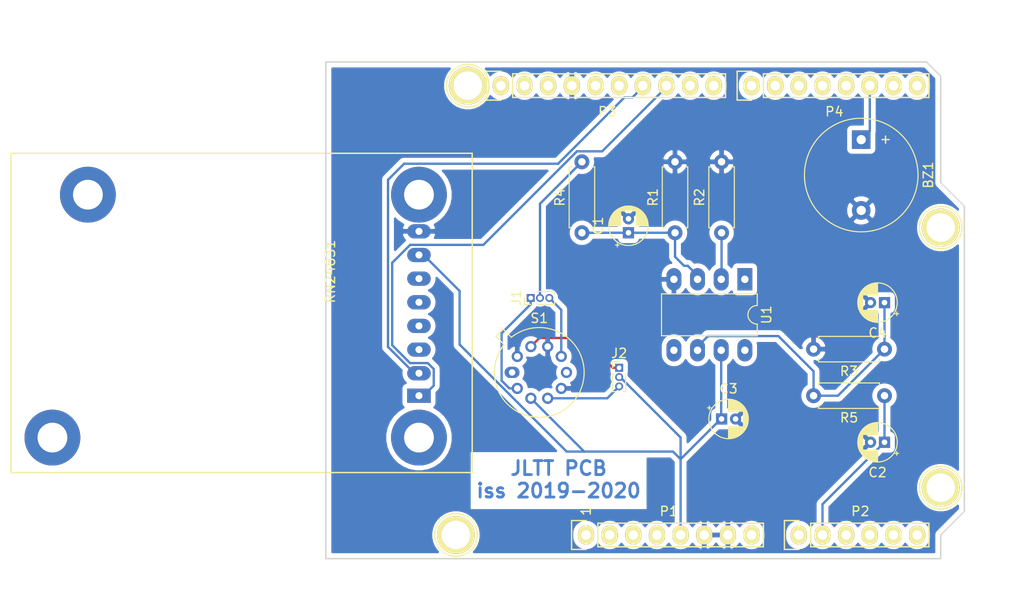
<source format=kicad_pcb>
(kicad_pcb (version 20171130) (host pcbnew "(5.1.4)-1")

  (general
    (thickness 1.6)
    (drawings 28)
    (tracks 75)
    (zones 0)
    (modules 23)
    (nets 48)
  )

  (page A4)
  (title_block
    (date "lun. 30 mars 2015")
  )

  (layers
    (0 F.Cu signal)
    (31 B.Cu signal)
    (32 B.Adhes user)
    (33 F.Adhes user)
    (34 B.Paste user)
    (35 F.Paste user)
    (36 B.SilkS user)
    (37 F.SilkS user)
    (38 B.Mask user)
    (39 F.Mask user)
    (40 Dwgs.User user)
    (41 Cmts.User user)
    (42 Eco1.User user)
    (43 Eco2.User user)
    (44 Edge.Cuts user)
    (45 Margin user)
    (46 B.CrtYd user)
    (47 F.CrtYd user)
    (48 B.Fab user)
    (49 F.Fab user)
  )

  (setup
    (last_trace_width 0.25)
    (trace_clearance 0.2)
    (zone_clearance 0.508)
    (zone_45_only no)
    (trace_min 0.2)
    (via_size 0.6)
    (via_drill 0.4)
    (via_min_size 0.4)
    (via_min_drill 0.3)
    (uvia_size 0.3)
    (uvia_drill 0.1)
    (uvias_allowed no)
    (uvia_min_size 0.2)
    (uvia_min_drill 0.1)
    (edge_width 0.15)
    (segment_width 0.15)
    (pcb_text_width 0.3)
    (pcb_text_size 1.5 1.5)
    (mod_edge_width 0.15)
    (mod_text_size 1 1)
    (mod_text_width 0.15)
    (pad_size 4.064 4.064)
    (pad_drill 3.048)
    (pad_to_mask_clearance 0)
    (aux_axis_origin 110.998 126.365)
    (grid_origin 110.998 126.365)
    (visible_elements 7FFFFFFF)
    (pcbplotparams
      (layerselection 0x00030_80000001)
      (usegerberextensions false)
      (usegerberattributes false)
      (usegerberadvancedattributes false)
      (creategerberjobfile false)
      (excludeedgelayer true)
      (linewidth 0.100000)
      (plotframeref false)
      (viasonmask false)
      (mode 1)
      (useauxorigin false)
      (hpglpennumber 1)
      (hpglpenspeed 20)
      (hpglpendiameter 15.000000)
      (psnegative false)
      (psa4output false)
      (plotreference true)
      (plotvalue true)
      (plotinvisibletext false)
      (padsonsilk false)
      (subtractmaskfromsilk false)
      (outputformat 1)
      (mirror false)
      (drillshape 1)
      (scaleselection 1)
      (outputdirectory ""))
  )

  (net 0 "")
  (net 1 /IOREF)
  (net 2 /Reset)
  (net 3 +5V)
  (net 4 GND)
  (net 5 /Vin)
  (net 6 /A0)
  (net 7 /A1)
  (net 8 /A2)
  (net 9 /A3)
  (net 10 /AREF)
  (net 11 "/A4(SDA)")
  (net 12 "/A5(SCL)")
  (net 13 "/9(**)")
  (net 14 /8)
  (net 15 /7)
  (net 16 "/6(**)")
  (net 17 "/5(**)")
  (net 18 /4)
  (net 19 "/3(**)")
  (net 20 /2)
  (net 21 "/1(Tx)")
  (net 22 "/0(Rx)")
  (net 23 "Net-(P5-Pad1)")
  (net 24 "Net-(P6-Pad1)")
  (net 25 "Net-(P7-Pad1)")
  (net 26 "Net-(P8-Pad1)")
  (net 27 "/13(SCK)")
  (net 28 "Net-(P1-Pad1)")
  (net 29 +3V3)
  (net 30 "/12(MISO)")
  (net 31 "Net-(C1-Pad1)")
  (net 32 "Net-(C4-Pad1)")
  (net 33 /GasSensorRight1)
  (net 34 /GasSelected1)
  (net 35 /GasSensorLeft1)
  (net 36 /GasSensorRight2)
  (net 37 /GasSensorLeft2)
  (net 38 /11)
  (net 39 /10)
  (net 40 "Net-(RN24831-Pad5)")
  (net 41 "Net-(RN24831-Pad4)")
  (net 42 "Net-(RN24831-Pad3)")
  (net 43 "Net-(S1-Pad1)")
  (net 44 "Net-(S1-Pad6)")
  (net 45 "Net-(U1-Pad1)")
  (net 46 "Net-(U1-Pad5)")
  (net 47 "Net-(R2-Pad1)")

  (net_class Default "This is the default net class."
    (clearance 0.2)
    (trace_width 0.25)
    (via_dia 0.6)
    (via_drill 0.4)
    (uvia_dia 0.3)
    (uvia_drill 0.1)
    (add_net +3V3)
    (add_net +5V)
    (add_net "/0(Rx)")
    (add_net "/1(Tx)")
    (add_net /10)
    (add_net /11)
    (add_net "/12(MISO)")
    (add_net "/13(SCK)")
    (add_net /2)
    (add_net "/3(**)")
    (add_net /4)
    (add_net "/5(**)")
    (add_net "/6(**)")
    (add_net /7)
    (add_net /8)
    (add_net "/9(**)")
    (add_net /A0)
    (add_net /A1)
    (add_net /A2)
    (add_net /A3)
    (add_net "/A4(SDA)")
    (add_net "/A5(SCL)")
    (add_net /AREF)
    (add_net /GasSelected1)
    (add_net /GasSensorLeft1)
    (add_net /GasSensorLeft2)
    (add_net /GasSensorRight1)
    (add_net /GasSensorRight2)
    (add_net /IOREF)
    (add_net /Reset)
    (add_net /Vin)
    (add_net GND)
    (add_net "Net-(C1-Pad1)")
    (add_net "Net-(C4-Pad1)")
    (add_net "Net-(P1-Pad1)")
    (add_net "Net-(P5-Pad1)")
    (add_net "Net-(P6-Pad1)")
    (add_net "Net-(P7-Pad1)")
    (add_net "Net-(P8-Pad1)")
    (add_net "Net-(R2-Pad1)")
    (add_net "Net-(RN24831-Pad3)")
    (add_net "Net-(RN24831-Pad4)")
    (add_net "Net-(RN24831-Pad5)")
    (add_net "Net-(S1-Pad1)")
    (add_net "Net-(S1-Pad6)")
    (add_net "Net-(U1-Pad1)")
    (add_net "Net-(U1-Pad5)")
  )

  (module Package_TO_SOT_THT:TO-5-10_Window (layer F.Cu) (tedit 5A02FF81) (tstamp 5DF16494)
    (at 130.998 106.365)
    (descr "TO-5-10_Window, Window")
    (tags "TO-5-10_Window Window")
    (path /5DF0F93D)
    (fp_text reference S1 (at 2.92 -5.82) (layer F.SilkS)
      (effects (font (size 1 1) (thickness 0.15)))
    )
    (fp_text value capteur_gaz_aime (at 2.92 5.82) (layer F.Fab)
      (effects (font (size 1 1) (thickness 0.15)))
    )
    (fp_text user %R (at 2.92 -5.82) (layer F.Fab)
      (effects (font (size 1 1) (thickness 0.15)))
    )
    (fp_line (start -0.085408 -3.61352) (end -0.89151 -4.419621) (layer F.Fab) (width 0.1))
    (fp_line (start -0.89151 -4.419621) (end -1.499621 -3.81151) (layer F.Fab) (width 0.1))
    (fp_line (start -1.499621 -3.81151) (end -0.69352 -3.005408) (layer F.Fab) (width 0.1))
    (fp_line (start 4.244 -2.637) (end 5.557 -1.324) (layer F.Fab) (width 0.1))
    (fp_line (start 3.405 -2.911) (end 5.831 -0.485) (layer F.Fab) (width 0.1))
    (fp_line (start 2.8 -2.948) (end 5.868 0.12) (layer F.Fab) (width 0.1))
    (fp_line (start 2.298 -2.884) (end 5.804 0.622) (layer F.Fab) (width 0.1))
    (fp_line (start 1.862 -2.755) (end 5.675 1.058) (layer F.Fab) (width 0.1))
    (fp_line (start 1.477 -2.574) (end 5.494 1.443) (layer F.Fab) (width 0.1))
    (fp_line (start 1.136 -2.35) (end 5.27 1.784) (layer F.Fab) (width 0.1))
    (fp_line (start 0.834 -2.086) (end 5.006 2.086) (layer F.Fab) (width 0.1))
    (fp_line (start 0.57 -1.784) (end 4.704 2.35) (layer F.Fab) (width 0.1))
    (fp_line (start 0.346 -1.443) (end 4.363 2.574) (layer F.Fab) (width 0.1))
    (fp_line (start 0.165 -1.058) (end 3.978 2.755) (layer F.Fab) (width 0.1))
    (fp_line (start 0.036 -0.622) (end 3.542 2.884) (layer F.Fab) (width 0.1))
    (fp_line (start -0.028 -0.12) (end 3.04 2.948) (layer F.Fab) (width 0.1))
    (fp_line (start 0.009 0.485) (end 2.435 2.911) (layer F.Fab) (width 0.1))
    (fp_line (start 0.283 1.324) (end 1.596 2.637) (layer F.Fab) (width 0.1))
    (fp_line (start -0.077084 -3.774902) (end -0.968039 -4.665856) (layer F.SilkS) (width 0.12))
    (fp_line (start -0.968039 -4.665856) (end -1.745856 -3.888039) (layer F.SilkS) (width 0.12))
    (fp_line (start -1.745856 -3.888039) (end -0.854902 -2.997084) (layer F.SilkS) (width 0.12))
    (fp_line (start -2.04 -4.95) (end -2.04 4.95) (layer F.CrtYd) (width 0.05))
    (fp_line (start -2.04 4.95) (end 7.87 4.95) (layer F.CrtYd) (width 0.05))
    (fp_line (start 7.87 4.95) (end 7.87 -4.95) (layer F.CrtYd) (width 0.05))
    (fp_line (start 7.87 -4.95) (end -2.04 -4.95) (layer F.CrtYd) (width 0.05))
    (fp_circle (center 2.92 0) (end 7.17 0) (layer F.Fab) (width 0.1))
    (fp_circle (center 2.92 0) (end 5.87 0) (layer F.Fab) (width 0.1))
    (fp_arc (start 2.92 0) (end -0.085408 -3.61352) (angle 349.5) (layer F.Fab) (width 0.1))
    (fp_arc (start 2.92 0) (end -0.077084 -3.774902) (angle 346.9) (layer F.SilkS) (width 0.12))
    (pad 1 thru_hole oval (at 0 0) (size 1.6 1.2) (drill 0.7) (layers *.Cu *.Mask)
      (net 43 "Net-(S1-Pad1)"))
    (pad 2 thru_hole oval (at 0.55767 1.716333) (size 1.2 1.2) (drill 0.7) (layers *.Cu *.Mask)
      (net 35 /GasSensorLeft1))
    (pad 3 thru_hole oval (at 2.01767 2.777085) (size 1.2 1.2) (drill 0.7) (layers *.Cu *.Mask)
      (net 3 +5V))
    (pad 4 thru_hole oval (at 3.82233 2.777085) (size 1.2 1.2) (drill 0.7) (layers *.Cu *.Mask)
      (net 37 /GasSensorLeft2))
    (pad 5 thru_hole oval (at 5.28233 1.716333) (size 1.2 1.2) (drill 0.7) (layers *.Cu *.Mask)
      (net 4 GND))
    (pad 6 thru_hole oval (at 5.84 0) (size 1.2 1.2) (drill 0.7) (layers *.Cu *.Mask)
      (net 44 "Net-(S1-Pad6)"))
    (pad 7 thru_hole oval (at 5.28233 -1.716333) (size 1.2 1.2) (drill 0.7) (layers *.Cu *.Mask)
      (net 33 /GasSensorRight1))
    (pad 8 thru_hole oval (at 3.82233 -2.777085) (size 1.2 1.2) (drill 0.7) (layers *.Cu *.Mask)
      (net 4 GND))
    (pad 9 thru_hole oval (at 2.01767 -2.777085) (size 1.2 1.2) (drill 0.7) (layers *.Cu *.Mask)
      (net 36 /GasSensorRight2))
    (pad 10 thru_hole oval (at 0.55767 -1.716333) (size 1.2 1.2) (drill 0.7) (layers *.Cu *.Mask)
      (net 4 GND))
    (model ${KISYS3DMOD}/Package_TO_SOT_THT.3dshapes/TO-5-10_Window.wrl
      (at (xyz 0 0 0))
      (scale (xyz 1 1 1))
      (rotate (xyz 0 0 0))
    )
  )

  (module Socket_Arduino_Uno:Socket_Strip_Arduino_1x08 locked (layer F.Cu) (tedit 552168D2) (tstamp 551AF9EA)
    (at 138.938 123.825)
    (descr "Through hole socket strip")
    (tags "socket strip")
    (path /56D70129)
    (fp_text reference P1 (at 8.89 -2.54) (layer F.SilkS)
      (effects (font (size 1 1) (thickness 0.15)))
    )
    (fp_text value Power (at 8.89 -4.064) (layer F.Fab)
      (effects (font (size 1 1) (thickness 0.15)))
    )
    (fp_line (start -1.75 -1.75) (end -1.75 1.75) (layer F.CrtYd) (width 0.05))
    (fp_line (start 19.55 -1.75) (end 19.55 1.75) (layer F.CrtYd) (width 0.05))
    (fp_line (start -1.75 -1.75) (end 19.55 -1.75) (layer F.CrtYd) (width 0.05))
    (fp_line (start -1.75 1.75) (end 19.55 1.75) (layer F.CrtYd) (width 0.05))
    (fp_line (start 1.27 1.27) (end 19.05 1.27) (layer F.SilkS) (width 0.15))
    (fp_line (start 19.05 1.27) (end 19.05 -1.27) (layer F.SilkS) (width 0.15))
    (fp_line (start 19.05 -1.27) (end 1.27 -1.27) (layer F.SilkS) (width 0.15))
    (fp_line (start -1.55 1.55) (end 0 1.55) (layer F.SilkS) (width 0.15))
    (fp_line (start 1.27 1.27) (end 1.27 -1.27) (layer F.SilkS) (width 0.15))
    (fp_line (start 0 -1.55) (end -1.55 -1.55) (layer F.SilkS) (width 0.15))
    (fp_line (start -1.55 -1.55) (end -1.55 1.55) (layer F.SilkS) (width 0.15))
    (pad 1 thru_hole oval (at 0 0) (size 1.7272 2.032) (drill 1.016) (layers *.Cu *.Mask F.SilkS)
      (net 28 "Net-(P1-Pad1)"))
    (pad 2 thru_hole oval (at 2.54 0) (size 1.7272 2.032) (drill 1.016) (layers *.Cu *.Mask F.SilkS)
      (net 1 /IOREF))
    (pad 3 thru_hole oval (at 5.08 0) (size 1.7272 2.032) (drill 1.016) (layers *.Cu *.Mask F.SilkS)
      (net 2 /Reset))
    (pad 4 thru_hole oval (at 7.62 0) (size 1.7272 2.032) (drill 1.016) (layers *.Cu *.Mask F.SilkS)
      (net 29 +3V3))
    (pad 5 thru_hole oval (at 10.16 0) (size 1.7272 2.032) (drill 1.016) (layers *.Cu *.Mask F.SilkS)
      (net 3 +5V))
    (pad 6 thru_hole oval (at 12.7 0) (size 1.7272 2.032) (drill 1.016) (layers *.Cu *.Mask F.SilkS)
      (net 4 GND))
    (pad 7 thru_hole oval (at 15.24 0) (size 1.7272 2.032) (drill 1.016) (layers *.Cu *.Mask F.SilkS)
      (net 4 GND))
    (pad 8 thru_hole oval (at 17.78 0) (size 1.7272 2.032) (drill 1.016) (layers *.Cu *.Mask F.SilkS)
      (net 5 /Vin))
    (model ${KIPRJMOD}/Socket_Arduino_Uno.3dshapes/Socket_header_Arduino_1x08.wrl
      (offset (xyz 8.889999866485596 0 0))
      (scale (xyz 1 1 1))
      (rotate (xyz 0 0 180))
    )
  )

  (module Socket_Arduino_Uno:Socket_Strip_Arduino_1x06 locked (layer F.Cu) (tedit 552168D6) (tstamp 551AF9FF)
    (at 161.798 123.825)
    (descr "Through hole socket strip")
    (tags "socket strip")
    (path /56D70DD8)
    (fp_text reference P2 (at 6.604 -2.54) (layer F.SilkS)
      (effects (font (size 1 1) (thickness 0.15)))
    )
    (fp_text value Analog (at 6.604 -4.064) (layer F.Fab)
      (effects (font (size 1 1) (thickness 0.15)))
    )
    (fp_line (start -1.75 -1.75) (end -1.75 1.75) (layer F.CrtYd) (width 0.05))
    (fp_line (start 14.45 -1.75) (end 14.45 1.75) (layer F.CrtYd) (width 0.05))
    (fp_line (start -1.75 -1.75) (end 14.45 -1.75) (layer F.CrtYd) (width 0.05))
    (fp_line (start -1.75 1.75) (end 14.45 1.75) (layer F.CrtYd) (width 0.05))
    (fp_line (start 1.27 1.27) (end 13.97 1.27) (layer F.SilkS) (width 0.15))
    (fp_line (start 13.97 1.27) (end 13.97 -1.27) (layer F.SilkS) (width 0.15))
    (fp_line (start 13.97 -1.27) (end 1.27 -1.27) (layer F.SilkS) (width 0.15))
    (fp_line (start -1.55 1.55) (end 0 1.55) (layer F.SilkS) (width 0.15))
    (fp_line (start 1.27 1.27) (end 1.27 -1.27) (layer F.SilkS) (width 0.15))
    (fp_line (start 0 -1.55) (end -1.55 -1.55) (layer F.SilkS) (width 0.15))
    (fp_line (start -1.55 -1.55) (end -1.55 1.55) (layer F.SilkS) (width 0.15))
    (pad 1 thru_hole oval (at 0 0) (size 1.7272 2.032) (drill 1.016) (layers *.Cu *.Mask F.SilkS)
      (net 6 /A0))
    (pad 2 thru_hole oval (at 2.54 0) (size 1.7272 2.032) (drill 1.016) (layers *.Cu *.Mask F.SilkS)
      (net 7 /A1))
    (pad 3 thru_hole oval (at 5.08 0) (size 1.7272 2.032) (drill 1.016) (layers *.Cu *.Mask F.SilkS)
      (net 8 /A2))
    (pad 4 thru_hole oval (at 7.62 0) (size 1.7272 2.032) (drill 1.016) (layers *.Cu *.Mask F.SilkS)
      (net 9 /A3))
    (pad 5 thru_hole oval (at 10.16 0) (size 1.7272 2.032) (drill 1.016) (layers *.Cu *.Mask F.SilkS)
      (net 11 "/A4(SDA)"))
    (pad 6 thru_hole oval (at 12.7 0) (size 1.7272 2.032) (drill 1.016) (layers *.Cu *.Mask F.SilkS)
      (net 12 "/A5(SCL)"))
    (model ${KIPRJMOD}/Socket_Arduino_Uno.3dshapes/Socket_header_Arduino_1x06.wrl
      (offset (xyz 6.349999904632568 0 0))
      (scale (xyz 1 1 1))
      (rotate (xyz 0 0 180))
    )
  )

  (module Socket_Arduino_Uno:Socket_Strip_Arduino_1x10 locked (layer F.Cu) (tedit 552168BF) (tstamp 551AFA18)
    (at 129.794 75.565)
    (descr "Through hole socket strip")
    (tags "socket strip")
    (path /56D721E0)
    (fp_text reference P3 (at 11.43 2.794) (layer F.SilkS)
      (effects (font (size 1 1) (thickness 0.15)))
    )
    (fp_text value Digital (at 11.43 4.318) (layer F.Fab)
      (effects (font (size 1 1) (thickness 0.15)))
    )
    (fp_line (start -1.75 -1.75) (end -1.75 1.75) (layer F.CrtYd) (width 0.05))
    (fp_line (start 24.65 -1.75) (end 24.65 1.75) (layer F.CrtYd) (width 0.05))
    (fp_line (start -1.75 -1.75) (end 24.65 -1.75) (layer F.CrtYd) (width 0.05))
    (fp_line (start -1.75 1.75) (end 24.65 1.75) (layer F.CrtYd) (width 0.05))
    (fp_line (start 1.27 1.27) (end 24.13 1.27) (layer F.SilkS) (width 0.15))
    (fp_line (start 24.13 1.27) (end 24.13 -1.27) (layer F.SilkS) (width 0.15))
    (fp_line (start 24.13 -1.27) (end 1.27 -1.27) (layer F.SilkS) (width 0.15))
    (fp_line (start -1.55 1.55) (end 0 1.55) (layer F.SilkS) (width 0.15))
    (fp_line (start 1.27 1.27) (end 1.27 -1.27) (layer F.SilkS) (width 0.15))
    (fp_line (start 0 -1.55) (end -1.55 -1.55) (layer F.SilkS) (width 0.15))
    (fp_line (start -1.55 -1.55) (end -1.55 1.55) (layer F.SilkS) (width 0.15))
    (pad 1 thru_hole oval (at 0 0) (size 1.7272 2.032) (drill 1.016) (layers *.Cu *.Mask F.SilkS)
      (net 12 "/A5(SCL)"))
    (pad 2 thru_hole oval (at 2.54 0) (size 1.7272 2.032) (drill 1.016) (layers *.Cu *.Mask F.SilkS)
      (net 11 "/A4(SDA)"))
    (pad 3 thru_hole oval (at 5.08 0) (size 1.7272 2.032) (drill 1.016) (layers *.Cu *.Mask F.SilkS)
      (net 10 /AREF))
    (pad 4 thru_hole oval (at 7.62 0) (size 1.7272 2.032) (drill 1.016) (layers *.Cu *.Mask F.SilkS)
      (net 4 GND))
    (pad 5 thru_hole oval (at 10.16 0) (size 1.7272 2.032) (drill 1.016) (layers *.Cu *.Mask F.SilkS)
      (net 27 "/13(SCK)"))
    (pad 6 thru_hole oval (at 12.7 0) (size 1.7272 2.032) (drill 1.016) (layers *.Cu *.Mask F.SilkS)
      (net 30 "/12(MISO)"))
    (pad 7 thru_hole oval (at 15.24 0) (size 1.7272 2.032) (drill 1.016) (layers *.Cu *.Mask F.SilkS)
      (net 38 /11))
    (pad 8 thru_hole oval (at 17.78 0) (size 1.7272 2.032) (drill 1.016) (layers *.Cu *.Mask F.SilkS)
      (net 39 /10))
    (pad 9 thru_hole oval (at 20.32 0) (size 1.7272 2.032) (drill 1.016) (layers *.Cu *.Mask F.SilkS)
      (net 13 "/9(**)"))
    (pad 10 thru_hole oval (at 22.86 0) (size 1.7272 2.032) (drill 1.016) (layers *.Cu *.Mask F.SilkS)
      (net 14 /8))
    (model ${KIPRJMOD}/Socket_Arduino_Uno.3dshapes/Socket_header_Arduino_1x10.wrl
      (offset (xyz 11.42999982833862 0 0))
      (scale (xyz 1 1 1))
      (rotate (xyz 0 0 180))
    )
  )

  (module Socket_Arduino_Uno:Socket_Strip_Arduino_1x08 locked (layer F.Cu) (tedit 552168C7) (tstamp 551AFA2F)
    (at 156.718 75.565)
    (descr "Through hole socket strip")
    (tags "socket strip")
    (path /56D7164F)
    (fp_text reference P4 (at 8.89 2.794) (layer F.SilkS)
      (effects (font (size 1 1) (thickness 0.15)))
    )
    (fp_text value Digital (at 8.89 4.318) (layer F.Fab)
      (effects (font (size 1 1) (thickness 0.15)))
    )
    (fp_line (start -1.75 -1.75) (end -1.75 1.75) (layer F.CrtYd) (width 0.05))
    (fp_line (start 19.55 -1.75) (end 19.55 1.75) (layer F.CrtYd) (width 0.05))
    (fp_line (start -1.75 -1.75) (end 19.55 -1.75) (layer F.CrtYd) (width 0.05))
    (fp_line (start -1.75 1.75) (end 19.55 1.75) (layer F.CrtYd) (width 0.05))
    (fp_line (start 1.27 1.27) (end 19.05 1.27) (layer F.SilkS) (width 0.15))
    (fp_line (start 19.05 1.27) (end 19.05 -1.27) (layer F.SilkS) (width 0.15))
    (fp_line (start 19.05 -1.27) (end 1.27 -1.27) (layer F.SilkS) (width 0.15))
    (fp_line (start -1.55 1.55) (end 0 1.55) (layer F.SilkS) (width 0.15))
    (fp_line (start 1.27 1.27) (end 1.27 -1.27) (layer F.SilkS) (width 0.15))
    (fp_line (start 0 -1.55) (end -1.55 -1.55) (layer F.SilkS) (width 0.15))
    (fp_line (start -1.55 -1.55) (end -1.55 1.55) (layer F.SilkS) (width 0.15))
    (pad 1 thru_hole oval (at 0 0) (size 1.7272 2.032) (drill 1.016) (layers *.Cu *.Mask F.SilkS)
      (net 15 /7))
    (pad 2 thru_hole oval (at 2.54 0) (size 1.7272 2.032) (drill 1.016) (layers *.Cu *.Mask F.SilkS)
      (net 16 "/6(**)"))
    (pad 3 thru_hole oval (at 5.08 0) (size 1.7272 2.032) (drill 1.016) (layers *.Cu *.Mask F.SilkS)
      (net 17 "/5(**)"))
    (pad 4 thru_hole oval (at 7.62 0) (size 1.7272 2.032) (drill 1.016) (layers *.Cu *.Mask F.SilkS)
      (net 18 /4))
    (pad 5 thru_hole oval (at 10.16 0) (size 1.7272 2.032) (drill 1.016) (layers *.Cu *.Mask F.SilkS)
      (net 19 "/3(**)"))
    (pad 6 thru_hole oval (at 12.7 0) (size 1.7272 2.032) (drill 1.016) (layers *.Cu *.Mask F.SilkS)
      (net 20 /2))
    (pad 7 thru_hole oval (at 15.24 0) (size 1.7272 2.032) (drill 1.016) (layers *.Cu *.Mask F.SilkS)
      (net 21 "/1(Tx)"))
    (pad 8 thru_hole oval (at 17.78 0) (size 1.7272 2.032) (drill 1.016) (layers *.Cu *.Mask F.SilkS)
      (net 22 "/0(Rx)"))
    (model ${KIPRJMOD}/Socket_Arduino_Uno.3dshapes/Socket_header_Arduino_1x08.wrl
      (offset (xyz 8.889999866485596 0 0))
      (scale (xyz 1 1 1))
      (rotate (xyz 0 0 180))
    )
  )

  (module Socket_Arduino_Uno:Arduino_1pin locked (layer F.Cu) (tedit 5524FC39) (tstamp 5524FC3F)
    (at 124.968 123.825)
    (descr "module 1 pin (ou trou mecanique de percage)")
    (tags DEV)
    (path /56D71177)
    (fp_text reference P5 (at 0 -3.048) (layer F.SilkS) hide
      (effects (font (size 1 1) (thickness 0.15)))
    )
    (fp_text value CONN_01X01 (at 0 2.794) (layer F.Fab) hide
      (effects (font (size 1 1) (thickness 0.15)))
    )
    (fp_circle (center 0 0) (end 0 -2.286) (layer F.SilkS) (width 0.15))
    (pad 1 thru_hole circle (at 0 0) (size 4.064 4.064) (drill 3.048) (layers *.Cu *.Mask F.SilkS)
      (net 23 "Net-(P5-Pad1)"))
  )

  (module Socket_Arduino_Uno:Arduino_1pin locked (layer F.Cu) (tedit 5524FC4A) (tstamp 5524FC44)
    (at 177.038 118.745)
    (descr "module 1 pin (ou trou mecanique de percage)")
    (tags DEV)
    (path /56D71274)
    (fp_text reference P6 (at 0 -3.048) (layer F.SilkS) hide
      (effects (font (size 1 1) (thickness 0.15)))
    )
    (fp_text value CONN_01X01 (at 0 2.794) (layer F.Fab) hide
      (effects (font (size 1 1) (thickness 0.15)))
    )
    (fp_circle (center 0 0) (end 0 -2.286) (layer F.SilkS) (width 0.15))
    (pad 1 thru_hole circle (at 0 0) (size 4.064 4.064) (drill 3.048) (layers *.Cu *.Mask F.SilkS)
      (net 24 "Net-(P6-Pad1)"))
  )

  (module Socket_Arduino_Uno:Arduino_1pin locked (layer F.Cu) (tedit 5524FC2F) (tstamp 5524FC49)
    (at 126.238 75.565)
    (descr "module 1 pin (ou trou mecanique de percage)")
    (tags DEV)
    (path /56D712A8)
    (fp_text reference P7 (at 0 -3.048) (layer F.SilkS) hide
      (effects (font (size 1 1) (thickness 0.15)))
    )
    (fp_text value CONN_01X01 (at 0 2.794) (layer F.Fab) hide
      (effects (font (size 1 1) (thickness 0.15)))
    )
    (fp_circle (center 0 0) (end 0 -2.286) (layer F.SilkS) (width 0.15))
    (pad 1 thru_hole circle (at 0 0) (size 4.064 4.064) (drill 3.048) (layers *.Cu *.Mask F.SilkS)
      (net 25 "Net-(P7-Pad1)"))
  )

  (module Socket_Arduino_Uno:Arduino_1pin locked (layer F.Cu) (tedit 5524FC41) (tstamp 5524FC4E)
    (at 177.038 90.805)
    (descr "module 1 pin (ou trou mecanique de percage)")
    (tags DEV)
    (path /56D712DB)
    (fp_text reference P8 (at 0 -3.048) (layer F.SilkS) hide
      (effects (font (size 1 1) (thickness 0.15)))
    )
    (fp_text value CONN_01X01 (at 0 2.794) (layer F.Fab) hide
      (effects (font (size 1 1) (thickness 0.15)))
    )
    (fp_circle (center 0 0) (end 0 -2.286) (layer F.SilkS) (width 0.15))
    (pad 1 thru_hole circle (at 0 0) (size 4.064 4.064) (drill 3.048) (layers *.Cu *.Mask F.SilkS)
      (net 26 "Net-(P8-Pad1)"))
  )

  (module Buzzer_Beeper:Buzzer_12x9.5RM7.6 (layer F.Cu) (tedit 5A030281) (tstamp 5DF16313)
    (at 168.498 81.365 270)
    (descr "Generic Buzzer, D12mm height 9.5mm with RM7.6mm")
    (tags buzzer)
    (path /5DF96B5C)
    (fp_text reference BZ1 (at 3.8 -7.2 90) (layer F.SilkS)
      (effects (font (size 1 1) (thickness 0.15)))
    )
    (fp_text value Buzzer (at 3.8 7.4 90) (layer F.Fab)
      (effects (font (size 1 1) (thickness 0.15)))
    )
    (fp_text user + (at -0.01 -2.54 90) (layer F.Fab)
      (effects (font (size 1 1) (thickness 0.15)))
    )
    (fp_text user + (at -0.01 -2.54 90) (layer F.SilkS)
      (effects (font (size 1 1) (thickness 0.15)))
    )
    (fp_text user %R (at 3.8 -4 90) (layer F.Fab)
      (effects (font (size 1 1) (thickness 0.15)))
    )
    (fp_circle (center 3.8 0) (end 10.05 0) (layer F.CrtYd) (width 0.05))
    (fp_circle (center 3.8 0) (end 9.8 0) (layer F.Fab) (width 0.1))
    (fp_circle (center 3.8 0) (end 4.8 0) (layer F.Fab) (width 0.1))
    (fp_circle (center 3.8 0) (end 9.9 0) (layer F.SilkS) (width 0.12))
    (pad 1 thru_hole rect (at 0 0 270) (size 2 2) (drill 1) (layers *.Cu *.Mask)
      (net 20 /2))
    (pad 2 thru_hole circle (at 7.6 0 270) (size 2 2) (drill 1) (layers *.Cu *.Mask)
      (net 4 GND))
    (model ${KISYS3DMOD}/Buzzer_Beeper.3dshapes/Buzzer_12x9.5RM7.6.wrl
      (at (xyz 0 0 0))
      (scale (xyz 1 1 1))
      (rotate (xyz 0 0 0))
    )
  )

  (module Connector_PinHeader_1.00mm:PinHeader_1x03_P1.00mm_Vertical (layer F.Cu) (tedit 59FED738) (tstamp 5DF163C8)
    (at 132.998 98.365 90)
    (descr "Through hole straight pin header, 1x03, 1.00mm pitch, single row")
    (tags "Through hole pin header THT 1x03 1.00mm single row")
    (path /5DF5BE19)
    (fp_text reference J1 (at 0 -1.56 90) (layer F.SilkS)
      (effects (font (size 1 1) (thickness 0.15)))
    )
    (fp_text value Conn_01x03 (at 0 3.56 90) (layer F.Fab)
      (effects (font (size 1 1) (thickness 0.15)))
    )
    (fp_text user %R (at 8.874999 27.944999) (layer F.Fab)
      (effects (font (size 0.76 0.76) (thickness 0.114)))
    )
    (fp_line (start 1.15 -1) (end -1.15 -1) (layer F.CrtYd) (width 0.05))
    (fp_line (start 1.15 3) (end 1.15 -1) (layer F.CrtYd) (width 0.05))
    (fp_line (start -1.15 3) (end 1.15 3) (layer F.CrtYd) (width 0.05))
    (fp_line (start -1.15 -1) (end -1.15 3) (layer F.CrtYd) (width 0.05))
    (fp_line (start -0.695 -0.685) (end 0 -0.685) (layer F.SilkS) (width 0.12))
    (fp_line (start -0.695 0) (end -0.695 -0.685) (layer F.SilkS) (width 0.12))
    (fp_line (start 0.608276 0.685) (end 0.695 0.685) (layer F.SilkS) (width 0.12))
    (fp_line (start -0.695 0.685) (end -0.608276 0.685) (layer F.SilkS) (width 0.12))
    (fp_line (start 0.695 0.685) (end 0.695 2.56) (layer F.SilkS) (width 0.12))
    (fp_line (start -0.695 0.685) (end -0.695 2.56) (layer F.SilkS) (width 0.12))
    (fp_line (start 0.394493 2.56) (end 0.695 2.56) (layer F.SilkS) (width 0.12))
    (fp_line (start -0.695 2.56) (end -0.394493 2.56) (layer F.SilkS) (width 0.12))
    (fp_line (start -0.635 -0.1825) (end -0.3175 -0.5) (layer F.Fab) (width 0.1))
    (fp_line (start -0.635 2.5) (end -0.635 -0.1825) (layer F.Fab) (width 0.1))
    (fp_line (start 0.635 2.5) (end -0.635 2.5) (layer F.Fab) (width 0.1))
    (fp_line (start 0.635 -0.5) (end 0.635 2.5) (layer F.Fab) (width 0.1))
    (fp_line (start -0.3175 -0.5) (end 0.635 -0.5) (layer F.Fab) (width 0.1))
    (pad 3 thru_hole oval (at 0 2 90) (size 0.85 0.85) (drill 0.5) (layers *.Cu *.Mask)
      (net 33 /GasSensorRight1))
    (pad 2 thru_hole oval (at 0 1 90) (size 0.85 0.85) (drill 0.5) (layers *.Cu *.Mask)
      (net 34 /GasSelected1))
    (pad 1 thru_hole rect (at 0 0 90) (size 0.85 0.85) (drill 0.5) (layers *.Cu *.Mask)
      (net 35 /GasSensorLeft1))
    (model ${KISYS3DMOD}/Connector_PinHeader_1.00mm.3dshapes/PinHeader_1x03_P1.00mm_Vertical.wrl
      (at (xyz 0 0 0))
      (scale (xyz 1 1 1))
      (rotate (xyz 0 0 0))
    )
  )

  (module Connector_PinHeader_1.00mm:PinHeader_1x03_P1.00mm_Vertical (layer F.Cu) (tedit 59FED738) (tstamp 5DF163E1)
    (at 142.498 105.865)
    (descr "Through hole straight pin header, 1x03, 1.00mm pitch, single row")
    (tags "Through hole pin header THT 1x03 1.00mm single row")
    (path /5DF58A51)
    (fp_text reference J2 (at 0 -1.56) (layer F.SilkS)
      (effects (font (size 1 1) (thickness 0.15)))
    )
    (fp_text value Conn_01x03 (at 0 3.56) (layer F.Fab)
      (effects (font (size 1 1) (thickness 0.15)))
    )
    (fp_line (start -0.3175 -0.5) (end 0.635 -0.5) (layer F.Fab) (width 0.1))
    (fp_line (start 0.635 -0.5) (end 0.635 2.5) (layer F.Fab) (width 0.1))
    (fp_line (start 0.635 2.5) (end -0.635 2.5) (layer F.Fab) (width 0.1))
    (fp_line (start -0.635 2.5) (end -0.635 -0.1825) (layer F.Fab) (width 0.1))
    (fp_line (start -0.635 -0.1825) (end -0.3175 -0.5) (layer F.Fab) (width 0.1))
    (fp_line (start -0.695 2.56) (end -0.394493 2.56) (layer F.SilkS) (width 0.12))
    (fp_line (start 0.394493 2.56) (end 0.695 2.56) (layer F.SilkS) (width 0.12))
    (fp_line (start -0.695 0.685) (end -0.695 2.56) (layer F.SilkS) (width 0.12))
    (fp_line (start 0.695 0.685) (end 0.695 2.56) (layer F.SilkS) (width 0.12))
    (fp_line (start -0.695 0.685) (end -0.608276 0.685) (layer F.SilkS) (width 0.12))
    (fp_line (start 0.608276 0.685) (end 0.695 0.685) (layer F.SilkS) (width 0.12))
    (fp_line (start -0.695 0) (end -0.695 -0.685) (layer F.SilkS) (width 0.12))
    (fp_line (start -0.695 -0.685) (end 0 -0.685) (layer F.SilkS) (width 0.12))
    (fp_line (start -1.15 -1) (end -1.15 3) (layer F.CrtYd) (width 0.05))
    (fp_line (start -1.15 3) (end 1.15 3) (layer F.CrtYd) (width 0.05))
    (fp_line (start 1.15 3) (end 1.15 -1) (layer F.CrtYd) (width 0.05))
    (fp_line (start 1.15 -1) (end -1.15 -1) (layer F.CrtYd) (width 0.05))
    (fp_text user %R (at 5 20 90) (layer F.Fab)
      (effects (font (size 0.76 0.76) (thickness 0.114)))
    )
    (pad 1 thru_hole rect (at 0 0) (size 0.85 0.85) (drill 0.5) (layers *.Cu *.Mask)
      (net 36 /GasSensorRight2))
    (pad 2 thru_hole oval (at 0 1) (size 0.85 0.85) (drill 0.5) (layers *.Cu *.Mask)
      (net 3 +5V))
    (pad 3 thru_hole oval (at 0 2) (size 0.85 0.85) (drill 0.5) (layers *.Cu *.Mask)
      (net 37 /GasSensorLeft2))
    (model ${KISYS3DMOD}/Connector_PinHeader_1.00mm.3dshapes/PinHeader_1x03_P1.00mm_Vertical.wrl
      (at (xyz 0 0 0))
      (scale (xyz 1 1 1))
      (rotate (xyz 0 0 0))
    )
  )

  (module RN24_Breakout_lib:RN2483_breakout (layer F.Cu) (tedit 5BE941B8) (tstamp 5DF16468)
    (at 120.998 108.865 90)
    (path /5DFB5417)
    (fp_text reference RN24831 (at 13.335 -9.525 90) (layer F.SilkS)
      (effects (font (size 1 1) (thickness 0.15)))
    )
    (fp_text value RN2483 (at 10.795 3.175 90) (layer F.Fab)
      (effects (font (size 1 1) (thickness 0.15)))
    )
    (fp_line (start -8.255 5.715) (end 26.035 5.715) (layer F.SilkS) (width 0.15))
    (fp_line (start 26.035 5.715) (end 26.035 -43.815) (layer F.SilkS) (width 0.15))
    (fp_line (start 26.035 -43.815) (end -8.255 -43.815) (layer F.SilkS) (width 0.15))
    (fp_line (start -8.255 -43.815) (end -8.255 5.715) (layer F.SilkS) (width 0.15))
    (pad 1 thru_hole rect (at 0 0 90) (size 1.524 2.524) (drill 0.762) (layers *.Cu *.Mask)
      (net 39 /10))
    (pad 2 thru_hole oval (at 2.413 0 90) (size 1.524 2.524) (drill 0.762) (layers *.Cu *.Mask)
      (net 38 /11))
    (pad 3 thru_hole oval (at 4.953 0 90) (size 1.524 2.524) (drill 0.762) (layers *.Cu *.Mask)
      (net 42 "Net-(RN24831-Pad3)"))
    (pad 4 thru_hole oval (at 7.493 0 90) (size 1.524 2.524) (drill 0.762) (layers *.Cu *.Mask)
      (net 41 "Net-(RN24831-Pad4)"))
    (pad 6 thru_hole oval (at 12.573 0 90) (size 1.524 2.524) (drill 0.762) (layers *.Cu *.Mask))
    (pad 5 thru_hole oval (at 10.033 0 90) (size 1.524 2.524) (drill 0.762) (layers *.Cu *.Mask)
      (net 40 "Net-(RN24831-Pad5)"))
    (pad 7 thru_hole oval (at 15.113 0 90) (size 1.524 2.524) (drill 0.762) (layers *.Cu *.Mask)
      (net 3 +5V))
    (pad 8 thru_hole oval (at 17.653 0 90) (size 1.524 2.524) (drill 0.762) (layers *.Cu *.Mask)
      (net 4 GND))
    (pad "" np_thru_hole circle (at -4.5 0 90) (size 6 6) (drill 3.2) (layers *.Cu *.Mask))
    (pad "" np_thru_hole circle (at 21.59 0 90) (size 6 6) (drill 3.2) (layers *.Cu *.Mask))
    (pad "" np_thru_hole circle (at -4.5 -39.37 90) (size 6 6) (drill 3.2) (layers *.Cu *.Mask))
    (pad "" np_thru_hole circle (at 21.59 -35.56 90) (size 6 6) (drill 3.2) (layers *.Cu *.Mask))
  )

  (module Package_DIP:DIP-8_W7.62mm_LongPads (layer F.Cu) (tedit 5A02E8C5) (tstamp 5DF164B0)
    (at 155.998 96.365 270)
    (descr "8-lead though-hole mounted DIP package, row spacing 7.62 mm (300 mils), LongPads")
    (tags "THT DIP DIL PDIP 2.54mm 7.62mm 300mil LongPads")
    (path /5DF0FED5)
    (fp_text reference U1 (at 3.81 -2.33 90) (layer F.SilkS)
      (effects (font (size 1 1) (thickness 0.15)))
    )
    (fp_text value LTC1050 (at 3.81 9.95 90) (layer F.Fab)
      (effects (font (size 1 1) (thickness 0.15)))
    )
    (fp_arc (start 3.81 -1.33) (end 2.81 -1.33) (angle -180) (layer F.SilkS) (width 0.12))
    (fp_line (start 1.635 -1.27) (end 6.985 -1.27) (layer F.Fab) (width 0.1))
    (fp_line (start 6.985 -1.27) (end 6.985 8.89) (layer F.Fab) (width 0.1))
    (fp_line (start 6.985 8.89) (end 0.635 8.89) (layer F.Fab) (width 0.1))
    (fp_line (start 0.635 8.89) (end 0.635 -0.27) (layer F.Fab) (width 0.1))
    (fp_line (start 0.635 -0.27) (end 1.635 -1.27) (layer F.Fab) (width 0.1))
    (fp_line (start 2.81 -1.33) (end 1.56 -1.33) (layer F.SilkS) (width 0.12))
    (fp_line (start 1.56 -1.33) (end 1.56 8.95) (layer F.SilkS) (width 0.12))
    (fp_line (start 1.56 8.95) (end 6.06 8.95) (layer F.SilkS) (width 0.12))
    (fp_line (start 6.06 8.95) (end 6.06 -1.33) (layer F.SilkS) (width 0.12))
    (fp_line (start 6.06 -1.33) (end 4.81 -1.33) (layer F.SilkS) (width 0.12))
    (fp_line (start -1.45 -1.55) (end -1.45 9.15) (layer F.CrtYd) (width 0.05))
    (fp_line (start -1.45 9.15) (end 9.1 9.15) (layer F.CrtYd) (width 0.05))
    (fp_line (start 9.1 9.15) (end 9.1 -1.55) (layer F.CrtYd) (width 0.05))
    (fp_line (start 9.1 -1.55) (end -1.45 -1.55) (layer F.CrtYd) (width 0.05))
    (fp_text user %R (at 3.81 3.81 90) (layer F.Fab)
      (effects (font (size 1 1) (thickness 0.15)))
    )
    (pad 1 thru_hole rect (at 0 0 270) (size 2.4 1.6) (drill 0.8) (layers *.Cu *.Mask)
      (net 45 "Net-(U1-Pad1)"))
    (pad 5 thru_hole oval (at 7.62 7.62 270) (size 2.4 1.6) (drill 0.8) (layers *.Cu *.Mask)
      (net 46 "Net-(U1-Pad5)"))
    (pad 2 thru_hole oval (at 0 2.54 270) (size 2.4 1.6) (drill 0.8) (layers *.Cu *.Mask)
      (net 47 "Net-(R2-Pad1)"))
    (pad 6 thru_hole oval (at 7.62 5.08 270) (size 2.4 1.6) (drill 0.8) (layers *.Cu *.Mask)
      (net 32 "Net-(C4-Pad1)"))
    (pad 3 thru_hole oval (at 0 5.08 270) (size 2.4 1.6) (drill 0.8) (layers *.Cu *.Mask)
      (net 31 "Net-(C1-Pad1)"))
    (pad 7 thru_hole oval (at 7.62 2.54 270) (size 2.4 1.6) (drill 0.8) (layers *.Cu *.Mask)
      (net 3 +5V))
    (pad 4 thru_hole oval (at 0 7.62 270) (size 2.4 1.6) (drill 0.8) (layers *.Cu *.Mask)
      (net 4 GND))
    (pad 8 thru_hole oval (at 7.62 0 270) (size 2.4 1.6) (drill 0.8) (layers *.Cu *.Mask))
    (model ${KISYS3DMOD}/Package_DIP.3dshapes/DIP-8_W7.62mm.wrl
      (at (xyz 0 0 0))
      (scale (xyz 1 1 1))
      (rotate (xyz 0 0 0))
    )
  )

  (module Capacitor_THT:CP_Radial_D4.0mm_P1.50mm (layer F.Cu) (tedit 5AE50EF0) (tstamp 5E079FC7)
    (at 143.498 91.365 90)
    (descr "CP, Radial series, Radial, pin pitch=1.50mm, , diameter=4mm, Electrolytic Capacitor")
    (tags "CP Radial series Radial pin pitch 1.50mm  diameter 4mm Electrolytic Capacitor")
    (path /5DE891EF)
    (fp_text reference C1 (at 0.75 -3.25 90) (layer F.SilkS)
      (effects (font (size 1 1) (thickness 0.15)))
    )
    (fp_text value 100n (at 0.75 3.25 90) (layer F.Fab)
      (effects (font (size 1 1) (thickness 0.15)))
    )
    (fp_circle (center 0.75 0) (end 2.75 0) (layer F.Fab) (width 0.1))
    (fp_circle (center 0.75 0) (end 2.87 0) (layer F.SilkS) (width 0.12))
    (fp_circle (center 0.75 0) (end 3 0) (layer F.CrtYd) (width 0.05))
    (fp_line (start -0.952554 -0.8675) (end -0.552554 -0.8675) (layer F.Fab) (width 0.1))
    (fp_line (start -0.752554 -1.0675) (end -0.752554 -0.6675) (layer F.Fab) (width 0.1))
    (fp_line (start 0.75 0.84) (end 0.75 2.08) (layer F.SilkS) (width 0.12))
    (fp_line (start 0.75 -2.08) (end 0.75 -0.84) (layer F.SilkS) (width 0.12))
    (fp_line (start 0.79 0.84) (end 0.79 2.08) (layer F.SilkS) (width 0.12))
    (fp_line (start 0.79 -2.08) (end 0.79 -0.84) (layer F.SilkS) (width 0.12))
    (fp_line (start 0.83 0.84) (end 0.83 2.079) (layer F.SilkS) (width 0.12))
    (fp_line (start 0.83 -2.079) (end 0.83 -0.84) (layer F.SilkS) (width 0.12))
    (fp_line (start 0.87 -2.077) (end 0.87 -0.84) (layer F.SilkS) (width 0.12))
    (fp_line (start 0.87 0.84) (end 0.87 2.077) (layer F.SilkS) (width 0.12))
    (fp_line (start 0.91 -2.074) (end 0.91 -0.84) (layer F.SilkS) (width 0.12))
    (fp_line (start 0.91 0.84) (end 0.91 2.074) (layer F.SilkS) (width 0.12))
    (fp_line (start 0.95 -2.071) (end 0.95 -0.84) (layer F.SilkS) (width 0.12))
    (fp_line (start 0.95 0.84) (end 0.95 2.071) (layer F.SilkS) (width 0.12))
    (fp_line (start 0.99 -2.067) (end 0.99 -0.84) (layer F.SilkS) (width 0.12))
    (fp_line (start 0.99 0.84) (end 0.99 2.067) (layer F.SilkS) (width 0.12))
    (fp_line (start 1.03 -2.062) (end 1.03 -0.84) (layer F.SilkS) (width 0.12))
    (fp_line (start 1.03 0.84) (end 1.03 2.062) (layer F.SilkS) (width 0.12))
    (fp_line (start 1.07 -2.056) (end 1.07 -0.84) (layer F.SilkS) (width 0.12))
    (fp_line (start 1.07 0.84) (end 1.07 2.056) (layer F.SilkS) (width 0.12))
    (fp_line (start 1.11 -2.05) (end 1.11 -0.84) (layer F.SilkS) (width 0.12))
    (fp_line (start 1.11 0.84) (end 1.11 2.05) (layer F.SilkS) (width 0.12))
    (fp_line (start 1.15 -2.042) (end 1.15 -0.84) (layer F.SilkS) (width 0.12))
    (fp_line (start 1.15 0.84) (end 1.15 2.042) (layer F.SilkS) (width 0.12))
    (fp_line (start 1.19 -2.034) (end 1.19 -0.84) (layer F.SilkS) (width 0.12))
    (fp_line (start 1.19 0.84) (end 1.19 2.034) (layer F.SilkS) (width 0.12))
    (fp_line (start 1.23 -2.025) (end 1.23 -0.84) (layer F.SilkS) (width 0.12))
    (fp_line (start 1.23 0.84) (end 1.23 2.025) (layer F.SilkS) (width 0.12))
    (fp_line (start 1.27 -2.016) (end 1.27 -0.84) (layer F.SilkS) (width 0.12))
    (fp_line (start 1.27 0.84) (end 1.27 2.016) (layer F.SilkS) (width 0.12))
    (fp_line (start 1.31 -2.005) (end 1.31 -0.84) (layer F.SilkS) (width 0.12))
    (fp_line (start 1.31 0.84) (end 1.31 2.005) (layer F.SilkS) (width 0.12))
    (fp_line (start 1.35 -1.994) (end 1.35 -0.84) (layer F.SilkS) (width 0.12))
    (fp_line (start 1.35 0.84) (end 1.35 1.994) (layer F.SilkS) (width 0.12))
    (fp_line (start 1.39 -1.982) (end 1.39 -0.84) (layer F.SilkS) (width 0.12))
    (fp_line (start 1.39 0.84) (end 1.39 1.982) (layer F.SilkS) (width 0.12))
    (fp_line (start 1.43 -1.968) (end 1.43 -0.84) (layer F.SilkS) (width 0.12))
    (fp_line (start 1.43 0.84) (end 1.43 1.968) (layer F.SilkS) (width 0.12))
    (fp_line (start 1.471 -1.954) (end 1.471 -0.84) (layer F.SilkS) (width 0.12))
    (fp_line (start 1.471 0.84) (end 1.471 1.954) (layer F.SilkS) (width 0.12))
    (fp_line (start 1.511 -1.94) (end 1.511 -0.84) (layer F.SilkS) (width 0.12))
    (fp_line (start 1.511 0.84) (end 1.511 1.94) (layer F.SilkS) (width 0.12))
    (fp_line (start 1.551 -1.924) (end 1.551 -0.84) (layer F.SilkS) (width 0.12))
    (fp_line (start 1.551 0.84) (end 1.551 1.924) (layer F.SilkS) (width 0.12))
    (fp_line (start 1.591 -1.907) (end 1.591 -0.84) (layer F.SilkS) (width 0.12))
    (fp_line (start 1.591 0.84) (end 1.591 1.907) (layer F.SilkS) (width 0.12))
    (fp_line (start 1.631 -1.889) (end 1.631 -0.84) (layer F.SilkS) (width 0.12))
    (fp_line (start 1.631 0.84) (end 1.631 1.889) (layer F.SilkS) (width 0.12))
    (fp_line (start 1.671 -1.87) (end 1.671 -0.84) (layer F.SilkS) (width 0.12))
    (fp_line (start 1.671 0.84) (end 1.671 1.87) (layer F.SilkS) (width 0.12))
    (fp_line (start 1.711 -1.851) (end 1.711 -0.84) (layer F.SilkS) (width 0.12))
    (fp_line (start 1.711 0.84) (end 1.711 1.851) (layer F.SilkS) (width 0.12))
    (fp_line (start 1.751 -1.83) (end 1.751 -0.84) (layer F.SilkS) (width 0.12))
    (fp_line (start 1.751 0.84) (end 1.751 1.83) (layer F.SilkS) (width 0.12))
    (fp_line (start 1.791 -1.808) (end 1.791 -0.84) (layer F.SilkS) (width 0.12))
    (fp_line (start 1.791 0.84) (end 1.791 1.808) (layer F.SilkS) (width 0.12))
    (fp_line (start 1.831 -1.785) (end 1.831 -0.84) (layer F.SilkS) (width 0.12))
    (fp_line (start 1.831 0.84) (end 1.831 1.785) (layer F.SilkS) (width 0.12))
    (fp_line (start 1.871 -1.76) (end 1.871 -0.84) (layer F.SilkS) (width 0.12))
    (fp_line (start 1.871 0.84) (end 1.871 1.76) (layer F.SilkS) (width 0.12))
    (fp_line (start 1.911 -1.735) (end 1.911 -0.84) (layer F.SilkS) (width 0.12))
    (fp_line (start 1.911 0.84) (end 1.911 1.735) (layer F.SilkS) (width 0.12))
    (fp_line (start 1.951 -1.708) (end 1.951 -0.84) (layer F.SilkS) (width 0.12))
    (fp_line (start 1.951 0.84) (end 1.951 1.708) (layer F.SilkS) (width 0.12))
    (fp_line (start 1.991 -1.68) (end 1.991 -0.84) (layer F.SilkS) (width 0.12))
    (fp_line (start 1.991 0.84) (end 1.991 1.68) (layer F.SilkS) (width 0.12))
    (fp_line (start 2.031 -1.65) (end 2.031 -0.84) (layer F.SilkS) (width 0.12))
    (fp_line (start 2.031 0.84) (end 2.031 1.65) (layer F.SilkS) (width 0.12))
    (fp_line (start 2.071 -1.619) (end 2.071 -0.84) (layer F.SilkS) (width 0.12))
    (fp_line (start 2.071 0.84) (end 2.071 1.619) (layer F.SilkS) (width 0.12))
    (fp_line (start 2.111 -1.587) (end 2.111 -0.84) (layer F.SilkS) (width 0.12))
    (fp_line (start 2.111 0.84) (end 2.111 1.587) (layer F.SilkS) (width 0.12))
    (fp_line (start 2.151 -1.552) (end 2.151 -0.84) (layer F.SilkS) (width 0.12))
    (fp_line (start 2.151 0.84) (end 2.151 1.552) (layer F.SilkS) (width 0.12))
    (fp_line (start 2.191 -1.516) (end 2.191 -0.84) (layer F.SilkS) (width 0.12))
    (fp_line (start 2.191 0.84) (end 2.191 1.516) (layer F.SilkS) (width 0.12))
    (fp_line (start 2.231 -1.478) (end 2.231 -0.84) (layer F.SilkS) (width 0.12))
    (fp_line (start 2.231 0.84) (end 2.231 1.478) (layer F.SilkS) (width 0.12))
    (fp_line (start 2.271 -1.438) (end 2.271 -0.84) (layer F.SilkS) (width 0.12))
    (fp_line (start 2.271 0.84) (end 2.271 1.438) (layer F.SilkS) (width 0.12))
    (fp_line (start 2.311 -1.396) (end 2.311 -0.84) (layer F.SilkS) (width 0.12))
    (fp_line (start 2.311 0.84) (end 2.311 1.396) (layer F.SilkS) (width 0.12))
    (fp_line (start 2.351 -1.351) (end 2.351 1.351) (layer F.SilkS) (width 0.12))
    (fp_line (start 2.391 -1.304) (end 2.391 1.304) (layer F.SilkS) (width 0.12))
    (fp_line (start 2.431 -1.254) (end 2.431 1.254) (layer F.SilkS) (width 0.12))
    (fp_line (start 2.471 -1.2) (end 2.471 1.2) (layer F.SilkS) (width 0.12))
    (fp_line (start 2.511 -1.142) (end 2.511 1.142) (layer F.SilkS) (width 0.12))
    (fp_line (start 2.551 -1.08) (end 2.551 1.08) (layer F.SilkS) (width 0.12))
    (fp_line (start 2.591 -1.013) (end 2.591 1.013) (layer F.SilkS) (width 0.12))
    (fp_line (start 2.631 -0.94) (end 2.631 0.94) (layer F.SilkS) (width 0.12))
    (fp_line (start 2.671 -0.859) (end 2.671 0.859) (layer F.SilkS) (width 0.12))
    (fp_line (start 2.711 -0.768) (end 2.711 0.768) (layer F.SilkS) (width 0.12))
    (fp_line (start 2.751 -0.664) (end 2.751 0.664) (layer F.SilkS) (width 0.12))
    (fp_line (start 2.791 -0.537) (end 2.791 0.537) (layer F.SilkS) (width 0.12))
    (fp_line (start 2.831 -0.37) (end 2.831 0.37) (layer F.SilkS) (width 0.12))
    (fp_line (start -1.519801 -1.195) (end -1.119801 -1.195) (layer F.SilkS) (width 0.12))
    (fp_line (start -1.319801 -1.395) (end -1.319801 -0.995) (layer F.SilkS) (width 0.12))
    (fp_text user %R (at 0.75 0 90) (layer F.Fab)
      (effects (font (size 0.8 0.8) (thickness 0.12)))
    )
    (pad 1 thru_hole rect (at 0 0 90) (size 1.2 1.2) (drill 0.6) (layers *.Cu *.Mask)
      (net 31 "Net-(C1-Pad1)"))
    (pad 2 thru_hole circle (at 1.5 0 90) (size 1.2 1.2) (drill 0.6) (layers *.Cu *.Mask)
      (net 4 GND))
    (model ${KISYS3DMOD}/Capacitor_THT.3dshapes/CP_Radial_D4.0mm_P1.50mm.wrl
      (at (xyz 0 0 0))
      (scale (xyz 1 1 1))
      (rotate (xyz 0 0 0))
    )
  )

  (module Capacitor_THT:CP_Radial_D4.0mm_P1.50mm (layer F.Cu) (tedit 5AE50EF0) (tstamp 5E07A031)
    (at 170.998 113.865 180)
    (descr "CP, Radial series, Radial, pin pitch=1.50mm, , diameter=4mm, Electrolytic Capacitor")
    (tags "CP Radial series Radial pin pitch 1.50mm  diameter 4mm Electrolytic Capacitor")
    (path /5DE896CF)
    (fp_text reference C2 (at 0.75 -3.25) (layer F.SilkS)
      (effects (font (size 1 1) (thickness 0.15)))
    )
    (fp_text value 100n (at 0.75 3.25) (layer F.Fab)
      (effects (font (size 1 1) (thickness 0.15)))
    )
    (fp_text user %R (at 0.75 0) (layer F.Fab)
      (effects (font (size 0.8 0.8) (thickness 0.12)))
    )
    (fp_line (start -1.319801 -1.395) (end -1.319801 -0.995) (layer F.SilkS) (width 0.12))
    (fp_line (start -1.519801 -1.195) (end -1.119801 -1.195) (layer F.SilkS) (width 0.12))
    (fp_line (start 2.831 -0.37) (end 2.831 0.37) (layer F.SilkS) (width 0.12))
    (fp_line (start 2.791 -0.537) (end 2.791 0.537) (layer F.SilkS) (width 0.12))
    (fp_line (start 2.751 -0.664) (end 2.751 0.664) (layer F.SilkS) (width 0.12))
    (fp_line (start 2.711 -0.768) (end 2.711 0.768) (layer F.SilkS) (width 0.12))
    (fp_line (start 2.671 -0.859) (end 2.671 0.859) (layer F.SilkS) (width 0.12))
    (fp_line (start 2.631 -0.94) (end 2.631 0.94) (layer F.SilkS) (width 0.12))
    (fp_line (start 2.591 -1.013) (end 2.591 1.013) (layer F.SilkS) (width 0.12))
    (fp_line (start 2.551 -1.08) (end 2.551 1.08) (layer F.SilkS) (width 0.12))
    (fp_line (start 2.511 -1.142) (end 2.511 1.142) (layer F.SilkS) (width 0.12))
    (fp_line (start 2.471 -1.2) (end 2.471 1.2) (layer F.SilkS) (width 0.12))
    (fp_line (start 2.431 -1.254) (end 2.431 1.254) (layer F.SilkS) (width 0.12))
    (fp_line (start 2.391 -1.304) (end 2.391 1.304) (layer F.SilkS) (width 0.12))
    (fp_line (start 2.351 -1.351) (end 2.351 1.351) (layer F.SilkS) (width 0.12))
    (fp_line (start 2.311 0.84) (end 2.311 1.396) (layer F.SilkS) (width 0.12))
    (fp_line (start 2.311 -1.396) (end 2.311 -0.84) (layer F.SilkS) (width 0.12))
    (fp_line (start 2.271 0.84) (end 2.271 1.438) (layer F.SilkS) (width 0.12))
    (fp_line (start 2.271 -1.438) (end 2.271 -0.84) (layer F.SilkS) (width 0.12))
    (fp_line (start 2.231 0.84) (end 2.231 1.478) (layer F.SilkS) (width 0.12))
    (fp_line (start 2.231 -1.478) (end 2.231 -0.84) (layer F.SilkS) (width 0.12))
    (fp_line (start 2.191 0.84) (end 2.191 1.516) (layer F.SilkS) (width 0.12))
    (fp_line (start 2.191 -1.516) (end 2.191 -0.84) (layer F.SilkS) (width 0.12))
    (fp_line (start 2.151 0.84) (end 2.151 1.552) (layer F.SilkS) (width 0.12))
    (fp_line (start 2.151 -1.552) (end 2.151 -0.84) (layer F.SilkS) (width 0.12))
    (fp_line (start 2.111 0.84) (end 2.111 1.587) (layer F.SilkS) (width 0.12))
    (fp_line (start 2.111 -1.587) (end 2.111 -0.84) (layer F.SilkS) (width 0.12))
    (fp_line (start 2.071 0.84) (end 2.071 1.619) (layer F.SilkS) (width 0.12))
    (fp_line (start 2.071 -1.619) (end 2.071 -0.84) (layer F.SilkS) (width 0.12))
    (fp_line (start 2.031 0.84) (end 2.031 1.65) (layer F.SilkS) (width 0.12))
    (fp_line (start 2.031 -1.65) (end 2.031 -0.84) (layer F.SilkS) (width 0.12))
    (fp_line (start 1.991 0.84) (end 1.991 1.68) (layer F.SilkS) (width 0.12))
    (fp_line (start 1.991 -1.68) (end 1.991 -0.84) (layer F.SilkS) (width 0.12))
    (fp_line (start 1.951 0.84) (end 1.951 1.708) (layer F.SilkS) (width 0.12))
    (fp_line (start 1.951 -1.708) (end 1.951 -0.84) (layer F.SilkS) (width 0.12))
    (fp_line (start 1.911 0.84) (end 1.911 1.735) (layer F.SilkS) (width 0.12))
    (fp_line (start 1.911 -1.735) (end 1.911 -0.84) (layer F.SilkS) (width 0.12))
    (fp_line (start 1.871 0.84) (end 1.871 1.76) (layer F.SilkS) (width 0.12))
    (fp_line (start 1.871 -1.76) (end 1.871 -0.84) (layer F.SilkS) (width 0.12))
    (fp_line (start 1.831 0.84) (end 1.831 1.785) (layer F.SilkS) (width 0.12))
    (fp_line (start 1.831 -1.785) (end 1.831 -0.84) (layer F.SilkS) (width 0.12))
    (fp_line (start 1.791 0.84) (end 1.791 1.808) (layer F.SilkS) (width 0.12))
    (fp_line (start 1.791 -1.808) (end 1.791 -0.84) (layer F.SilkS) (width 0.12))
    (fp_line (start 1.751 0.84) (end 1.751 1.83) (layer F.SilkS) (width 0.12))
    (fp_line (start 1.751 -1.83) (end 1.751 -0.84) (layer F.SilkS) (width 0.12))
    (fp_line (start 1.711 0.84) (end 1.711 1.851) (layer F.SilkS) (width 0.12))
    (fp_line (start 1.711 -1.851) (end 1.711 -0.84) (layer F.SilkS) (width 0.12))
    (fp_line (start 1.671 0.84) (end 1.671 1.87) (layer F.SilkS) (width 0.12))
    (fp_line (start 1.671 -1.87) (end 1.671 -0.84) (layer F.SilkS) (width 0.12))
    (fp_line (start 1.631 0.84) (end 1.631 1.889) (layer F.SilkS) (width 0.12))
    (fp_line (start 1.631 -1.889) (end 1.631 -0.84) (layer F.SilkS) (width 0.12))
    (fp_line (start 1.591 0.84) (end 1.591 1.907) (layer F.SilkS) (width 0.12))
    (fp_line (start 1.591 -1.907) (end 1.591 -0.84) (layer F.SilkS) (width 0.12))
    (fp_line (start 1.551 0.84) (end 1.551 1.924) (layer F.SilkS) (width 0.12))
    (fp_line (start 1.551 -1.924) (end 1.551 -0.84) (layer F.SilkS) (width 0.12))
    (fp_line (start 1.511 0.84) (end 1.511 1.94) (layer F.SilkS) (width 0.12))
    (fp_line (start 1.511 -1.94) (end 1.511 -0.84) (layer F.SilkS) (width 0.12))
    (fp_line (start 1.471 0.84) (end 1.471 1.954) (layer F.SilkS) (width 0.12))
    (fp_line (start 1.471 -1.954) (end 1.471 -0.84) (layer F.SilkS) (width 0.12))
    (fp_line (start 1.43 0.84) (end 1.43 1.968) (layer F.SilkS) (width 0.12))
    (fp_line (start 1.43 -1.968) (end 1.43 -0.84) (layer F.SilkS) (width 0.12))
    (fp_line (start 1.39 0.84) (end 1.39 1.982) (layer F.SilkS) (width 0.12))
    (fp_line (start 1.39 -1.982) (end 1.39 -0.84) (layer F.SilkS) (width 0.12))
    (fp_line (start 1.35 0.84) (end 1.35 1.994) (layer F.SilkS) (width 0.12))
    (fp_line (start 1.35 -1.994) (end 1.35 -0.84) (layer F.SilkS) (width 0.12))
    (fp_line (start 1.31 0.84) (end 1.31 2.005) (layer F.SilkS) (width 0.12))
    (fp_line (start 1.31 -2.005) (end 1.31 -0.84) (layer F.SilkS) (width 0.12))
    (fp_line (start 1.27 0.84) (end 1.27 2.016) (layer F.SilkS) (width 0.12))
    (fp_line (start 1.27 -2.016) (end 1.27 -0.84) (layer F.SilkS) (width 0.12))
    (fp_line (start 1.23 0.84) (end 1.23 2.025) (layer F.SilkS) (width 0.12))
    (fp_line (start 1.23 -2.025) (end 1.23 -0.84) (layer F.SilkS) (width 0.12))
    (fp_line (start 1.19 0.84) (end 1.19 2.034) (layer F.SilkS) (width 0.12))
    (fp_line (start 1.19 -2.034) (end 1.19 -0.84) (layer F.SilkS) (width 0.12))
    (fp_line (start 1.15 0.84) (end 1.15 2.042) (layer F.SilkS) (width 0.12))
    (fp_line (start 1.15 -2.042) (end 1.15 -0.84) (layer F.SilkS) (width 0.12))
    (fp_line (start 1.11 0.84) (end 1.11 2.05) (layer F.SilkS) (width 0.12))
    (fp_line (start 1.11 -2.05) (end 1.11 -0.84) (layer F.SilkS) (width 0.12))
    (fp_line (start 1.07 0.84) (end 1.07 2.056) (layer F.SilkS) (width 0.12))
    (fp_line (start 1.07 -2.056) (end 1.07 -0.84) (layer F.SilkS) (width 0.12))
    (fp_line (start 1.03 0.84) (end 1.03 2.062) (layer F.SilkS) (width 0.12))
    (fp_line (start 1.03 -2.062) (end 1.03 -0.84) (layer F.SilkS) (width 0.12))
    (fp_line (start 0.99 0.84) (end 0.99 2.067) (layer F.SilkS) (width 0.12))
    (fp_line (start 0.99 -2.067) (end 0.99 -0.84) (layer F.SilkS) (width 0.12))
    (fp_line (start 0.95 0.84) (end 0.95 2.071) (layer F.SilkS) (width 0.12))
    (fp_line (start 0.95 -2.071) (end 0.95 -0.84) (layer F.SilkS) (width 0.12))
    (fp_line (start 0.91 0.84) (end 0.91 2.074) (layer F.SilkS) (width 0.12))
    (fp_line (start 0.91 -2.074) (end 0.91 -0.84) (layer F.SilkS) (width 0.12))
    (fp_line (start 0.87 0.84) (end 0.87 2.077) (layer F.SilkS) (width 0.12))
    (fp_line (start 0.87 -2.077) (end 0.87 -0.84) (layer F.SilkS) (width 0.12))
    (fp_line (start 0.83 -2.079) (end 0.83 -0.84) (layer F.SilkS) (width 0.12))
    (fp_line (start 0.83 0.84) (end 0.83 2.079) (layer F.SilkS) (width 0.12))
    (fp_line (start 0.79 -2.08) (end 0.79 -0.84) (layer F.SilkS) (width 0.12))
    (fp_line (start 0.79 0.84) (end 0.79 2.08) (layer F.SilkS) (width 0.12))
    (fp_line (start 0.75 -2.08) (end 0.75 -0.84) (layer F.SilkS) (width 0.12))
    (fp_line (start 0.75 0.84) (end 0.75 2.08) (layer F.SilkS) (width 0.12))
    (fp_line (start -0.752554 -1.0675) (end -0.752554 -0.6675) (layer F.Fab) (width 0.1))
    (fp_line (start -0.952554 -0.8675) (end -0.552554 -0.8675) (layer F.Fab) (width 0.1))
    (fp_circle (center 0.75 0) (end 3 0) (layer F.CrtYd) (width 0.05))
    (fp_circle (center 0.75 0) (end 2.87 0) (layer F.SilkS) (width 0.12))
    (fp_circle (center 0.75 0) (end 2.75 0) (layer F.Fab) (width 0.1))
    (pad 2 thru_hole circle (at 1.5 0 180) (size 1.2 1.2) (drill 0.6) (layers *.Cu *.Mask)
      (net 4 GND))
    (pad 1 thru_hole rect (at 0 0 180) (size 1.2 1.2) (drill 0.6) (layers *.Cu *.Mask)
      (net 7 /A1))
    (model ${KISYS3DMOD}/Capacitor_THT.3dshapes/CP_Radial_D4.0mm_P1.50mm.wrl
      (at (xyz 0 0 0))
      (scale (xyz 1 1 1))
      (rotate (xyz 0 0 0))
    )
  )

  (module Capacitor_THT:CP_Radial_D4.0mm_P1.50mm (layer F.Cu) (tedit 5AE50EF0) (tstamp 5E07A09B)
    (at 153.498 111.365)
    (descr "CP, Radial series, Radial, pin pitch=1.50mm, , diameter=4mm, Electrolytic Capacitor")
    (tags "CP Radial series Radial pin pitch 1.50mm  diameter 4mm Electrolytic Capacitor")
    (path /5DE898A1)
    (fp_text reference C3 (at 0.75 -3.25) (layer F.SilkS)
      (effects (font (size 1 1) (thickness 0.15)))
    )
    (fp_text value 100n (at 0.75 3.25) (layer F.Fab)
      (effects (font (size 1 1) (thickness 0.15)))
    )
    (fp_text user %R (at 0.75 0) (layer F.Fab)
      (effects (font (size 0.8 0.8) (thickness 0.12)))
    )
    (fp_line (start -1.319801 -1.395) (end -1.319801 -0.995) (layer F.SilkS) (width 0.12))
    (fp_line (start -1.519801 -1.195) (end -1.119801 -1.195) (layer F.SilkS) (width 0.12))
    (fp_line (start 2.831 -0.37) (end 2.831 0.37) (layer F.SilkS) (width 0.12))
    (fp_line (start 2.791 -0.537) (end 2.791 0.537) (layer F.SilkS) (width 0.12))
    (fp_line (start 2.751 -0.664) (end 2.751 0.664) (layer F.SilkS) (width 0.12))
    (fp_line (start 2.711 -0.768) (end 2.711 0.768) (layer F.SilkS) (width 0.12))
    (fp_line (start 2.671 -0.859) (end 2.671 0.859) (layer F.SilkS) (width 0.12))
    (fp_line (start 2.631 -0.94) (end 2.631 0.94) (layer F.SilkS) (width 0.12))
    (fp_line (start 2.591 -1.013) (end 2.591 1.013) (layer F.SilkS) (width 0.12))
    (fp_line (start 2.551 -1.08) (end 2.551 1.08) (layer F.SilkS) (width 0.12))
    (fp_line (start 2.511 -1.142) (end 2.511 1.142) (layer F.SilkS) (width 0.12))
    (fp_line (start 2.471 -1.2) (end 2.471 1.2) (layer F.SilkS) (width 0.12))
    (fp_line (start 2.431 -1.254) (end 2.431 1.254) (layer F.SilkS) (width 0.12))
    (fp_line (start 2.391 -1.304) (end 2.391 1.304) (layer F.SilkS) (width 0.12))
    (fp_line (start 2.351 -1.351) (end 2.351 1.351) (layer F.SilkS) (width 0.12))
    (fp_line (start 2.311 0.84) (end 2.311 1.396) (layer F.SilkS) (width 0.12))
    (fp_line (start 2.311 -1.396) (end 2.311 -0.84) (layer F.SilkS) (width 0.12))
    (fp_line (start 2.271 0.84) (end 2.271 1.438) (layer F.SilkS) (width 0.12))
    (fp_line (start 2.271 -1.438) (end 2.271 -0.84) (layer F.SilkS) (width 0.12))
    (fp_line (start 2.231 0.84) (end 2.231 1.478) (layer F.SilkS) (width 0.12))
    (fp_line (start 2.231 -1.478) (end 2.231 -0.84) (layer F.SilkS) (width 0.12))
    (fp_line (start 2.191 0.84) (end 2.191 1.516) (layer F.SilkS) (width 0.12))
    (fp_line (start 2.191 -1.516) (end 2.191 -0.84) (layer F.SilkS) (width 0.12))
    (fp_line (start 2.151 0.84) (end 2.151 1.552) (layer F.SilkS) (width 0.12))
    (fp_line (start 2.151 -1.552) (end 2.151 -0.84) (layer F.SilkS) (width 0.12))
    (fp_line (start 2.111 0.84) (end 2.111 1.587) (layer F.SilkS) (width 0.12))
    (fp_line (start 2.111 -1.587) (end 2.111 -0.84) (layer F.SilkS) (width 0.12))
    (fp_line (start 2.071 0.84) (end 2.071 1.619) (layer F.SilkS) (width 0.12))
    (fp_line (start 2.071 -1.619) (end 2.071 -0.84) (layer F.SilkS) (width 0.12))
    (fp_line (start 2.031 0.84) (end 2.031 1.65) (layer F.SilkS) (width 0.12))
    (fp_line (start 2.031 -1.65) (end 2.031 -0.84) (layer F.SilkS) (width 0.12))
    (fp_line (start 1.991 0.84) (end 1.991 1.68) (layer F.SilkS) (width 0.12))
    (fp_line (start 1.991 -1.68) (end 1.991 -0.84) (layer F.SilkS) (width 0.12))
    (fp_line (start 1.951 0.84) (end 1.951 1.708) (layer F.SilkS) (width 0.12))
    (fp_line (start 1.951 -1.708) (end 1.951 -0.84) (layer F.SilkS) (width 0.12))
    (fp_line (start 1.911 0.84) (end 1.911 1.735) (layer F.SilkS) (width 0.12))
    (fp_line (start 1.911 -1.735) (end 1.911 -0.84) (layer F.SilkS) (width 0.12))
    (fp_line (start 1.871 0.84) (end 1.871 1.76) (layer F.SilkS) (width 0.12))
    (fp_line (start 1.871 -1.76) (end 1.871 -0.84) (layer F.SilkS) (width 0.12))
    (fp_line (start 1.831 0.84) (end 1.831 1.785) (layer F.SilkS) (width 0.12))
    (fp_line (start 1.831 -1.785) (end 1.831 -0.84) (layer F.SilkS) (width 0.12))
    (fp_line (start 1.791 0.84) (end 1.791 1.808) (layer F.SilkS) (width 0.12))
    (fp_line (start 1.791 -1.808) (end 1.791 -0.84) (layer F.SilkS) (width 0.12))
    (fp_line (start 1.751 0.84) (end 1.751 1.83) (layer F.SilkS) (width 0.12))
    (fp_line (start 1.751 -1.83) (end 1.751 -0.84) (layer F.SilkS) (width 0.12))
    (fp_line (start 1.711 0.84) (end 1.711 1.851) (layer F.SilkS) (width 0.12))
    (fp_line (start 1.711 -1.851) (end 1.711 -0.84) (layer F.SilkS) (width 0.12))
    (fp_line (start 1.671 0.84) (end 1.671 1.87) (layer F.SilkS) (width 0.12))
    (fp_line (start 1.671 -1.87) (end 1.671 -0.84) (layer F.SilkS) (width 0.12))
    (fp_line (start 1.631 0.84) (end 1.631 1.889) (layer F.SilkS) (width 0.12))
    (fp_line (start 1.631 -1.889) (end 1.631 -0.84) (layer F.SilkS) (width 0.12))
    (fp_line (start 1.591 0.84) (end 1.591 1.907) (layer F.SilkS) (width 0.12))
    (fp_line (start 1.591 -1.907) (end 1.591 -0.84) (layer F.SilkS) (width 0.12))
    (fp_line (start 1.551 0.84) (end 1.551 1.924) (layer F.SilkS) (width 0.12))
    (fp_line (start 1.551 -1.924) (end 1.551 -0.84) (layer F.SilkS) (width 0.12))
    (fp_line (start 1.511 0.84) (end 1.511 1.94) (layer F.SilkS) (width 0.12))
    (fp_line (start 1.511 -1.94) (end 1.511 -0.84) (layer F.SilkS) (width 0.12))
    (fp_line (start 1.471 0.84) (end 1.471 1.954) (layer F.SilkS) (width 0.12))
    (fp_line (start 1.471 -1.954) (end 1.471 -0.84) (layer F.SilkS) (width 0.12))
    (fp_line (start 1.43 0.84) (end 1.43 1.968) (layer F.SilkS) (width 0.12))
    (fp_line (start 1.43 -1.968) (end 1.43 -0.84) (layer F.SilkS) (width 0.12))
    (fp_line (start 1.39 0.84) (end 1.39 1.982) (layer F.SilkS) (width 0.12))
    (fp_line (start 1.39 -1.982) (end 1.39 -0.84) (layer F.SilkS) (width 0.12))
    (fp_line (start 1.35 0.84) (end 1.35 1.994) (layer F.SilkS) (width 0.12))
    (fp_line (start 1.35 -1.994) (end 1.35 -0.84) (layer F.SilkS) (width 0.12))
    (fp_line (start 1.31 0.84) (end 1.31 2.005) (layer F.SilkS) (width 0.12))
    (fp_line (start 1.31 -2.005) (end 1.31 -0.84) (layer F.SilkS) (width 0.12))
    (fp_line (start 1.27 0.84) (end 1.27 2.016) (layer F.SilkS) (width 0.12))
    (fp_line (start 1.27 -2.016) (end 1.27 -0.84) (layer F.SilkS) (width 0.12))
    (fp_line (start 1.23 0.84) (end 1.23 2.025) (layer F.SilkS) (width 0.12))
    (fp_line (start 1.23 -2.025) (end 1.23 -0.84) (layer F.SilkS) (width 0.12))
    (fp_line (start 1.19 0.84) (end 1.19 2.034) (layer F.SilkS) (width 0.12))
    (fp_line (start 1.19 -2.034) (end 1.19 -0.84) (layer F.SilkS) (width 0.12))
    (fp_line (start 1.15 0.84) (end 1.15 2.042) (layer F.SilkS) (width 0.12))
    (fp_line (start 1.15 -2.042) (end 1.15 -0.84) (layer F.SilkS) (width 0.12))
    (fp_line (start 1.11 0.84) (end 1.11 2.05) (layer F.SilkS) (width 0.12))
    (fp_line (start 1.11 -2.05) (end 1.11 -0.84) (layer F.SilkS) (width 0.12))
    (fp_line (start 1.07 0.84) (end 1.07 2.056) (layer F.SilkS) (width 0.12))
    (fp_line (start 1.07 -2.056) (end 1.07 -0.84) (layer F.SilkS) (width 0.12))
    (fp_line (start 1.03 0.84) (end 1.03 2.062) (layer F.SilkS) (width 0.12))
    (fp_line (start 1.03 -2.062) (end 1.03 -0.84) (layer F.SilkS) (width 0.12))
    (fp_line (start 0.99 0.84) (end 0.99 2.067) (layer F.SilkS) (width 0.12))
    (fp_line (start 0.99 -2.067) (end 0.99 -0.84) (layer F.SilkS) (width 0.12))
    (fp_line (start 0.95 0.84) (end 0.95 2.071) (layer F.SilkS) (width 0.12))
    (fp_line (start 0.95 -2.071) (end 0.95 -0.84) (layer F.SilkS) (width 0.12))
    (fp_line (start 0.91 0.84) (end 0.91 2.074) (layer F.SilkS) (width 0.12))
    (fp_line (start 0.91 -2.074) (end 0.91 -0.84) (layer F.SilkS) (width 0.12))
    (fp_line (start 0.87 0.84) (end 0.87 2.077) (layer F.SilkS) (width 0.12))
    (fp_line (start 0.87 -2.077) (end 0.87 -0.84) (layer F.SilkS) (width 0.12))
    (fp_line (start 0.83 -2.079) (end 0.83 -0.84) (layer F.SilkS) (width 0.12))
    (fp_line (start 0.83 0.84) (end 0.83 2.079) (layer F.SilkS) (width 0.12))
    (fp_line (start 0.79 -2.08) (end 0.79 -0.84) (layer F.SilkS) (width 0.12))
    (fp_line (start 0.79 0.84) (end 0.79 2.08) (layer F.SilkS) (width 0.12))
    (fp_line (start 0.75 -2.08) (end 0.75 -0.84) (layer F.SilkS) (width 0.12))
    (fp_line (start 0.75 0.84) (end 0.75 2.08) (layer F.SilkS) (width 0.12))
    (fp_line (start -0.752554 -1.0675) (end -0.752554 -0.6675) (layer F.Fab) (width 0.1))
    (fp_line (start -0.952554 -0.8675) (end -0.552554 -0.8675) (layer F.Fab) (width 0.1))
    (fp_circle (center 0.75 0) (end 3 0) (layer F.CrtYd) (width 0.05))
    (fp_circle (center 0.75 0) (end 2.87 0) (layer F.SilkS) (width 0.12))
    (fp_circle (center 0.75 0) (end 2.75 0) (layer F.Fab) (width 0.1))
    (pad 2 thru_hole circle (at 1.5 0) (size 1.2 1.2) (drill 0.6) (layers *.Cu *.Mask)
      (net 4 GND))
    (pad 1 thru_hole rect (at 0 0) (size 1.2 1.2) (drill 0.6) (layers *.Cu *.Mask)
      (net 3 +5V))
    (model ${KISYS3DMOD}/Capacitor_THT.3dshapes/CP_Radial_D4.0mm_P1.50mm.wrl
      (at (xyz 0 0 0))
      (scale (xyz 1 1 1))
      (rotate (xyz 0 0 0))
    )
  )

  (module Capacitor_THT:CP_Radial_D4.0mm_P1.50mm (layer F.Cu) (tedit 5AE50EF0) (tstamp 5E07A105)
    (at 170.998 98.865 180)
    (descr "CP, Radial series, Radial, pin pitch=1.50mm, , diameter=4mm, Electrolytic Capacitor")
    (tags "CP Radial series Radial pin pitch 1.50mm  diameter 4mm Electrolytic Capacitor")
    (path /5DE89B7D)
    (fp_text reference C4 (at 0.75 -3.25) (layer F.SilkS)
      (effects (font (size 1 1) (thickness 0.15)))
    )
    (fp_text value 1µ (at 0.75 3.25) (layer F.Fab)
      (effects (font (size 1 1) (thickness 0.15)))
    )
    (fp_circle (center 0.75 0) (end 2.75 0) (layer F.Fab) (width 0.1))
    (fp_circle (center 0.75 0) (end 2.87 0) (layer F.SilkS) (width 0.12))
    (fp_circle (center 0.75 0) (end 3 0) (layer F.CrtYd) (width 0.05))
    (fp_line (start -0.952554 -0.8675) (end -0.552554 -0.8675) (layer F.Fab) (width 0.1))
    (fp_line (start -0.752554 -1.0675) (end -0.752554 -0.6675) (layer F.Fab) (width 0.1))
    (fp_line (start 0.75 0.84) (end 0.75 2.08) (layer F.SilkS) (width 0.12))
    (fp_line (start 0.75 -2.08) (end 0.75 -0.84) (layer F.SilkS) (width 0.12))
    (fp_line (start 0.79 0.84) (end 0.79 2.08) (layer F.SilkS) (width 0.12))
    (fp_line (start 0.79 -2.08) (end 0.79 -0.84) (layer F.SilkS) (width 0.12))
    (fp_line (start 0.83 0.84) (end 0.83 2.079) (layer F.SilkS) (width 0.12))
    (fp_line (start 0.83 -2.079) (end 0.83 -0.84) (layer F.SilkS) (width 0.12))
    (fp_line (start 0.87 -2.077) (end 0.87 -0.84) (layer F.SilkS) (width 0.12))
    (fp_line (start 0.87 0.84) (end 0.87 2.077) (layer F.SilkS) (width 0.12))
    (fp_line (start 0.91 -2.074) (end 0.91 -0.84) (layer F.SilkS) (width 0.12))
    (fp_line (start 0.91 0.84) (end 0.91 2.074) (layer F.SilkS) (width 0.12))
    (fp_line (start 0.95 -2.071) (end 0.95 -0.84) (layer F.SilkS) (width 0.12))
    (fp_line (start 0.95 0.84) (end 0.95 2.071) (layer F.SilkS) (width 0.12))
    (fp_line (start 0.99 -2.067) (end 0.99 -0.84) (layer F.SilkS) (width 0.12))
    (fp_line (start 0.99 0.84) (end 0.99 2.067) (layer F.SilkS) (width 0.12))
    (fp_line (start 1.03 -2.062) (end 1.03 -0.84) (layer F.SilkS) (width 0.12))
    (fp_line (start 1.03 0.84) (end 1.03 2.062) (layer F.SilkS) (width 0.12))
    (fp_line (start 1.07 -2.056) (end 1.07 -0.84) (layer F.SilkS) (width 0.12))
    (fp_line (start 1.07 0.84) (end 1.07 2.056) (layer F.SilkS) (width 0.12))
    (fp_line (start 1.11 -2.05) (end 1.11 -0.84) (layer F.SilkS) (width 0.12))
    (fp_line (start 1.11 0.84) (end 1.11 2.05) (layer F.SilkS) (width 0.12))
    (fp_line (start 1.15 -2.042) (end 1.15 -0.84) (layer F.SilkS) (width 0.12))
    (fp_line (start 1.15 0.84) (end 1.15 2.042) (layer F.SilkS) (width 0.12))
    (fp_line (start 1.19 -2.034) (end 1.19 -0.84) (layer F.SilkS) (width 0.12))
    (fp_line (start 1.19 0.84) (end 1.19 2.034) (layer F.SilkS) (width 0.12))
    (fp_line (start 1.23 -2.025) (end 1.23 -0.84) (layer F.SilkS) (width 0.12))
    (fp_line (start 1.23 0.84) (end 1.23 2.025) (layer F.SilkS) (width 0.12))
    (fp_line (start 1.27 -2.016) (end 1.27 -0.84) (layer F.SilkS) (width 0.12))
    (fp_line (start 1.27 0.84) (end 1.27 2.016) (layer F.SilkS) (width 0.12))
    (fp_line (start 1.31 -2.005) (end 1.31 -0.84) (layer F.SilkS) (width 0.12))
    (fp_line (start 1.31 0.84) (end 1.31 2.005) (layer F.SilkS) (width 0.12))
    (fp_line (start 1.35 -1.994) (end 1.35 -0.84) (layer F.SilkS) (width 0.12))
    (fp_line (start 1.35 0.84) (end 1.35 1.994) (layer F.SilkS) (width 0.12))
    (fp_line (start 1.39 -1.982) (end 1.39 -0.84) (layer F.SilkS) (width 0.12))
    (fp_line (start 1.39 0.84) (end 1.39 1.982) (layer F.SilkS) (width 0.12))
    (fp_line (start 1.43 -1.968) (end 1.43 -0.84) (layer F.SilkS) (width 0.12))
    (fp_line (start 1.43 0.84) (end 1.43 1.968) (layer F.SilkS) (width 0.12))
    (fp_line (start 1.471 -1.954) (end 1.471 -0.84) (layer F.SilkS) (width 0.12))
    (fp_line (start 1.471 0.84) (end 1.471 1.954) (layer F.SilkS) (width 0.12))
    (fp_line (start 1.511 -1.94) (end 1.511 -0.84) (layer F.SilkS) (width 0.12))
    (fp_line (start 1.511 0.84) (end 1.511 1.94) (layer F.SilkS) (width 0.12))
    (fp_line (start 1.551 -1.924) (end 1.551 -0.84) (layer F.SilkS) (width 0.12))
    (fp_line (start 1.551 0.84) (end 1.551 1.924) (layer F.SilkS) (width 0.12))
    (fp_line (start 1.591 -1.907) (end 1.591 -0.84) (layer F.SilkS) (width 0.12))
    (fp_line (start 1.591 0.84) (end 1.591 1.907) (layer F.SilkS) (width 0.12))
    (fp_line (start 1.631 -1.889) (end 1.631 -0.84) (layer F.SilkS) (width 0.12))
    (fp_line (start 1.631 0.84) (end 1.631 1.889) (layer F.SilkS) (width 0.12))
    (fp_line (start 1.671 -1.87) (end 1.671 -0.84) (layer F.SilkS) (width 0.12))
    (fp_line (start 1.671 0.84) (end 1.671 1.87) (layer F.SilkS) (width 0.12))
    (fp_line (start 1.711 -1.851) (end 1.711 -0.84) (layer F.SilkS) (width 0.12))
    (fp_line (start 1.711 0.84) (end 1.711 1.851) (layer F.SilkS) (width 0.12))
    (fp_line (start 1.751 -1.83) (end 1.751 -0.84) (layer F.SilkS) (width 0.12))
    (fp_line (start 1.751 0.84) (end 1.751 1.83) (layer F.SilkS) (width 0.12))
    (fp_line (start 1.791 -1.808) (end 1.791 -0.84) (layer F.SilkS) (width 0.12))
    (fp_line (start 1.791 0.84) (end 1.791 1.808) (layer F.SilkS) (width 0.12))
    (fp_line (start 1.831 -1.785) (end 1.831 -0.84) (layer F.SilkS) (width 0.12))
    (fp_line (start 1.831 0.84) (end 1.831 1.785) (layer F.SilkS) (width 0.12))
    (fp_line (start 1.871 -1.76) (end 1.871 -0.84) (layer F.SilkS) (width 0.12))
    (fp_line (start 1.871 0.84) (end 1.871 1.76) (layer F.SilkS) (width 0.12))
    (fp_line (start 1.911 -1.735) (end 1.911 -0.84) (layer F.SilkS) (width 0.12))
    (fp_line (start 1.911 0.84) (end 1.911 1.735) (layer F.SilkS) (width 0.12))
    (fp_line (start 1.951 -1.708) (end 1.951 -0.84) (layer F.SilkS) (width 0.12))
    (fp_line (start 1.951 0.84) (end 1.951 1.708) (layer F.SilkS) (width 0.12))
    (fp_line (start 1.991 -1.68) (end 1.991 -0.84) (layer F.SilkS) (width 0.12))
    (fp_line (start 1.991 0.84) (end 1.991 1.68) (layer F.SilkS) (width 0.12))
    (fp_line (start 2.031 -1.65) (end 2.031 -0.84) (layer F.SilkS) (width 0.12))
    (fp_line (start 2.031 0.84) (end 2.031 1.65) (layer F.SilkS) (width 0.12))
    (fp_line (start 2.071 -1.619) (end 2.071 -0.84) (layer F.SilkS) (width 0.12))
    (fp_line (start 2.071 0.84) (end 2.071 1.619) (layer F.SilkS) (width 0.12))
    (fp_line (start 2.111 -1.587) (end 2.111 -0.84) (layer F.SilkS) (width 0.12))
    (fp_line (start 2.111 0.84) (end 2.111 1.587) (layer F.SilkS) (width 0.12))
    (fp_line (start 2.151 -1.552) (end 2.151 -0.84) (layer F.SilkS) (width 0.12))
    (fp_line (start 2.151 0.84) (end 2.151 1.552) (layer F.SilkS) (width 0.12))
    (fp_line (start 2.191 -1.516) (end 2.191 -0.84) (layer F.SilkS) (width 0.12))
    (fp_line (start 2.191 0.84) (end 2.191 1.516) (layer F.SilkS) (width 0.12))
    (fp_line (start 2.231 -1.478) (end 2.231 -0.84) (layer F.SilkS) (width 0.12))
    (fp_line (start 2.231 0.84) (end 2.231 1.478) (layer F.SilkS) (width 0.12))
    (fp_line (start 2.271 -1.438) (end 2.271 -0.84) (layer F.SilkS) (width 0.12))
    (fp_line (start 2.271 0.84) (end 2.271 1.438) (layer F.SilkS) (width 0.12))
    (fp_line (start 2.311 -1.396) (end 2.311 -0.84) (layer F.SilkS) (width 0.12))
    (fp_line (start 2.311 0.84) (end 2.311 1.396) (layer F.SilkS) (width 0.12))
    (fp_line (start 2.351 -1.351) (end 2.351 1.351) (layer F.SilkS) (width 0.12))
    (fp_line (start 2.391 -1.304) (end 2.391 1.304) (layer F.SilkS) (width 0.12))
    (fp_line (start 2.431 -1.254) (end 2.431 1.254) (layer F.SilkS) (width 0.12))
    (fp_line (start 2.471 -1.2) (end 2.471 1.2) (layer F.SilkS) (width 0.12))
    (fp_line (start 2.511 -1.142) (end 2.511 1.142) (layer F.SilkS) (width 0.12))
    (fp_line (start 2.551 -1.08) (end 2.551 1.08) (layer F.SilkS) (width 0.12))
    (fp_line (start 2.591 -1.013) (end 2.591 1.013) (layer F.SilkS) (width 0.12))
    (fp_line (start 2.631 -0.94) (end 2.631 0.94) (layer F.SilkS) (width 0.12))
    (fp_line (start 2.671 -0.859) (end 2.671 0.859) (layer F.SilkS) (width 0.12))
    (fp_line (start 2.711 -0.768) (end 2.711 0.768) (layer F.SilkS) (width 0.12))
    (fp_line (start 2.751 -0.664) (end 2.751 0.664) (layer F.SilkS) (width 0.12))
    (fp_line (start 2.791 -0.537) (end 2.791 0.537) (layer F.SilkS) (width 0.12))
    (fp_line (start 2.831 -0.37) (end 2.831 0.37) (layer F.SilkS) (width 0.12))
    (fp_line (start -1.519801 -1.195) (end -1.119801 -1.195) (layer F.SilkS) (width 0.12))
    (fp_line (start -1.319801 -1.395) (end -1.319801 -0.995) (layer F.SilkS) (width 0.12))
    (fp_text user %R (at 0.75 0) (layer F.Fab)
      (effects (font (size 0.8 0.8) (thickness 0.12)))
    )
    (pad 1 thru_hole rect (at 0 0 180) (size 1.2 1.2) (drill 0.6) (layers *.Cu *.Mask)
      (net 32 "Net-(C4-Pad1)"))
    (pad 2 thru_hole circle (at 1.5 0 180) (size 1.2 1.2) (drill 0.6) (layers *.Cu *.Mask)
      (net 4 GND))
    (model ${KISYS3DMOD}/Capacitor_THT.3dshapes/CP_Radial_D4.0mm_P1.50mm.wrl
      (at (xyz 0 0 0))
      (scale (xyz 1 1 1))
      (rotate (xyz 0 0 0))
    )
  )

  (module Resistor_THT:R_Axial_DIN0207_L6.3mm_D2.5mm_P7.62mm_Horizontal (layer F.Cu) (tedit 5AE5139B) (tstamp 5E07A8E8)
    (at 138.498 91.365 90)
    (descr "Resistor, Axial_DIN0207 series, Axial, Horizontal, pin pitch=7.62mm, 0.25W = 1/4W, length*diameter=6.3*2.5mm^2, http://cdn-reichelt.de/documents/datenblatt/B400/1_4W%23YAG.pdf")
    (tags "Resistor Axial_DIN0207 series Axial Horizontal pin pitch 7.62mm 0.25W = 1/4W length 6.3mm diameter 2.5mm")
    (path /5DE88368)
    (fp_text reference R4 (at 3.81 -2.37 90) (layer F.SilkS)
      (effects (font (size 1 1) (thickness 0.15)))
    )
    (fp_text value 10k (at 3.81 2.37 90) (layer F.Fab)
      (effects (font (size 1 1) (thickness 0.15)))
    )
    (fp_line (start 0.66 -1.25) (end 0.66 1.25) (layer F.Fab) (width 0.1))
    (fp_line (start 0.66 1.25) (end 6.96 1.25) (layer F.Fab) (width 0.1))
    (fp_line (start 6.96 1.25) (end 6.96 -1.25) (layer F.Fab) (width 0.1))
    (fp_line (start 6.96 -1.25) (end 0.66 -1.25) (layer F.Fab) (width 0.1))
    (fp_line (start 0 0) (end 0.66 0) (layer F.Fab) (width 0.1))
    (fp_line (start 7.62 0) (end 6.96 0) (layer F.Fab) (width 0.1))
    (fp_line (start 0.54 -1.04) (end 0.54 -1.37) (layer F.SilkS) (width 0.12))
    (fp_line (start 0.54 -1.37) (end 7.08 -1.37) (layer F.SilkS) (width 0.12))
    (fp_line (start 7.08 -1.37) (end 7.08 -1.04) (layer F.SilkS) (width 0.12))
    (fp_line (start 0.54 1.04) (end 0.54 1.37) (layer F.SilkS) (width 0.12))
    (fp_line (start 0.54 1.37) (end 7.08 1.37) (layer F.SilkS) (width 0.12))
    (fp_line (start 7.08 1.37) (end 7.08 1.04) (layer F.SilkS) (width 0.12))
    (fp_line (start -1.05 -1.5) (end -1.05 1.5) (layer F.CrtYd) (width 0.05))
    (fp_line (start -1.05 1.5) (end 8.67 1.5) (layer F.CrtYd) (width 0.05))
    (fp_line (start 8.67 1.5) (end 8.67 -1.5) (layer F.CrtYd) (width 0.05))
    (fp_line (start 8.67 -1.5) (end -1.05 -1.5) (layer F.CrtYd) (width 0.05))
    (fp_text user %R (at 3.81 0 90) (layer F.Fab)
      (effects (font (size 1 1) (thickness 0.15)))
    )
    (pad 1 thru_hole circle (at 0 0 90) (size 1.6 1.6) (drill 0.8) (layers *.Cu *.Mask)
      (net 31 "Net-(C1-Pad1)"))
    (pad 2 thru_hole oval (at 7.62 0 90) (size 1.6 1.6) (drill 0.8) (layers *.Cu *.Mask)
      (net 34 /GasSelected1))
    (model ${KISYS3DMOD}/Resistor_THT.3dshapes/R_Axial_DIN0207_L6.3mm_D2.5mm_P7.62mm_Horizontal.wrl
      (at (xyz 0 0 0))
      (scale (xyz 1 1 1))
      (rotate (xyz 0 0 0))
    )
  )

  (module Resistor_THT:R_Axial_DIN0207_L6.3mm_D2.5mm_P7.62mm_Horizontal (layer F.Cu) (tedit 5AE5139B) (tstamp 5E07AA06)
    (at 148.498 91.365 90)
    (descr "Resistor, Axial_DIN0207 series, Axial, Horizontal, pin pitch=7.62mm, 0.25W = 1/4W, length*diameter=6.3*2.5mm^2, http://cdn-reichelt.de/documents/datenblatt/B400/1_4W%23YAG.pdf")
    (tags "Resistor Axial_DIN0207 series Axial Horizontal pin pitch 7.62mm 0.25W = 1/4W length 6.3mm diameter 2.5mm")
    (path /5DE87BE8)
    (fp_text reference R1 (at 3.81 -2.37 90) (layer F.SilkS)
      (effects (font (size 1 1) (thickness 0.15)))
    )
    (fp_text value 100k (at 3.81 2.37 90) (layer F.Fab)
      (effects (font (size 1 1) (thickness 0.15)))
    )
    (fp_text user %R (at 3.81 0 90) (layer F.Fab)
      (effects (font (size 1 1) (thickness 0.15)))
    )
    (fp_line (start 8.67 -1.5) (end -1.05 -1.5) (layer F.CrtYd) (width 0.05))
    (fp_line (start 8.67 1.5) (end 8.67 -1.5) (layer F.CrtYd) (width 0.05))
    (fp_line (start -1.05 1.5) (end 8.67 1.5) (layer F.CrtYd) (width 0.05))
    (fp_line (start -1.05 -1.5) (end -1.05 1.5) (layer F.CrtYd) (width 0.05))
    (fp_line (start 7.08 1.37) (end 7.08 1.04) (layer F.SilkS) (width 0.12))
    (fp_line (start 0.54 1.37) (end 7.08 1.37) (layer F.SilkS) (width 0.12))
    (fp_line (start 0.54 1.04) (end 0.54 1.37) (layer F.SilkS) (width 0.12))
    (fp_line (start 7.08 -1.37) (end 7.08 -1.04) (layer F.SilkS) (width 0.12))
    (fp_line (start 0.54 -1.37) (end 7.08 -1.37) (layer F.SilkS) (width 0.12))
    (fp_line (start 0.54 -1.04) (end 0.54 -1.37) (layer F.SilkS) (width 0.12))
    (fp_line (start 7.62 0) (end 6.96 0) (layer F.Fab) (width 0.1))
    (fp_line (start 0 0) (end 0.66 0) (layer F.Fab) (width 0.1))
    (fp_line (start 6.96 -1.25) (end 0.66 -1.25) (layer F.Fab) (width 0.1))
    (fp_line (start 6.96 1.25) (end 6.96 -1.25) (layer F.Fab) (width 0.1))
    (fp_line (start 0.66 1.25) (end 6.96 1.25) (layer F.Fab) (width 0.1))
    (fp_line (start 0.66 -1.25) (end 0.66 1.25) (layer F.Fab) (width 0.1))
    (pad 2 thru_hole oval (at 7.62 0 90) (size 1.6 1.6) (drill 0.8) (layers *.Cu *.Mask)
      (net 4 GND))
    (pad 1 thru_hole circle (at 0 0 90) (size 1.6 1.6) (drill 0.8) (layers *.Cu *.Mask)
      (net 31 "Net-(C1-Pad1)"))
    (model ${KISYS3DMOD}/Resistor_THT.3dshapes/R_Axial_DIN0207_L6.3mm_D2.5mm_P7.62mm_Horizontal.wrl
      (at (xyz 0 0 0))
      (scale (xyz 1 1 1))
      (rotate (xyz 0 0 0))
    )
  )

  (module Resistor_THT:R_Axial_DIN0207_L6.3mm_D2.5mm_P7.62mm_Horizontal (layer F.Cu) (tedit 5AE5139B) (tstamp 5E07AA1C)
    (at 153.498 91.365 90)
    (descr "Resistor, Axial_DIN0207 series, Axial, Horizontal, pin pitch=7.62mm, 0.25W = 1/4W, length*diameter=6.3*2.5mm^2, http://cdn-reichelt.de/documents/datenblatt/B400/1_4W%23YAG.pdf")
    (tags "Resistor Axial_DIN0207 series Axial Horizontal pin pitch 7.62mm 0.25W = 1/4W length 6.3mm diameter 2.5mm")
    (path /5DE8803D)
    (fp_text reference R2 (at 3.81 -2.37 90) (layer F.SilkS)
      (effects (font (size 1 1) (thickness 0.15)))
    )
    (fp_text value 1k (at 3.81 2.37 90) (layer F.Fab)
      (effects (font (size 1 1) (thickness 0.15)))
    )
    (fp_line (start 0.66 -1.25) (end 0.66 1.25) (layer F.Fab) (width 0.1))
    (fp_line (start 0.66 1.25) (end 6.96 1.25) (layer F.Fab) (width 0.1))
    (fp_line (start 6.96 1.25) (end 6.96 -1.25) (layer F.Fab) (width 0.1))
    (fp_line (start 6.96 -1.25) (end 0.66 -1.25) (layer F.Fab) (width 0.1))
    (fp_line (start 0 0) (end 0.66 0) (layer F.Fab) (width 0.1))
    (fp_line (start 7.62 0) (end 6.96 0) (layer F.Fab) (width 0.1))
    (fp_line (start 0.54 -1.04) (end 0.54 -1.37) (layer F.SilkS) (width 0.12))
    (fp_line (start 0.54 -1.37) (end 7.08 -1.37) (layer F.SilkS) (width 0.12))
    (fp_line (start 7.08 -1.37) (end 7.08 -1.04) (layer F.SilkS) (width 0.12))
    (fp_line (start 0.54 1.04) (end 0.54 1.37) (layer F.SilkS) (width 0.12))
    (fp_line (start 0.54 1.37) (end 7.08 1.37) (layer F.SilkS) (width 0.12))
    (fp_line (start 7.08 1.37) (end 7.08 1.04) (layer F.SilkS) (width 0.12))
    (fp_line (start -1.05 -1.5) (end -1.05 1.5) (layer F.CrtYd) (width 0.05))
    (fp_line (start -1.05 1.5) (end 8.67 1.5) (layer F.CrtYd) (width 0.05))
    (fp_line (start 8.67 1.5) (end 8.67 -1.5) (layer F.CrtYd) (width 0.05))
    (fp_line (start 8.67 -1.5) (end -1.05 -1.5) (layer F.CrtYd) (width 0.05))
    (fp_text user %R (at 3.81 0 90) (layer F.Fab)
      (effects (font (size 1 1) (thickness 0.15)))
    )
    (pad 1 thru_hole circle (at 0 0 90) (size 1.6 1.6) (drill 0.8) (layers *.Cu *.Mask)
      (net 47 "Net-(R2-Pad1)"))
    (pad 2 thru_hole oval (at 7.62 0 90) (size 1.6 1.6) (drill 0.8) (layers *.Cu *.Mask)
      (net 4 GND))
    (model ${KISYS3DMOD}/Resistor_THT.3dshapes/R_Axial_DIN0207_L6.3mm_D2.5mm_P7.62mm_Horizontal.wrl
      (at (xyz 0 0 0))
      (scale (xyz 1 1 1))
      (rotate (xyz 0 0 0))
    )
  )

  (module Resistor_THT:R_Axial_DIN0207_L6.3mm_D2.5mm_P7.62mm_Horizontal (layer F.Cu) (tedit 5AE5139B) (tstamp 5E07AA32)
    (at 170.998 103.865 180)
    (descr "Resistor, Axial_DIN0207 series, Axial, Horizontal, pin pitch=7.62mm, 0.25W = 1/4W, length*diameter=6.3*2.5mm^2, http://cdn-reichelt.de/documents/datenblatt/B400/1_4W%23YAG.pdf")
    (tags "Resistor Axial_DIN0207 series Axial Horizontal pin pitch 7.62mm 0.25W = 1/4W length 6.3mm diameter 2.5mm")
    (path /5DE881FA)
    (fp_text reference R3 (at 3.81 -2.37) (layer F.SilkS)
      (effects (font (size 1 1) (thickness 0.15)))
    )
    (fp_text value 100k (at 3.81 2.37) (layer F.Fab)
      (effects (font (size 1 1) (thickness 0.15)))
    )
    (fp_line (start 0.66 -1.25) (end 0.66 1.25) (layer F.Fab) (width 0.1))
    (fp_line (start 0.66 1.25) (end 6.96 1.25) (layer F.Fab) (width 0.1))
    (fp_line (start 6.96 1.25) (end 6.96 -1.25) (layer F.Fab) (width 0.1))
    (fp_line (start 6.96 -1.25) (end 0.66 -1.25) (layer F.Fab) (width 0.1))
    (fp_line (start 0 0) (end 0.66 0) (layer F.Fab) (width 0.1))
    (fp_line (start 7.62 0) (end 6.96 0) (layer F.Fab) (width 0.1))
    (fp_line (start 0.54 -1.04) (end 0.54 -1.37) (layer F.SilkS) (width 0.12))
    (fp_line (start 0.54 -1.37) (end 7.08 -1.37) (layer F.SilkS) (width 0.12))
    (fp_line (start 7.08 -1.37) (end 7.08 -1.04) (layer F.SilkS) (width 0.12))
    (fp_line (start 0.54 1.04) (end 0.54 1.37) (layer F.SilkS) (width 0.12))
    (fp_line (start 0.54 1.37) (end 7.08 1.37) (layer F.SilkS) (width 0.12))
    (fp_line (start 7.08 1.37) (end 7.08 1.04) (layer F.SilkS) (width 0.12))
    (fp_line (start -1.05 -1.5) (end -1.05 1.5) (layer F.CrtYd) (width 0.05))
    (fp_line (start -1.05 1.5) (end 8.67 1.5) (layer F.CrtYd) (width 0.05))
    (fp_line (start 8.67 1.5) (end 8.67 -1.5) (layer F.CrtYd) (width 0.05))
    (fp_line (start 8.67 -1.5) (end -1.05 -1.5) (layer F.CrtYd) (width 0.05))
    (fp_text user %R (at 3.81 0) (layer F.Fab)
      (effects (font (size 1 1) (thickness 0.15)))
    )
    (pad 1 thru_hole circle (at 0 0 180) (size 1.6 1.6) (drill 0.8) (layers *.Cu *.Mask)
      (net 32 "Net-(C4-Pad1)"))
    (pad 2 thru_hole oval (at 7.62 0 180) (size 1.6 1.6) (drill 0.8) (layers *.Cu *.Mask)
      (net 4 GND))
    (model ${KISYS3DMOD}/Resistor_THT.3dshapes/R_Axial_DIN0207_L6.3mm_D2.5mm_P7.62mm_Horizontal.wrl
      (at (xyz 0 0 0))
      (scale (xyz 1 1 1))
      (rotate (xyz 0 0 0))
    )
  )

  (module Resistor_THT:R_Axial_DIN0207_L6.3mm_D2.5mm_P7.62mm_Horizontal (layer F.Cu) (tedit 5AE5139B) (tstamp 5E07AA48)
    (at 170.998 108.865 180)
    (descr "Resistor, Axial_DIN0207 series, Axial, Horizontal, pin pitch=7.62mm, 0.25W = 1/4W, length*diameter=6.3*2.5mm^2, http://cdn-reichelt.de/documents/datenblatt/B400/1_4W%23YAG.pdf")
    (tags "Resistor Axial_DIN0207 series Axial Horizontal pin pitch 7.62mm 0.25W = 1/4W length 6.3mm diameter 2.5mm")
    (path /5DE884B1)
    (fp_text reference R5 (at 3.81 -2.37) (layer F.SilkS)
      (effects (font (size 1 1) (thickness 0.15)))
    )
    (fp_text value 1k (at 3.81 2.37) (layer F.Fab)
      (effects (font (size 1 1) (thickness 0.15)))
    )
    (fp_text user %R (at 3.81 0) (layer F.Fab)
      (effects (font (size 1 1) (thickness 0.15)))
    )
    (fp_line (start 8.67 -1.5) (end -1.05 -1.5) (layer F.CrtYd) (width 0.05))
    (fp_line (start 8.67 1.5) (end 8.67 -1.5) (layer F.CrtYd) (width 0.05))
    (fp_line (start -1.05 1.5) (end 8.67 1.5) (layer F.CrtYd) (width 0.05))
    (fp_line (start -1.05 -1.5) (end -1.05 1.5) (layer F.CrtYd) (width 0.05))
    (fp_line (start 7.08 1.37) (end 7.08 1.04) (layer F.SilkS) (width 0.12))
    (fp_line (start 0.54 1.37) (end 7.08 1.37) (layer F.SilkS) (width 0.12))
    (fp_line (start 0.54 1.04) (end 0.54 1.37) (layer F.SilkS) (width 0.12))
    (fp_line (start 7.08 -1.37) (end 7.08 -1.04) (layer F.SilkS) (width 0.12))
    (fp_line (start 0.54 -1.37) (end 7.08 -1.37) (layer F.SilkS) (width 0.12))
    (fp_line (start 0.54 -1.04) (end 0.54 -1.37) (layer F.SilkS) (width 0.12))
    (fp_line (start 7.62 0) (end 6.96 0) (layer F.Fab) (width 0.1))
    (fp_line (start 0 0) (end 0.66 0) (layer F.Fab) (width 0.1))
    (fp_line (start 6.96 -1.25) (end 0.66 -1.25) (layer F.Fab) (width 0.1))
    (fp_line (start 6.96 1.25) (end 6.96 -1.25) (layer F.Fab) (width 0.1))
    (fp_line (start 0.66 1.25) (end 6.96 1.25) (layer F.Fab) (width 0.1))
    (fp_line (start 0.66 -1.25) (end 0.66 1.25) (layer F.Fab) (width 0.1))
    (pad 2 thru_hole oval (at 7.62 0 180) (size 1.6 1.6) (drill 0.8) (layers *.Cu *.Mask)
      (net 32 "Net-(C4-Pad1)"))
    (pad 1 thru_hole circle (at 0 0 180) (size 1.6 1.6) (drill 0.8) (layers *.Cu *.Mask)
      (net 7 /A1))
    (model ${KISYS3DMOD}/Resistor_THT.3dshapes/R_Axial_DIN0207_L6.3mm_D2.5mm_P7.62mm_Horizontal.wrl
      (at (xyz 0 0 0))
      (scale (xyz 1 1 1))
      (rotate (xyz 0 0 0))
    )
  )

  (gr_text "JLTT PCB\niss 2019-2020" (at 135.998 117.865) (layer B.Cu)
    (effects (font (size 1.5 1.5) (thickness 0.3)))
  )
  (gr_text 1 (at 138.938 121.285 90) (layer F.SilkS)
    (effects (font (size 1 1) (thickness 0.15)))
  )
  (gr_circle (center 117.348 76.962) (end 118.618 76.962) (layer Dwgs.User) (width 0.15))
  (gr_line (start 114.427 78.994) (end 114.427 74.93) (angle 90) (layer Dwgs.User) (width 0.15))
  (gr_line (start 120.269 78.994) (end 114.427 78.994) (angle 90) (layer Dwgs.User) (width 0.15))
  (gr_line (start 120.269 74.93) (end 120.269 78.994) (angle 90) (layer Dwgs.User) (width 0.15))
  (gr_line (start 114.427 74.93) (end 120.269 74.93) (angle 90) (layer Dwgs.User) (width 0.15))
  (gr_line (start 120.523 93.98) (end 104.648 93.98) (angle 90) (layer Dwgs.User) (width 0.15))
  (gr_line (start 177.038 74.549) (end 175.514 73.025) (angle 90) (layer Edge.Cuts) (width 0.15))
  (gr_line (start 177.038 85.979) (end 177.038 74.549) (angle 90) (layer Edge.Cuts) (width 0.15))
  (gr_line (start 179.578 88.519) (end 177.038 85.979) (angle 90) (layer Edge.Cuts) (width 0.15))
  (gr_line (start 179.578 121.285) (end 179.578 88.519) (angle 90) (layer Edge.Cuts) (width 0.15))
  (gr_line (start 177.038 123.825) (end 179.578 121.285) (angle 90) (layer Edge.Cuts) (width 0.15))
  (gr_line (start 177.038 126.365) (end 177.038 123.825) (angle 90) (layer Edge.Cuts) (width 0.15))
  (gr_line (start 110.998 126.365) (end 177.038 126.365) (angle 90) (layer Edge.Cuts) (width 0.15))
  (gr_line (start 110.998 73.025) (end 110.998 126.365) (angle 90) (layer Edge.Cuts) (width 0.15))
  (gr_line (start 175.514 73.025) (end 110.998 73.025) (angle 90) (layer Edge.Cuts) (width 0.15))
  (gr_line (start 173.355 102.235) (end 173.355 94.615) (angle 90) (layer Dwgs.User) (width 0.15))
  (gr_line (start 178.435 102.235) (end 173.355 102.235) (angle 90) (layer Dwgs.User) (width 0.15))
  (gr_line (start 178.435 94.615) (end 178.435 102.235) (angle 90) (layer Dwgs.User) (width 0.15))
  (gr_line (start 173.355 94.615) (end 178.435 94.615) (angle 90) (layer Dwgs.User) (width 0.15))
  (gr_line (start 109.093 123.19) (end 109.093 114.3) (angle 90) (layer Dwgs.User) (width 0.15))
  (gr_line (start 122.428 123.19) (end 109.093 123.19) (angle 90) (layer Dwgs.User) (width 0.15))
  (gr_line (start 122.428 114.3) (end 122.428 123.19) (angle 90) (layer Dwgs.User) (width 0.15))
  (gr_line (start 109.093 114.3) (end 122.428 114.3) (angle 90) (layer Dwgs.User) (width 0.15))
  (gr_line (start 104.648 93.98) (end 104.648 82.55) (angle 90) (layer Dwgs.User) (width 0.15))
  (gr_line (start 120.523 82.55) (end 120.523 93.98) (angle 90) (layer Dwgs.User) (width 0.15))
  (gr_line (start 104.648 82.55) (end 120.523 82.55) (angle 90) (layer Dwgs.User) (width 0.15))

  (segment (start 153.458 103.985) (end 153.458 111.325) (width 0.25) (layer B.Cu) (net 3))
  (segment (start 149.098 115.685) (end 149.098 123.825) (width 0.25) (layer B.Cu) (net 3))
  (segment (start 153.458 111.325) (end 149.098 115.685) (width 0.25) (layer B.Cu) (net 3))
  (segment (start 149.098 113.354998) (end 149.098 115.685) (width 0.25) (layer B.Cu) (net 3))
  (segment (start 142.858001 107.114999) (end 149.098 113.354998) (width 0.25) (layer B.Cu) (net 3))
  (segment (start 142.747999 107.114999) (end 142.858001 107.114999) (width 0.25) (layer B.Cu) (net 3))
  (segment (start 142.498 106.865) (end 142.747999 107.114999) (width 0.25) (layer B.Cu) (net 3))
  (segment (start 148.278 114.865) (end 149.098 115.685) (width 0.25) (layer B.Cu) (net 3))
  (segment (start 138.738585 114.865) (end 148.278 114.865) (width 0.25) (layer B.Cu) (net 3))
  (segment (start 133.01567 109.142085) (end 138.738585 114.865) (width 0.25) (layer B.Cu) (net 3))
  (segment (start 136.854399 114.865) (end 138.738585 114.865) (width 0.25) (layer B.Cu) (net 3))
  (segment (start 125.360999 103.3716) (end 136.854399 114.865) (width 0.25) (layer B.Cu) (net 3))
  (segment (start 125.360999 97.614999) (end 125.360999 103.3716) (width 0.25) (layer B.Cu) (net 3))
  (segment (start 121.498 93.752) (end 125.360999 97.614999) (width 0.25) (layer B.Cu) (net 3))
  (segment (start 120.998 93.752) (end 121.498 93.752) (width 0.25) (layer B.Cu) (net 3))
  (segment (start 164.338 120.525) (end 170.998 113.865) (width 0.25) (layer B.Cu) (net 7))
  (segment (start 164.338 123.825) (end 164.338 120.525) (width 0.25) (layer B.Cu) (net 7))
  (segment (start 170.998 113.865) (end 170.998 108.865) (width 0.25) (layer B.Cu) (net 7))
  (segment (start 169.418 80.445) (end 168.498 81.365) (width 0.25) (layer B.Cu) (net 20))
  (segment (start 169.418 75.565) (end 169.418 80.445) (width 0.25) (layer B.Cu) (net 20))
  (segment (start 138.498 91.365) (end 143.498 91.365) (width 0.25) (layer B.Cu) (net 31))
  (segment (start 143.498 91.365) (end 148.498 91.365) (width 0.25) (layer B.Cu) (net 31))
  (segment (start 150.918 95.965) (end 150.918 96.365) (width 0.25) (layer B.Cu) (net 31))
  (segment (start 149.868 94.915) (end 150.918 95.965) (width 0.25) (layer B.Cu) (net 31))
  (segment (start 149.468 94.915) (end 149.868 94.915) (width 0.25) (layer B.Cu) (net 31))
  (segment (start 148.498 93.945) (end 149.468 94.915) (width 0.25) (layer B.Cu) (net 31))
  (segment (start 148.498 91.365) (end 148.498 93.945) (width 0.25) (layer B.Cu) (net 31))
  (segment (start 165.998 108.865) (end 170.998 103.865) (width 0.25) (layer B.Cu) (net 32))
  (segment (start 163.378 108.865) (end 165.998 108.865) (width 0.25) (layer B.Cu) (net 32))
  (segment (start 150.918 104.385) (end 150.918 103.985) (width 0.25) (layer B.Cu) (net 32))
  (segment (start 170.998 103.865) (end 170.998 98.865) (width 0.25) (layer B.Cu) (net 32))
  (segment (start 163.378 108.865) (end 163.378 106.245) (width 0.25) (layer B.Cu) (net 32))
  (segment (start 150.918 103.585) (end 150.918 103.985) (width 0.25) (layer B.Cu) (net 32))
  (segment (start 152.04301 102.45999) (end 150.918 103.585) (width 0.25) (layer B.Cu) (net 32))
  (segment (start 159.59299 102.45999) (end 152.04301 102.45999) (width 0.25) (layer B.Cu) (net 32))
  (segment (start 163.378 106.245) (end 159.59299 102.45999) (width 0.25) (layer B.Cu) (net 32))
  (segment (start 136.28033 99.64733) (end 134.998 98.365) (width 0.25) (layer B.Cu) (net 33))
  (segment (start 136.28033 104.648667) (end 136.28033 99.64733) (width 0.25) (layer B.Cu) (net 33))
  (segment (start 133.998 88.245) (end 138.498 83.745) (width 0.25) (layer B.Cu) (net 34))
  (segment (start 133.998 98.365) (end 133.998 88.245) (width 0.25) (layer B.Cu) (net 34))
  (segment (start 130.707142 108.081333) (end 131.55567 108.081333) (width 0.25) (layer B.Cu) (net 35))
  (segment (start 129.87299 107.247181) (end 130.707142 108.081333) (width 0.25) (layer B.Cu) (net 35))
  (segment (start 129.87299 102.16501) (end 129.87299 107.247181) (width 0.25) (layer B.Cu) (net 35))
  (segment (start 132.998 99.04) (end 129.87299 102.16501) (width 0.25) (layer B.Cu) (net 35))
  (segment (start 132.998 98.365) (end 132.998 99.04) (width 0.25) (layer B.Cu) (net 35))
  (segment (start 141.823 105.865) (end 142.498 105.865) (width 0.25) (layer F.Cu) (net 36))
  (segment (start 138.620914 102.662914) (end 141.823 105.865) (width 0.25) (layer F.Cu) (net 36))
  (segment (start 133.940671 102.662914) (end 138.620914 102.662914) (width 0.25) (layer F.Cu) (net 36))
  (segment (start 133.01567 103.587915) (end 133.940671 102.662914) (width 0.25) (layer F.Cu) (net 36))
  (segment (start 141.220915 109.142085) (end 134.82033 109.142085) (width 0.25) (layer B.Cu) (net 37))
  (segment (start 142.498 107.865) (end 141.220915 109.142085) (width 0.25) (layer B.Cu) (net 37))
  (segment (start 120.498 106.452) (end 120.998 106.452) (width 0.25) (layer B.Cu) (net 38))
  (segment (start 117.672999 85.678999) (end 117.672999 103.626999) (width 0.25) (layer B.Cu) (net 38))
  (segment (start 119.401999 83.949999) (end 117.672999 85.678999) (width 0.25) (layer B.Cu) (net 38))
  (segment (start 135.942349 83.949999) (end 119.401999 83.949999) (width 0.25) (layer B.Cu) (net 38))
  (segment (start 143.061348 76.831) (end 135.942349 83.949999) (width 0.25) (layer B.Cu) (net 38))
  (segment (start 143.9204 76.831) (end 143.061348 76.831) (width 0.25) (layer B.Cu) (net 38))
  (segment (start 117.672999 103.626999) (end 120.498 106.452) (width 0.25) (layer B.Cu) (net 38))
  (segment (start 145.034 75.7174) (end 143.9204 76.831) (width 0.25) (layer B.Cu) (net 38))
  (segment (start 145.034 75.565) (end 145.034 75.7174) (width 0.25) (layer B.Cu) (net 38))
  (segment (start 121.498 108.865) (end 120.998 108.865) (width 0.25) (layer B.Cu) (net 39))
  (segment (start 122.58501 107.77799) (end 121.498 108.865) (width 0.25) (layer B.Cu) (net 39))
  (segment (start 121.948254 105.36499) (end 122.58501 106.001746) (width 0.25) (layer B.Cu) (net 39))
  (segment (start 120.047746 105.36499) (end 121.948254 105.36499) (width 0.25) (layer B.Cu) (net 39))
  (segment (start 122.58501 106.001746) (end 122.58501 107.77799) (width 0.25) (layer B.Cu) (net 39))
  (segment (start 118.123009 94.589727) (end 118.123009 103.440253) (width 0.25) (layer B.Cu) (net 39))
  (segment (start 120.047746 92.66499) (end 118.123009 94.589727) (width 0.25) (layer B.Cu) (net 39))
  (segment (start 118.123009 103.440253) (end 120.047746 105.36499) (width 0.25) (layer B.Cu) (net 39))
  (segment (start 127.913008 92.66499) (end 120.047746 92.66499) (width 0.25) (layer B.Cu) (net 39))
  (segment (start 140.671401 82.619999) (end 137.957999 82.619999) (width 0.25) (layer B.Cu) (net 39))
  (segment (start 147.574 75.7174) (end 140.671401 82.619999) (width 0.25) (layer B.Cu) (net 39))
  (segment (start 137.957999 82.619999) (end 127.913008 92.66499) (width 0.25) (layer B.Cu) (net 39))
  (segment (start 147.574 75.565) (end 147.574 75.7174) (width 0.25) (layer B.Cu) (net 39))
  (segment (start 153.498 96.325) (end 153.458 96.365) (width 0.25) (layer B.Cu) (net 47))
  (segment (start 153.498 91.365) (end 153.498 96.325) (width 0.25) (layer B.Cu) (net 47))

  (zone (net 4) (net_name GND) (layer B.Cu) (tstamp 0) (hatch edge 0.508)
    (connect_pads (clearance 0.508))
    (min_thickness 0.254)
    (fill yes (arc_segments 32) (thermal_gap 0.508) (thermal_bridge_width 0.508))
    (polygon
      (pts
        (xy 185.998 66.365) (xy 185.998 131.365) (xy 75.998 131.365) (xy 75.998 66.365)
      )
    )
    (filled_polygon
      (pts
        (xy 124.166406 73.864887) (xy 123.874536 74.301702) (xy 123.673492 74.787065) (xy 123.571 75.302323) (xy 123.571 75.827677)
        (xy 123.673492 76.342935) (xy 123.874536 76.828298) (xy 124.166406 77.265113) (xy 124.537887 77.636594) (xy 124.974702 77.928464)
        (xy 125.460065 78.129508) (xy 125.975323 78.232) (xy 126.500677 78.232) (xy 127.015935 78.129508) (xy 127.501298 77.928464)
        (xy 127.938113 77.636594) (xy 128.309594 77.265113) (xy 128.601464 76.828298) (xy 128.657001 76.694219) (xy 128.729203 76.782197)
        (xy 128.957395 76.969469) (xy 129.217737 77.108625) (xy 129.500224 77.194316) (xy 129.794 77.223251) (xy 130.087777 77.194316)
        (xy 130.370264 77.108625) (xy 130.630606 76.969469) (xy 130.858797 76.782197) (xy 131.046069 76.554006) (xy 131.064 76.520459)
        (xy 131.081931 76.554006) (xy 131.269203 76.782197) (xy 131.497395 76.969469) (xy 131.757737 77.108625) (xy 132.040224 77.194316)
        (xy 132.334 77.223251) (xy 132.627777 77.194316) (xy 132.910264 77.108625) (xy 133.170606 76.969469) (xy 133.398797 76.782197)
        (xy 133.586069 76.554006) (xy 133.604 76.520459) (xy 133.621931 76.554006) (xy 133.809203 76.782197) (xy 134.037395 76.969469)
        (xy 134.297737 77.108625) (xy 134.580224 77.194316) (xy 134.874 77.223251) (xy 135.167777 77.194316) (xy 135.450264 77.108625)
        (xy 135.710606 76.969469) (xy 135.938797 76.782197) (xy 136.126069 76.554006) (xy 136.147424 76.514053) (xy 136.295514 76.716729)
        (xy 136.511965 76.915733) (xy 136.763081 77.068686) (xy 137.039211 77.169709) (xy 137.054974 77.172358) (xy 137.287 77.051217)
        (xy 137.287 75.692) (xy 137.267 75.692) (xy 137.267 75.438) (xy 137.287 75.438) (xy 137.287 74.078783)
        (xy 137.054974 73.957642) (xy 137.039211 73.960291) (xy 136.763081 74.061314) (xy 136.511965 74.214267) (xy 136.295514 74.413271)
        (xy 136.147424 74.615947) (xy 136.126069 74.575994) (xy 135.938797 74.347803) (xy 135.710605 74.160531) (xy 135.450263 74.021375)
        (xy 135.167776 73.935684) (xy 134.874 73.906749) (xy 134.580223 73.935684) (xy 134.297736 74.021375) (xy 134.037394 74.160531)
        (xy 133.809203 74.347803) (xy 133.621931 74.575995) (xy 133.604 74.609541) (xy 133.586069 74.575994) (xy 133.398797 74.347803)
        (xy 133.170605 74.160531) (xy 132.910263 74.021375) (xy 132.627776 73.935684) (xy 132.334 73.906749) (xy 132.040223 73.935684)
        (xy 131.757736 74.021375) (xy 131.497394 74.160531) (xy 131.269203 74.347803) (xy 131.081931 74.575995) (xy 131.064 74.609541)
        (xy 131.046069 74.575994) (xy 130.858797 74.347803) (xy 130.630605 74.160531) (xy 130.370263 74.021375) (xy 130.087776 73.935684)
        (xy 129.794 73.906749) (xy 129.500223 73.935684) (xy 129.217736 74.021375) (xy 128.957394 74.160531) (xy 128.729203 74.347803)
        (xy 128.657001 74.435781) (xy 128.601464 74.301702) (xy 128.309594 73.864887) (xy 128.179707 73.735) (xy 175.219909 73.735)
        (xy 176.328001 74.843093) (xy 176.328 85.944125) (xy 176.324565 85.979) (xy 176.328 86.013875) (xy 176.328 86.013876)
        (xy 176.338273 86.118183) (xy 176.378872 86.252019) (xy 176.4448 86.375362) (xy 176.533525 86.483474) (xy 176.560617 86.505708)
        (xy 178.868001 88.813093) (xy 178.868001 88.863294) (xy 178.738113 88.733406) (xy 178.301298 88.441536) (xy 177.815935 88.240492)
        (xy 177.300677 88.138) (xy 176.775323 88.138) (xy 176.260065 88.240492) (xy 175.774702 88.441536) (xy 175.337887 88.733406)
        (xy 174.966406 89.104887) (xy 174.674536 89.541702) (xy 174.473492 90.027065) (xy 174.371 90.542323) (xy 174.371 91.067677)
        (xy 174.473492 91.582935) (xy 174.674536 92.068298) (xy 174.966406 92.505113) (xy 175.337887 92.876594) (xy 175.774702 93.168464)
        (xy 176.260065 93.369508) (xy 176.775323 93.472) (xy 177.300677 93.472) (xy 177.815935 93.369508) (xy 178.301298 93.168464)
        (xy 178.738113 92.876594) (xy 178.868001 92.746706) (xy 178.868 116.803293) (xy 178.738113 116.673406) (xy 178.301298 116.381536)
        (xy 177.815935 116.180492) (xy 177.300677 116.078) (xy 176.775323 116.078) (xy 176.260065 116.180492) (xy 175.774702 116.381536)
        (xy 175.337887 116.673406) (xy 174.966406 117.044887) (xy 174.674536 117.481702) (xy 174.473492 117.967065) (xy 174.371 118.482323)
        (xy 174.371 119.007677) (xy 174.473492 119.522935) (xy 174.674536 120.008298) (xy 174.966406 120.445113) (xy 175.337887 120.816594)
        (xy 175.774702 121.108464) (xy 176.260065 121.309508) (xy 176.775323 121.412) (xy 177.300677 121.412) (xy 177.815935 121.309508)
        (xy 178.301298 121.108464) (xy 178.738113 120.816594) (xy 178.868 120.686707) (xy 178.868 120.990908) (xy 176.560617 123.298292)
        (xy 176.533526 123.320525) (xy 176.511293 123.347616) (xy 176.444801 123.428637) (xy 176.378872 123.551981) (xy 176.338274 123.685816)
        (xy 176.324565 123.825) (xy 176.328001 123.859885) (xy 176.328 125.655) (xy 126.909707 125.655) (xy 127.039594 125.525113)
        (xy 127.331464 125.088298) (xy 127.532508 124.602935) (xy 127.635 124.087677) (xy 127.635 123.562323) (xy 127.532508 123.047065)
        (xy 127.331464 122.561702) (xy 127.039594 122.124887) (xy 126.668113 121.753406) (xy 126.231298 121.461536) (xy 125.745935 121.260492)
        (xy 125.230677 121.158) (xy 124.705323 121.158) (xy 124.190065 121.260492) (xy 123.704702 121.461536) (xy 123.267887 121.753406)
        (xy 122.896406 122.124887) (xy 122.604536 122.561702) (xy 122.403492 123.047065) (xy 122.301 123.562323) (xy 122.301 124.087677)
        (xy 122.403492 124.602935) (xy 122.604536 125.088298) (xy 122.896406 125.525113) (xy 123.026293 125.655) (xy 111.708 125.655)
        (xy 111.708 85.678999) (xy 116.909323 85.678999) (xy 116.912999 85.716321) (xy 116.913 103.589666) (xy 116.909323 103.626999)
        (xy 116.923997 103.775984) (xy 116.967453 103.919245) (xy 117.038025 104.051275) (xy 117.1092 104.138001) (xy 117.132999 104.167)
        (xy 117.161997 104.190798) (xy 119.12776 106.156561) (xy 119.121214 106.17814) (xy 119.094241 106.452) (xy 119.121214 106.72586)
        (xy 119.201096 106.989195) (xy 119.330817 107.231887) (xy 119.505392 107.444608) (xy 119.563018 107.4919) (xy 119.49182 107.513498)
        (xy 119.381506 107.572463) (xy 119.284815 107.651815) (xy 119.205463 107.748506) (xy 119.146498 107.85882) (xy 119.110188 107.978518)
        (xy 119.097928 108.103) (xy 119.097928 109.627) (xy 119.110188 109.751482) (xy 119.146498 109.87118) (xy 119.205463 109.981494)
        (xy 119.284815 110.078185) (xy 119.334977 110.119351) (xy 119.276182 110.143705) (xy 118.680823 110.541511) (xy 118.174511 111.047823)
        (xy 117.776705 111.643182) (xy 117.502691 112.30471) (xy 117.363 113.006984) (xy 117.363 113.723016) (xy 117.502691 114.42529)
        (xy 117.776705 115.086818) (xy 118.174511 115.682177) (xy 118.680823 116.188489) (xy 119.276182 116.586295) (xy 119.93771 116.860309)
        (xy 120.639984 117) (xy 121.356016 117) (xy 122.05829 116.860309) (xy 122.719818 116.586295) (xy 123.315177 116.188489)
        (xy 123.821489 115.682177) (xy 124.219295 115.086818) (xy 124.493309 114.42529) (xy 124.633 113.723016) (xy 124.633 113.006984)
        (xy 124.493309 112.30471) (xy 124.219295 111.643182) (xy 123.821489 111.047823) (xy 123.315177 110.541511) (xy 122.719818 110.143705)
        (xy 122.661023 110.119351) (xy 122.711185 110.078185) (xy 122.790537 109.981494) (xy 122.849502 109.87118) (xy 122.885812 109.751482)
        (xy 122.898072 109.627) (xy 122.898072 108.53973) (xy 123.096013 108.341789) (xy 123.125011 108.317991) (xy 123.219984 108.202266)
        (xy 123.290556 108.070237) (xy 123.334013 107.926976) (xy 123.34501 107.815323) (xy 123.34501 107.815314) (xy 123.348686 107.777991)
        (xy 123.34501 107.740668) (xy 123.34501 106.039069) (xy 123.348686 106.001746) (xy 123.34501 105.964423) (xy 123.34501 105.964413)
        (xy 123.334013 105.85276) (xy 123.290556 105.709499) (xy 123.287081 105.702997) (xy 123.219984 105.577469) (xy 123.148809 105.490743)
        (xy 123.125011 105.461745) (xy 123.096014 105.437948) (xy 122.523092 104.865026) (xy 122.665183 104.691887) (xy 122.794904 104.449195)
        (xy 122.874786 104.18586) (xy 122.901759 103.912) (xy 122.874786 103.63814) (xy 122.794904 103.374805) (xy 122.665183 103.132113)
        (xy 122.490608 102.919392) (xy 122.277887 102.744817) (xy 122.085529 102.642) (xy 122.277887 102.539183) (xy 122.490608 102.364608)
        (xy 122.665183 102.151887) (xy 122.794904 101.909195) (xy 122.874786 101.64586) (xy 122.901759 101.372) (xy 122.874786 101.09814)
        (xy 122.794904 100.834805) (xy 122.665183 100.592113) (xy 122.490608 100.379392) (xy 122.277887 100.204817) (xy 122.085529 100.102)
        (xy 122.277887 99.999183) (xy 122.490608 99.824608) (xy 122.665183 99.611887) (xy 122.794904 99.369195) (xy 122.874786 99.10586)
        (xy 122.901759 98.832) (xy 122.874786 98.55814) (xy 122.794904 98.294805) (xy 122.665183 98.052113) (xy 122.490608 97.839392)
        (xy 122.277887 97.664817) (xy 122.085529 97.562) (xy 122.277887 97.459183) (xy 122.490608 97.284608) (xy 122.665183 97.071887)
        (xy 122.794904 96.829195) (xy 122.874786 96.56586) (xy 122.901759 96.292) (xy 122.895047 96.223848) (xy 124.600999 97.929801)
        (xy 124.601 103.334268) (xy 124.597323 103.3716) (xy 124.601 103.408933) (xy 124.611542 103.515961) (xy 124.611997 103.520585)
        (xy 124.655453 103.663846) (xy 124.726025 103.795876) (xy 124.7972 103.882602) (xy 124.820999 103.911601) (xy 124.849997 103.935399)
        (xy 135.714597 114.8) (xy 126.427286 114.8) (xy 126.427286 121.17) (xy 145.568715 121.17) (xy 145.568715 115.625)
        (xy 147.963199 115.625) (xy 148.338 115.999802) (xy 148.338001 122.379584) (xy 148.261394 122.420531) (xy 148.033203 122.607803)
        (xy 147.845931 122.835995) (xy 147.828 122.869541) (xy 147.810069 122.835994) (xy 147.622797 122.607803) (xy 147.394605 122.420531)
        (xy 147.134263 122.281375) (xy 146.851776 122.195684) (xy 146.558 122.166749) (xy 146.264223 122.195684) (xy 145.981736 122.281375)
        (xy 145.721394 122.420531) (xy 145.493203 122.607803) (xy 145.305931 122.835995) (xy 145.288 122.869541) (xy 145.270069 122.835994)
        (xy 145.082797 122.607803) (xy 144.854605 122.420531) (xy 144.594263 122.281375) (xy 144.311776 122.195684) (xy 144.018 122.166749)
        (xy 143.724223 122.195684) (xy 143.441736 122.281375) (xy 143.181394 122.420531) (xy 142.953203 122.607803) (xy 142.765931 122.835995)
        (xy 142.748 122.869541) (xy 142.730069 122.835994) (xy 142.542797 122.607803) (xy 142.314605 122.420531) (xy 142.054263 122.281375)
        (xy 141.771776 122.195684) (xy 141.478 122.166749) (xy 141.184223 122.195684) (xy 140.901736 122.281375) (xy 140.641394 122.420531)
        (xy 140.413203 122.607803) (xy 140.225931 122.835995) (xy 140.208 122.869541) (xy 140.190069 122.835994) (xy 140.002797 122.607803)
        (xy 139.774605 122.420531) (xy 139.514263 122.281375) (xy 139.231776 122.195684) (xy 138.938 122.166749) (xy 138.644223 122.195684)
        (xy 138.361736 122.281375) (xy 138.101394 122.420531) (xy 137.873203 122.607803) (xy 137.685931 122.835995) (xy 137.546775 123.096337)
        (xy 137.461084 123.378824) (xy 137.4394 123.598982) (xy 137.4394 124.051019) (xy 137.461084 124.271177) (xy 137.546775 124.553664)
        (xy 137.685931 124.814006) (xy 137.873203 125.042197) (xy 138.101395 125.229469) (xy 138.361737 125.368625) (xy 138.644224 125.454316)
        (xy 138.938 125.483251) (xy 139.231777 125.454316) (xy 139.514264 125.368625) (xy 139.774606 125.229469) (xy 140.002797 125.042197)
        (xy 140.190069 124.814006) (xy 140.208 124.780459) (xy 140.225931 124.814006) (xy 140.413203 125.042197) (xy 140.641395 125.229469)
        (xy 140.901737 125.368625) (xy 141.184224 125.454316) (xy 141.478 125.483251) (xy 141.771777 125.454316) (xy 142.054264 125.368625)
        (xy 142.314606 125.229469) (xy 142.542797 125.042197) (xy 142.730069 124.814006) (xy 142.748 124.780459) (xy 142.765931 124.814006)
        (xy 142.953203 125.042197) (xy 143.181395 125.229469) (xy 143.441737 125.368625) (xy 143.724224 125.454316) (xy 144.018 125.483251)
        (xy 144.311777 125.454316) (xy 144.594264 125.368625) (xy 144.854606 125.229469) (xy 145.082797 125.042197) (xy 145.270069 124.814006)
        (xy 145.288 124.780459) (xy 145.305931 124.814006) (xy 145.493203 125.042197) (xy 145.721395 125.229469) (xy 145.981737 125.368625)
        (xy 146.264224 125.454316) (xy 146.558 125.483251) (xy 146.851777 125.454316) (xy 147.134264 125.368625) (xy 147.394606 125.229469)
        (xy 147.622797 125.042197) (xy 147.810069 124.814006) (xy 147.828 124.780459) (xy 147.845931 124.814006) (xy 148.033203 125.042197)
        (xy 148.261395 125.229469) (xy 148.521737 125.368625) (xy 148.804224 125.454316) (xy 149.098 125.483251) (xy 149.391777 125.454316)
        (xy 149.674264 125.368625) (xy 149.934606 125.229469) (xy 150.162797 125.042197) (xy 150.350069 124.814006) (xy 150.371424 124.774053)
        (xy 150.519514 124.976729) (xy 150.735965 125.175733) (xy 150.987081 125.328686) (xy 151.263211 125.429709) (xy 151.278974 125.432358)
        (xy 151.511 125.311217) (xy 151.511 123.952) (xy 151.765 123.952) (xy 151.765 125.311217) (xy 151.997026 125.432358)
        (xy 152.012789 125.429709) (xy 152.288919 125.328686) (xy 152.540035 125.175733) (xy 152.756486 124.976729) (xy 152.908 124.769367)
        (xy 153.059514 124.976729) (xy 153.275965 125.175733) (xy 153.527081 125.328686) (xy 153.803211 125.429709) (xy 153.818974 125.432358)
        (xy 154.051 125.311217) (xy 154.051 123.952) (xy 151.765 123.952) (xy 151.511 123.952) (xy 151.491 123.952)
        (xy 151.491 123.698) (xy 151.511 123.698) (xy 151.511 122.338783) (xy 151.765 122.338783) (xy 151.765 123.698)
        (xy 154.051 123.698) (xy 154.051 122.338783) (xy 154.305 122.338783) (xy 154.305 123.698) (xy 154.325 123.698)
        (xy 154.325 123.952) (xy 154.305 123.952) (xy 154.305 125.311217) (xy 154.537026 125.432358) (xy 154.552789 125.429709)
        (xy 154.828919 125.328686) (xy 155.080035 125.175733) (xy 155.296486 124.976729) (xy 155.444576 124.774053) (xy 155.465931 124.814006)
        (xy 155.653203 125.042197) (xy 155.881395 125.229469) (xy 156.141737 125.368625) (xy 156.424224 125.454316) (xy 156.718 125.483251)
        (xy 157.011777 125.454316) (xy 157.294264 125.368625) (xy 157.554606 125.229469) (xy 157.782797 125.042197) (xy 157.970069 124.814006)
        (xy 158.109225 124.553663) (xy 158.194916 124.271176) (xy 158.2166 124.051018) (xy 158.2166 123.598982) (xy 160.2994 123.598982)
        (xy 160.2994 124.051019) (xy 160.321084 124.271177) (xy 160.406775 124.553664) (xy 160.545931 124.814006) (xy 160.733203 125.042197)
        (xy 160.961395 125.229469) (xy 161.221737 125.368625) (xy 161.504224 125.454316) (xy 161.798 125.483251) (xy 162.091777 125.454316)
        (xy 162.374264 125.368625) (xy 162.634606 125.229469) (xy 162.862797 125.042197) (xy 163.050069 124.814006) (xy 163.068 124.780459)
        (xy 163.085931 124.814006) (xy 163.273203 125.042197) (xy 163.501395 125.229469) (xy 163.761737 125.368625) (xy 164.044224 125.454316)
        (xy 164.338 125.483251) (xy 164.631777 125.454316) (xy 164.914264 125.368625) (xy 165.174606 125.229469) (xy 165.402797 125.042197)
        (xy 165.590069 124.814006) (xy 165.608 124.780459) (xy 165.625931 124.814006) (xy 165.813203 125.042197) (xy 166.041395 125.229469)
        (xy 166.301737 125.368625) (xy 166.584224 125.454316) (xy 166.878 125.483251) (xy 167.171777 125.454316) (xy 167.454264 125.368625)
        (xy 167.714606 125.229469) (xy 167.942797 125.042197) (xy 168.130069 124.814006) (xy 168.148 124.780459) (xy 168.165931 124.814006)
        (xy 168.353203 125.042197) (xy 168.581395 125.229469) (xy 168.841737 125.368625) (xy 169.124224 125.454316) (xy 169.418 125.483251)
        (xy 169.711777 125.454316) (xy 169.994264 125.368625) (xy 170.254606 125.229469) (xy 170.482797 125.042197) (xy 170.670069 124.814006)
        (xy 170.688 124.780459) (xy 170.705931 124.814006) (xy 170.893203 125.042197) (xy 171.121395 125.229469) (xy 171.381737 125.368625)
        (xy 171.664224 125.454316) (xy 171.958 125.483251) (xy 172.251777 125.454316) (xy 172.534264 125.368625) (xy 172.794606 125.229469)
        (xy 173.022797 125.042197) (xy 173.210069 124.814006) (xy 173.228 124.780459) (xy 173.245931 124.814006) (xy 173.433203 125.042197)
        (xy 173.661395 125.229469) (xy 173.921737 125.368625) (xy 174.204224 125.454316) (xy 174.498 125.483251) (xy 174.791777 125.454316)
        (xy 175.074264 125.368625) (xy 175.334606 125.229469) (xy 175.562797 125.042197) (xy 175.750069 124.814006) (xy 175.889225 124.553663)
        (xy 175.974916 124.271176) (xy 175.9966 124.051018) (xy 175.9966 123.598981) (xy 175.974916 123.378823) (xy 175.889225 123.096336)
        (xy 175.750069 122.835994) (xy 175.562797 122.607803) (xy 175.334605 122.420531) (xy 175.074263 122.281375) (xy 174.791776 122.195684)
        (xy 174.498 122.166749) (xy 174.204223 122.195684) (xy 173.921736 122.281375) (xy 173.661394 122.420531) (xy 173.433203 122.607803)
        (xy 173.245931 122.835995) (xy 173.228 122.869541) (xy 173.210069 122.835994) (xy 173.022797 122.607803) (xy 172.794605 122.420531)
        (xy 172.534263 122.281375) (xy 172.251776 122.195684) (xy 171.958 122.166749) (xy 171.664223 122.195684) (xy 171.381736 122.281375)
        (xy 171.121394 122.420531) (xy 170.893203 122.607803) (xy 170.705931 122.835995) (xy 170.688 122.869541) (xy 170.670069 122.835994)
        (xy 170.482797 122.607803) (xy 170.254605 122.420531) (xy 169.994263 122.281375) (xy 169.711776 122.195684) (xy 169.418 122.166749)
        (xy 169.124223 122.195684) (xy 168.841736 122.281375) (xy 168.581394 122.420531) (xy 168.353203 122.607803) (xy 168.165931 122.835995)
        (xy 168.148 122.869541) (xy 168.130069 122.835994) (xy 167.942797 122.607803) (xy 167.714605 122.420531) (xy 167.454263 122.281375)
        (xy 167.171776 122.195684) (xy 166.878 122.166749) (xy 166.584223 122.195684) (xy 166.301736 122.281375) (xy 166.041394 122.420531)
        (xy 165.813203 122.607803) (xy 165.625931 122.835995) (xy 165.608 122.869541) (xy 165.590069 122.835994) (xy 165.402797 122.607803)
        (xy 165.174605 122.420531) (xy 165.098 122.379585) (xy 165.098 120.839801) (xy 170.83473 115.103072) (xy 171.598 115.103072)
        (xy 171.722482 115.090812) (xy 171.84218 115.054502) (xy 171.952494 114.995537) (xy 172.049185 114.916185) (xy 172.128537 114.819494)
        (xy 172.187502 114.70918) (xy 172.223812 114.589482) (xy 172.236072 114.465) (xy 172.236072 113.265) (xy 172.223812 113.140518)
        (xy 172.187502 113.02082) (xy 172.128537 112.910506) (xy 172.049185 112.813815) (xy 171.952494 112.734463) (xy 171.84218 112.675498)
        (xy 171.758 112.649962) (xy 171.758 110.083043) (xy 171.912759 109.979637) (xy 172.112637 109.779759) (xy 172.26968 109.544727)
        (xy 172.377853 109.283574) (xy 172.433 109.006335) (xy 172.433 108.723665) (xy 172.377853 108.446426) (xy 172.26968 108.185273)
        (xy 172.112637 107.950241) (xy 171.912759 107.750363) (xy 171.677727 107.59332) (xy 171.416574 107.485147) (xy 171.139335 107.43)
        (xy 170.856665 107.43) (xy 170.579426 107.485147) (xy 170.318273 107.59332) (xy 170.083241 107.750363) (xy 169.883363 107.950241)
        (xy 169.72632 108.185273) (xy 169.618147 108.446426) (xy 169.563 108.723665) (xy 169.563 109.006335) (xy 169.618147 109.283574)
        (xy 169.72632 109.544727) (xy 169.883363 109.779759) (xy 170.083241 109.979637) (xy 170.238001 110.083044) (xy 170.238 112.649962)
        (xy 170.15382 112.675498) (xy 170.043506 112.734463) (xy 170.026319 112.748568) (xy 169.899484 112.690763) (xy 169.662687 112.635)
        (xy 169.419562 112.626505) (xy 169.179451 112.665605) (xy 168.951582 112.750798) (xy 168.875148 112.791652) (xy 168.827841 113.015236)
        (xy 169.498 113.685395) (xy 169.512143 113.671253) (xy 169.691748 113.850858) (xy 169.677605 113.865) (xy 169.691748 113.879143)
        (xy 169.512143 114.058748) (xy 169.498 114.044605) (xy 168.827841 114.714764) (xy 168.87073 114.917468) (xy 163.826998 119.961201)
        (xy 163.798 119.984999) (xy 163.774202 120.013997) (xy 163.774201 120.013998) (xy 163.703026 120.100724) (xy 163.632454 120.232754)
        (xy 163.588998 120.376015) (xy 163.574324 120.525) (xy 163.578001 120.562332) (xy 163.578 122.379584) (xy 163.501394 122.420531)
        (xy 163.273203 122.607803) (xy 163.085931 122.835995) (xy 163.068 122.869541) (xy 163.050069 122.835994) (xy 162.862797 122.607803)
        (xy 162.634605 122.420531) (xy 162.374263 122.281375) (xy 162.091776 122.195684) (xy 161.798 122.166749) (xy 161.504223 122.195684)
        (xy 161.221736 122.281375) (xy 160.961394 122.420531) (xy 160.733203 122.607803) (xy 160.545931 122.835995) (xy 160.406775 123.096337)
        (xy 160.321084 123.378824) (xy 160.2994 123.598982) (xy 158.2166 123.598982) (xy 158.2166 123.598981) (xy 158.194916 123.378823)
        (xy 158.109225 123.096336) (xy 157.970069 122.835994) (xy 157.782797 122.607803) (xy 157.554605 122.420531) (xy 157.294263 122.281375)
        (xy 157.011776 122.195684) (xy 156.718 122.166749) (xy 156.424223 122.195684) (xy 156.141736 122.281375) (xy 155.881394 122.420531)
        (xy 155.653203 122.607803) (xy 155.465931 122.835995) (xy 155.444576 122.875947) (xy 155.296486 122.673271) (xy 155.080035 122.474267)
        (xy 154.828919 122.321314) (xy 154.552789 122.220291) (xy 154.537026 122.217642) (xy 154.305 122.338783) (xy 154.051 122.338783)
        (xy 153.818974 122.217642) (xy 153.803211 122.220291) (xy 153.527081 122.321314) (xy 153.275965 122.474267) (xy 153.059514 122.673271)
        (xy 152.908 122.880633) (xy 152.756486 122.673271) (xy 152.540035 122.474267) (xy 152.288919 122.321314) (xy 152.012789 122.220291)
        (xy 151.997026 122.217642) (xy 151.765 122.338783) (xy 151.511 122.338783) (xy 151.278974 122.217642) (xy 151.263211 122.220291)
        (xy 150.987081 122.321314) (xy 150.735965 122.474267) (xy 150.519514 122.673271) (xy 150.371424 122.875947) (xy 150.350069 122.835994)
        (xy 150.162797 122.607803) (xy 149.934605 122.420531) (xy 149.858 122.379585) (xy 149.858 115.999801) (xy 151.914363 113.943438)
        (xy 168.259505 113.943438) (xy 168.298605 114.183549) (xy 168.383798 114.411418) (xy 168.424652 114.487852) (xy 168.648236 114.535159)
        (xy 169.318395 113.865) (xy 168.648236 113.194841) (xy 168.424652 113.242148) (xy 168.323763 113.463516) (xy 168.268 113.700313)
        (xy 168.259505 113.943438) (xy 151.914363 113.943438) (xy 153.25473 112.603072) (xy 154.098 112.603072) (xy 154.222482 112.590812)
        (xy 154.34218 112.554502) (xy 154.452494 112.495537) (xy 154.469681 112.481432) (xy 154.596516 112.539237) (xy 154.833313 112.595)
        (xy 155.076438 112.603495) (xy 155.316549 112.564395) (xy 155.544418 112.479202) (xy 155.620852 112.438348) (xy 155.668159 112.214764)
        (xy 154.998 111.544605) (xy 154.983858 111.558748) (xy 154.804253 111.379143) (xy 154.818395 111.365) (xy 155.177605 111.365)
        (xy 155.847764 112.035159) (xy 156.071348 111.987852) (xy 156.172237 111.766484) (xy 156.228 111.529687) (xy 156.236495 111.286562)
        (xy 156.197395 111.046451) (xy 156.112202 110.818582) (xy 156.071348 110.742148) (xy 155.847764 110.694841) (xy 155.177605 111.365)
        (xy 154.818395 111.365) (xy 154.804253 111.350858) (xy 154.983858 111.171253) (xy 154.998 111.185395) (xy 155.668159 110.515236)
        (xy 155.620852 110.291652) (xy 155.399484 110.190763) (xy 155.162687 110.135) (xy 154.919562 110.126505) (xy 154.679451 110.165605)
        (xy 154.465883 110.245451) (xy 154.452494 110.234463) (xy 154.34218 110.175498) (xy 154.222482 110.139188) (xy 154.218 110.138747)
        (xy 154.218 105.6059) (xy 154.2591 105.583932) (xy 154.477607 105.404608) (xy 154.656932 105.186101) (xy 154.728 105.053142)
        (xy 154.799068 105.1861) (xy 154.978392 105.404607) (xy 155.196899 105.583932) (xy 155.446192 105.717182) (xy 155.716691 105.799236)
        (xy 155.998 105.826943) (xy 156.279308 105.799236) (xy 156.549807 105.717182) (xy 156.7991 105.583932) (xy 157.017607 105.404608)
        (xy 157.196932 105.186101) (xy 157.330182 104.936808) (xy 157.412236 104.666309) (xy 157.433 104.455492) (xy 157.433 103.514509)
        (xy 157.412236 103.303691) (xy 157.386846 103.21999) (xy 159.278189 103.21999) (xy 162.618001 106.559804) (xy 162.618 107.644099)
        (xy 162.576899 107.666068) (xy 162.358392 107.845392) (xy 162.179068 108.063899) (xy 162.045818 108.313192) (xy 161.963764 108.583691)
        (xy 161.936057 108.865) (xy 161.963764 109.146309) (xy 162.045818 109.416808) (xy 162.179068 109.666101) (xy 162.358392 109.884608)
        (xy 162.576899 110.063932) (xy 162.826192 110.197182) (xy 163.096691 110.279236) (xy 163.307508 110.3) (xy 163.448492 110.3)
        (xy 163.659309 110.279236) (xy 163.929808 110.197182) (xy 164.179101 110.063932) (xy 164.397608 109.884608) (xy 164.576932 109.666101)
        (xy 164.598901 109.625) (xy 165.960678 109.625) (xy 165.998 109.628676) (xy 166.035322 109.625) (xy 166.035333 109.625)
        (xy 166.146986 109.614003) (xy 166.290247 109.570546) (xy 166.422276 109.499974) (xy 166.538001 109.405001) (xy 166.561804 109.375997)
        (xy 170.674114 105.263688) (xy 170.856665 105.3) (xy 171.139335 105.3) (xy 171.416574 105.244853) (xy 171.677727 105.13668)
        (xy 171.912759 104.979637) (xy 172.112637 104.779759) (xy 172.26968 104.544727) (xy 172.377853 104.283574) (xy 172.433 104.006335)
        (xy 172.433 103.723665) (xy 172.377853 103.446426) (xy 172.26968 103.185273) (xy 172.112637 102.950241) (xy 171.912759 102.750363)
        (xy 171.758 102.646957) (xy 171.758 100.080038) (xy 171.84218 100.054502) (xy 171.952494 99.995537) (xy 172.049185 99.916185)
        (xy 172.128537 99.819494) (xy 172.187502 99.70918) (xy 172.223812 99.589482) (xy 172.236072 99.465) (xy 172.236072 98.265)
        (xy 172.223812 98.140518) (xy 172.187502 98.02082) (xy 172.128537 97.910506) (xy 172.049185 97.813815) (xy 171.952494 97.734463)
        (xy 171.84218 97.675498) (xy 171.722482 97.639188) (xy 171.598 97.626928) (xy 170.398 97.626928) (xy 170.273518 97.639188)
        (xy 170.15382 97.675498) (xy 170.043506 97.734463) (xy 170.026319 97.748568) (xy 169.899484 97.690763) (xy 169.662687 97.635)
        (xy 169.419562 97.626505) (xy 169.179451 97.665605) (xy 168.951582 97.750798) (xy 168.875148 97.791652) (xy 168.827841 98.015236)
        (xy 169.498 98.685395) (xy 169.512143 98.671253) (xy 169.691748 98.850858) (xy 169.677605 98.865) (xy 169.691748 98.879143)
        (xy 169.512143 99.058748) (xy 169.498 99.044605) (xy 168.827841 99.714764) (xy 168.875148 99.938348) (xy 169.096516 100.039237)
        (xy 169.333313 100.095) (xy 169.576438 100.103495) (xy 169.816549 100.064395) (xy 170.030117 99.984549) (xy 170.043506 99.995537)
        (xy 170.15382 100.054502) (xy 170.238001 100.080038) (xy 170.238 102.646956) (xy 170.083241 102.750363) (xy 169.883363 102.950241)
        (xy 169.72632 103.185273) (xy 169.618147 103.446426) (xy 169.563 103.723665) (xy 169.563 104.006335) (xy 169.599312 104.188886)
        (xy 165.683199 108.105) (xy 164.598901 108.105) (xy 164.576932 108.063899) (xy 164.397608 107.845392) (xy 164.179101 107.666068)
        (xy 164.138 107.644099) (xy 164.138 106.282322) (xy 164.141676 106.244999) (xy 164.138 106.207676) (xy 164.138 106.207667)
        (xy 164.127003 106.096014) (xy 164.083546 105.952753) (xy 164.012974 105.820724) (xy 163.987156 105.789265) (xy 163.941799 105.733996)
        (xy 163.941795 105.733992) (xy 163.918001 105.704999) (xy 163.889008 105.681205) (xy 163.505002 105.297199) (xy 163.505002 105.135625)
        (xy 163.72704 105.256909) (xy 163.991881 105.16207) (xy 164.233131 105.017385) (xy 164.441519 104.828414) (xy 164.609037 104.60242)
        (xy 164.729246 104.348087) (xy 164.769904 104.214039) (xy 164.647915 103.992) (xy 163.505 103.992) (xy 163.505 104.012)
        (xy 163.251 104.012) (xy 163.251 103.992) (xy 163.231 103.992) (xy 163.231 103.738) (xy 163.251 103.738)
        (xy 163.251 102.594376) (xy 163.505 102.594376) (xy 163.505 103.738) (xy 164.647915 103.738) (xy 164.769904 103.515961)
        (xy 164.729246 103.381913) (xy 164.609037 103.12758) (xy 164.441519 102.901586) (xy 164.233131 102.712615) (xy 163.991881 102.56793)
        (xy 163.72704 102.473091) (xy 163.505 102.594376) (xy 163.251 102.594376) (xy 163.02896 102.473091) (xy 162.764119 102.56793)
        (xy 162.522869 102.712615) (xy 162.314481 102.901586) (xy 162.146963 103.12758) (xy 162.026754 103.381913) (xy 161.986096 103.515961)
        (xy 162.108084 103.737998) (xy 161.9458 103.737998) (xy 160.156794 101.948993) (xy 160.132991 101.919989) (xy 160.017266 101.825016)
        (xy 159.885237 101.754444) (xy 159.741976 101.710987) (xy 159.630323 101.69999) (xy 159.630312 101.69999) (xy 159.59299 101.696314)
        (xy 159.555668 101.69999) (xy 152.080332 101.69999) (xy 152.043009 101.696314) (xy 152.005686 101.69999) (xy 152.005677 101.69999)
        (xy 151.894024 101.710987) (xy 151.750763 101.754444) (xy 151.618734 101.825016) (xy 151.618732 101.825017) (xy 151.618733 101.825017)
        (xy 151.532006 101.896191) (xy 151.532002 101.896195) (xy 151.503009 101.919989) (xy 151.479215 101.948982) (xy 151.243905 102.184292)
        (xy 151.199309 102.170764) (xy 150.918 102.143057) (xy 150.636692 102.170764) (xy 150.366193 102.252818) (xy 150.1169 102.386068)
        (xy 149.898393 102.565392) (xy 149.719068 102.783899) (xy 149.648 102.916858) (xy 149.576932 102.783899) (xy 149.397608 102.565392)
        (xy 149.179101 102.386068) (xy 148.929808 102.252818) (xy 148.659309 102.170764) (xy 148.378 102.143057) (xy 148.096692 102.170764)
        (xy 147.826193 102.252818) (xy 147.5769 102.386068) (xy 147.358393 102.565392) (xy 147.179068 102.783899) (xy 147.045818 103.033192)
        (xy 146.963764 103.303691) (xy 146.943 103.514508) (xy 146.943 104.455491) (xy 146.963764 104.666308) (xy 147.045818 104.936807)
        (xy 147.179068 105.1861) (xy 147.358392 105.404607) (xy 147.576899 105.583932) (xy 147.826192 105.717182) (xy 148.096691 105.799236)
        (xy 148.378 105.826943) (xy 148.659308 105.799236) (xy 148.929807 105.717182) (xy 149.1791 105.583932) (xy 149.397607 105.404608)
        (xy 149.576932 105.186101) (xy 149.648 105.053142) (xy 149.719068 105.1861) (xy 149.898392 105.404607) (xy 150.116899 105.583932)
        (xy 150.366192 105.717182) (xy 150.636691 105.799236) (xy 150.918 105.826943) (xy 151.199308 105.799236) (xy 151.469807 105.717182)
        (xy 151.7191 105.583932) (xy 151.937607 105.404608) (xy 152.116932 105.186101) (xy 152.188 105.053142) (xy 152.259068 105.1861)
        (xy 152.438392 105.404607) (xy 152.656899 105.583932) (xy 152.698 105.605901) (xy 152.698001 110.162096) (xy 152.65382 110.175498)
        (xy 152.543506 110.234463) (xy 152.446815 110.313815) (xy 152.367463 110.410506) (xy 152.308498 110.52082) (xy 152.272188 110.640518)
        (xy 152.259928 110.765) (xy 152.259928 111.44827) (xy 149.858 113.850199) (xy 149.858 113.39232) (xy 149.861676 113.354997)
        (xy 149.858 113.317674) (xy 149.858 113.317665) (xy 149.847003 113.206012) (xy 149.803546 113.062751) (xy 149.732974 112.930722)
        (xy 149.638001 112.814997) (xy 149.609004 112.7912) (xy 143.550053 106.73225) (xy 143.542662 106.657204) (xy 143.507935 106.542724)
        (xy 143.512502 106.53418) (xy 143.548812 106.414482) (xy 143.561072 106.29) (xy 143.561072 105.44) (xy 143.548812 105.315518)
        (xy 143.512502 105.19582) (xy 143.453537 105.085506) (xy 143.374185 104.988815) (xy 143.277494 104.909463) (xy 143.16718 104.850498)
        (xy 143.047482 104.814188) (xy 142.923 104.801928) (xy 142.073 104.801928) (xy 141.948518 104.814188) (xy 141.82882 104.850498)
        (xy 141.718506 104.909463) (xy 141.621815 104.988815) (xy 141.542463 105.085506) (xy 141.483498 105.19582) (xy 141.447188 105.315518)
        (xy 141.434928 105.44) (xy 141.434928 106.29) (xy 141.447188 106.414482) (xy 141.483498 106.53418) (xy 141.488065 106.542724)
        (xy 141.453338 106.657204) (xy 141.432872 106.865) (xy 141.453338 107.072796) (xy 141.51395 107.272607) (xy 141.563335 107.365)
        (xy 141.51395 107.457393) (xy 141.453338 107.657204) (xy 141.433929 107.85427) (xy 140.906114 108.382085) (xy 137.462761 108.382085)
        (xy 137.349061 108.208333) (xy 136.40733 108.208333) (xy 136.40733 108.228333) (xy 136.15333 108.228333) (xy 136.15333 108.208333)
        (xy 136.13333 108.208333) (xy 136.13333 107.954333) (xy 136.15333 107.954333) (xy 136.15333 107.934333) (xy 136.40733 107.934333)
        (xy 136.40733 107.954333) (xy 137.349061 107.954333) (xy 137.473792 107.763724) (xy 137.449115 107.682362) (xy 137.359915 107.486382)
        (xy 137.527449 107.396833) (xy 137.715502 107.242502) (xy 137.869833 107.054449) (xy 137.984511 106.839901) (xy 138.05513 106.607102)
        (xy 138.078975 106.365) (xy 138.05513 106.122898) (xy 137.984511 105.890099) (xy 137.869833 105.675551) (xy 137.715502 105.487498)
        (xy 137.527449 105.333167) (xy 137.36206 105.244765) (xy 137.426841 105.123568) (xy 137.49746 104.890769) (xy 137.521305 104.648667)
        (xy 137.49746 104.406565) (xy 137.426841 104.173766) (xy 137.312163 103.959218) (xy 137.157832 103.771165) (xy 137.04033 103.674734)
        (xy 137.04033 99.684652) (xy 137.044006 99.647329) (xy 137.04033 99.610006) (xy 137.04033 99.609997) (xy 137.029333 99.498344)
        (xy 136.985876 99.355083) (xy 136.915304 99.223054) (xy 136.850832 99.144494) (xy 136.844129 99.136326) (xy 136.844125 99.136322)
        (xy 136.820331 99.107329) (xy 136.791338 99.083535) (xy 136.651241 98.943438) (xy 168.259505 98.943438) (xy 168.298605 99.183549)
        (xy 168.383798 99.411418) (xy 168.424652 99.487852) (xy 168.648236 99.535159) (xy 169.318395 98.865) (xy 168.648236 98.194841)
        (xy 168.424652 98.242148) (xy 168.323763 98.463516) (xy 168.268 98.700313) (xy 168.259505 98.943438) (xy 136.651241 98.943438)
        (xy 136.062071 98.354269) (xy 136.042662 98.157204) (xy 135.98205 97.957393) (xy 135.883622 97.773247) (xy 135.751159 97.611841)
        (xy 135.589753 97.479378) (xy 135.405607 97.38095) (xy 135.205796 97.320338) (xy 135.050066 97.305) (xy 134.945934 97.305)
        (xy 134.790204 97.320338) (xy 134.758 97.330107) (xy 134.758 96.492) (xy 146.943 96.492) (xy 146.943 96.892)
        (xy 146.99535 97.169514) (xy 147.100834 97.431483) (xy 147.255399 97.667839) (xy 147.453105 97.8695) (xy 147.686354 98.028715)
        (xy 147.946182 98.139367) (xy 148.028961 98.156904) (xy 148.251 98.034915) (xy 148.251 96.492) (xy 146.943 96.492)
        (xy 134.758 96.492) (xy 134.758 91.223665) (xy 137.063 91.223665) (xy 137.063 91.506335) (xy 137.118147 91.783574)
        (xy 137.22632 92.044727) (xy 137.383363 92.279759) (xy 137.583241 92.479637) (xy 137.818273 92.63668) (xy 138.079426 92.744853)
        (xy 138.356665 92.8) (xy 138.639335 92.8) (xy 138.916574 92.744853) (xy 139.177727 92.63668) (xy 139.412759 92.479637)
        (xy 139.612637 92.279759) (xy 139.716043 92.125) (xy 142.282962 92.125) (xy 142.308498 92.20918) (xy 142.367463 92.319494)
        (xy 142.446815 92.416185) (xy 142.543506 92.495537) (xy 142.65382 92.554502) (xy 142.773518 92.590812) (xy 142.898 92.603072)
        (xy 144.098 92.603072) (xy 144.222482 92.590812) (xy 144.34218 92.554502) (xy 144.452494 92.495537) (xy 144.549185 92.416185)
        (xy 144.628537 92.319494) (xy 144.687502 92.20918) (xy 144.713038 92.125) (xy 147.279957 92.125) (xy 147.383363 92.279759)
        (xy 147.583241 92.479637) (xy 147.738 92.583044) (xy 147.738001 93.907668) (xy 147.734324 93.945) (xy 147.748998 94.093985)
        (xy 147.792454 94.237246) (xy 147.863026 94.369276) (xy 147.934201 94.456002) (xy 147.958 94.485001) (xy 147.986998 94.508799)
        (xy 148.078526 94.600327) (xy 148.028961 94.573096) (xy 147.946182 94.590633) (xy 147.686354 94.701285) (xy 147.453105 94.8605)
        (xy 147.255399 95.062161) (xy 147.100834 95.298517) (xy 146.99535 95.560486) (xy 146.943 95.838) (xy 146.943 96.238)
        (xy 148.251 96.238) (xy 148.251 96.218) (xy 148.505 96.218) (xy 148.505 96.238) (xy 148.525 96.238)
        (xy 148.525 96.492) (xy 148.505 96.492) (xy 148.505 98.034915) (xy 148.727039 98.156904) (xy 148.809818 98.139367)
        (xy 149.069646 98.028715) (xy 149.302895 97.8695) (xy 149.500601 97.667839) (xy 149.650735 97.438258) (xy 149.719068 97.5661)
        (xy 149.898392 97.784607) (xy 150.116899 97.963932) (xy 150.366192 98.097182) (xy 150.636691 98.179236) (xy 150.918 98.206943)
        (xy 151.199308 98.179236) (xy 151.469807 98.097182) (xy 151.7191 97.963932) (xy 151.937607 97.784608) (xy 152.116932 97.566101)
        (xy 152.188 97.433142) (xy 152.259068 97.5661) (xy 152.438392 97.784607) (xy 152.656899 97.963932) (xy 152.906192 98.097182)
        (xy 153.176691 98.179236) (xy 153.458 98.206943) (xy 153.739308 98.179236) (xy 154.009807 98.097182) (xy 154.2591 97.963932)
        (xy 154.477607 97.784608) (xy 154.570419 97.671517) (xy 154.572188 97.689482) (xy 154.608498 97.80918) (xy 154.667463 97.919494)
        (xy 154.746815 98.016185) (xy 154.843506 98.095537) (xy 154.95382 98.154502) (xy 155.073518 98.190812) (xy 155.198 98.203072)
        (xy 156.798 98.203072) (xy 156.922482 98.190812) (xy 157.04218 98.154502) (xy 157.152494 98.095537) (xy 157.249185 98.016185)
        (xy 157.328537 97.919494) (xy 157.387502 97.80918) (xy 157.423812 97.689482) (xy 157.436072 97.565) (xy 157.436072 95.165)
        (xy 157.423812 95.040518) (xy 157.387502 94.92082) (xy 157.328537 94.810506) (xy 157.249185 94.713815) (xy 157.152494 94.634463)
        (xy 157.04218 94.575498) (xy 156.922482 94.539188) (xy 156.798 94.526928) (xy 155.198 94.526928) (xy 155.073518 94.539188)
        (xy 154.95382 94.575498) (xy 154.843506 94.634463) (xy 154.746815 94.713815) (xy 154.667463 94.810506) (xy 154.608498 94.92082)
        (xy 154.572188 95.040518) (xy 154.570419 95.058482) (xy 154.477608 94.945392) (xy 154.259101 94.766068) (xy 154.258 94.76548)
        (xy 154.258 92.583043) (xy 154.412759 92.479637) (xy 154.612637 92.279759) (xy 154.76968 92.044727) (xy 154.877853 91.783574)
        (xy 154.933 91.506335) (xy 154.933 91.223665) (xy 154.877853 90.946426) (xy 154.76968 90.685273) (xy 154.612637 90.450241)
        (xy 154.412759 90.250363) (xy 154.188343 90.100413) (xy 167.542192 90.100413) (xy 167.637956 90.364814) (xy 167.927571 90.505704)
        (xy 168.239108 90.587384) (xy 168.560595 90.606718) (xy 168.879675 90.562961) (xy 169.184088 90.457795) (xy 169.358044 90.364814)
        (xy 169.453808 90.100413) (xy 168.498 89.144605) (xy 167.542192 90.100413) (xy 154.188343 90.100413) (xy 154.177727 90.09332)
        (xy 153.916574 89.985147) (xy 153.639335 89.93) (xy 153.356665 89.93) (xy 153.079426 89.985147) (xy 152.818273 90.09332)
        (xy 152.583241 90.250363) (xy 152.383363 90.450241) (xy 152.22632 90.685273) (xy 152.118147 90.946426) (xy 152.063 91.223665)
        (xy 152.063 91.506335) (xy 152.118147 91.783574) (xy 152.22632 92.044727) (xy 152.383363 92.279759) (xy 152.583241 92.479637)
        (xy 152.738 92.583044) (xy 152.738001 94.722719) (xy 152.6569 94.766068) (xy 152.438393 94.945392) (xy 152.259068 95.163899)
        (xy 152.188 95.296858) (xy 152.116932 95.163899) (xy 151.937608 94.945392) (xy 151.719101 94.766068) (xy 151.469808 94.632818)
        (xy 151.199309 94.550764) (xy 150.918 94.523057) (xy 150.636692 94.550764) (xy 150.592094 94.564293) (xy 150.431804 94.404002)
        (xy 150.408001 94.374999) (xy 150.292276 94.280026) (xy 150.160247 94.209454) (xy 150.016986 94.165997) (xy 149.905333 94.155)
        (xy 149.905322 94.155) (xy 149.868 94.151324) (xy 149.830678 94.155) (xy 149.782802 94.155) (xy 149.258 93.630199)
        (xy 149.258 92.583043) (xy 149.412759 92.479637) (xy 149.612637 92.279759) (xy 149.76968 92.044727) (xy 149.877853 91.783574)
        (xy 149.933 91.506335) (xy 149.933 91.223665) (xy 149.877853 90.946426) (xy 149.76968 90.685273) (xy 149.612637 90.450241)
        (xy 149.412759 90.250363) (xy 149.177727 90.09332) (xy 148.916574 89.985147) (xy 148.639335 89.93) (xy 148.356665 89.93)
        (xy 148.079426 89.985147) (xy 147.818273 90.09332) (xy 147.583241 90.250363) (xy 147.383363 90.450241) (xy 147.279957 90.605)
        (xy 144.713038 90.605) (xy 144.687502 90.52082) (xy 144.628537 90.410506) (xy 144.614432 90.393319) (xy 144.672237 90.266484)
        (xy 144.728 90.029687) (xy 144.736495 89.786562) (xy 144.697395 89.546451) (xy 144.612202 89.318582) (xy 144.571348 89.242148)
        (xy 144.347764 89.194841) (xy 143.677605 89.865) (xy 143.691748 89.879143) (xy 143.512143 90.058748) (xy 143.498 90.044605)
        (xy 143.483858 90.058748) (xy 143.304253 89.879143) (xy 143.318395 89.865) (xy 142.648236 89.194841) (xy 142.424652 89.242148)
        (xy 142.323763 89.463516) (xy 142.268 89.700313) (xy 142.259505 89.943438) (xy 142.298605 90.183549) (xy 142.378451 90.397117)
        (xy 142.367463 90.410506) (xy 142.308498 90.52082) (xy 142.282962 90.605) (xy 139.716043 90.605) (xy 139.612637 90.450241)
        (xy 139.412759 90.250363) (xy 139.177727 90.09332) (xy 138.916574 89.985147) (xy 138.639335 89.93) (xy 138.356665 89.93)
        (xy 138.079426 89.985147) (xy 137.818273 90.09332) (xy 137.583241 90.250363) (xy 137.383363 90.450241) (xy 137.22632 90.685273)
        (xy 137.118147 90.946426) (xy 137.063 91.223665) (xy 134.758 91.223665) (xy 134.758 89.015236) (xy 142.827841 89.015236)
        (xy 143.498 89.685395) (xy 144.1558 89.027595) (xy 166.856282 89.027595) (xy 166.900039 89.346675) (xy 167.005205 89.651088)
        (xy 167.098186 89.825044) (xy 167.362587 89.920808) (xy 168.318395 88.965) (xy 168.677605 88.965) (xy 169.633413 89.920808)
        (xy 169.897814 89.825044) (xy 170.038704 89.535429) (xy 170.120384 89.223892) (xy 170.139718 88.902405) (xy 170.095961 88.583325)
        (xy 169.990795 88.278912) (xy 169.897814 88.104956) (xy 169.633413 88.009192) (xy 168.677605 88.965) (xy 168.318395 88.965)
        (xy 167.362587 88.009192) (xy 167.098186 88.104956) (xy 166.957296 88.394571) (xy 166.875616 88.706108) (xy 166.856282 89.027595)
        (xy 144.1558 89.027595) (xy 144.168159 89.015236) (xy 144.120852 88.791652) (xy 143.899484 88.690763) (xy 143.662687 88.635)
        (xy 143.419562 88.626505) (xy 143.179451 88.665605) (xy 142.951582 88.750798) (xy 142.875148 88.791652) (xy 142.827841 89.015236)
        (xy 134.758 89.015236) (xy 134.758 88.559801) (xy 135.488214 87.829587) (xy 167.542192 87.829587) (xy 168.498 88.785395)
        (xy 169.453808 87.829587) (xy 169.358044 87.565186) (xy 169.068429 87.424296) (xy 168.756892 87.342616) (xy 168.435405 87.323282)
        (xy 168.116325 87.367039) (xy 167.811912 87.472205) (xy 167.637956 87.565186) (xy 167.542192 87.829587) (xy 135.488214 87.829587)
        (xy 138.172094 85.145708) (xy 138.216691 85.159236) (xy 138.427508 85.18) (xy 138.568492 85.18) (xy 138.779309 85.159236)
        (xy 139.049808 85.077182) (xy 139.299101 84.943932) (xy 139.517608 84.764608) (xy 139.696932 84.546101) (xy 139.830182 84.296808)
        (xy 139.89169 84.09404) (xy 147.106091 84.09404) (xy 147.20093 84.358881) (xy 147.345615 84.600131) (xy 147.534586 84.808519)
        (xy 147.76058 84.976037) (xy 148.014913 85.096246) (xy 148.148961 85.136904) (xy 148.371 85.014915) (xy 148.371 83.872)
        (xy 148.625 83.872) (xy 148.625 85.014915) (xy 148.847039 85.136904) (xy 148.981087 85.096246) (xy 149.23542 84.976037)
        (xy 149.461414 84.808519) (xy 149.650385 84.600131) (xy 149.79507 84.358881) (xy 149.889909 84.09404) (xy 152.106091 84.09404)
        (xy 152.20093 84.358881) (xy 152.345615 84.600131) (xy 152.534586 84.808519) (xy 152.76058 84.976037) (xy 153.014913 85.096246)
        (xy 153.148961 85.136904) (xy 153.371 85.014915) (xy 153.371 83.872) (xy 153.625 83.872) (xy 153.625 85.014915)
        (xy 153.847039 85.136904) (xy 153.981087 85.096246) (xy 154.23542 84.976037) (xy 154.461414 84.808519) (xy 154.650385 84.600131)
        (xy 154.79507 84.358881) (xy 154.889909 84.09404) (xy 154.768624 83.872) (xy 153.625 83.872) (xy 153.371 83.872)
        (xy 152.227376 83.872) (xy 152.106091 84.09404) (xy 149.889909 84.09404) (xy 149.768624 83.872) (xy 148.625 83.872)
        (xy 148.371 83.872) (xy 147.227376 83.872) (xy 147.106091 84.09404) (xy 139.89169 84.09404) (xy 139.912236 84.026309)
        (xy 139.939943 83.745) (xy 139.912236 83.463691) (xy 139.891691 83.39596) (xy 147.106091 83.39596) (xy 147.227376 83.618)
        (xy 148.371 83.618) (xy 148.371 82.475085) (xy 148.625 82.475085) (xy 148.625 83.618) (xy 149.768624 83.618)
        (xy 149.889909 83.39596) (xy 152.106091 83.39596) (xy 152.227376 83.618) (xy 153.371 83.618) (xy 153.371 82.475085)
        (xy 153.625 82.475085) (xy 153.625 83.618) (xy 154.768624 83.618) (xy 154.889909 83.39596) (xy 154.79507 83.131119)
        (xy 154.650385 82.889869) (xy 154.461414 82.681481) (xy 154.23542 82.513963) (xy 153.981087 82.393754) (xy 153.847039 82.353096)
        (xy 153.625 82.475085) (xy 153.371 82.475085) (xy 153.148961 82.353096) (xy 153.014913 82.393754) (xy 152.76058 82.513963)
        (xy 152.534586 82.681481) (xy 152.345615 82.889869) (xy 152.20093 83.131119) (xy 152.106091 83.39596) (xy 149.889909 83.39596)
        (xy 149.79507 83.131119) (xy 149.650385 82.889869) (xy 149.461414 82.681481) (xy 149.23542 82.513963) (xy 148.981087 82.393754)
        (xy 148.847039 82.353096) (xy 148.625 82.475085) (xy 148.371 82.475085) (xy 148.148961 82.353096) (xy 148.014913 82.393754)
        (xy 147.76058 82.513963) (xy 147.534586 82.681481) (xy 147.345615 82.889869) (xy 147.20093 83.131119) (xy 147.106091 83.39596)
        (xy 139.891691 83.39596) (xy 139.886849 83.379999) (xy 140.634079 83.379999) (xy 140.671401 83.383675) (xy 140.708723 83.379999)
        (xy 140.708734 83.379999) (xy 140.820387 83.369002) (xy 140.963648 83.325545) (xy 141.095677 83.254973) (xy 141.211402 83.16)
        (xy 141.235205 83.130996) (xy 147.197101 77.169101) (xy 147.280224 77.194316) (xy 147.574 77.223251) (xy 147.867777 77.194316)
        (xy 148.150264 77.108625) (xy 148.410606 76.969469) (xy 148.638797 76.782197) (xy 148.826069 76.554006) (xy 148.844 76.520459)
        (xy 148.861931 76.554006) (xy 149.049203 76.782197) (xy 149.277395 76.969469) (xy 149.537737 77.108625) (xy 149.820224 77.194316)
        (xy 150.114 77.223251) (xy 150.407777 77.194316) (xy 150.690264 77.108625) (xy 150.950606 76.969469) (xy 151.178797 76.782197)
        (xy 151.366069 76.554006) (xy 151.384 76.520459) (xy 151.401931 76.554006) (xy 151.589203 76.782197) (xy 151.817395 76.969469)
        (xy 152.077737 77.108625) (xy 152.360224 77.194316) (xy 152.654 77.223251) (xy 152.947777 77.194316) (xy 153.230264 77.108625)
        (xy 153.490606 76.969469) (xy 153.718797 76.782197) (xy 153.906069 76.554006) (xy 154.045225 76.293663) (xy 154.130916 76.011176)
        (xy 154.1526 75.791018) (xy 154.1526 75.338982) (xy 155.2194 75.338982) (xy 155.2194 75.791019) (xy 155.241084 76.011177)
        (xy 155.326775 76.293664) (xy 155.465931 76.554006) (xy 155.653203 76.782197) (xy 155.881395 76.969469) (xy 156.141737 77.108625)
        (xy 156.424224 77.194316) (xy 156.718 77.223251) (xy 157.011777 77.194316) (xy 157.294264 77.108625) (xy 157.554606 76.969469)
        (xy 157.782797 76.782197) (xy 157.970069 76.554006) (xy 157.988 76.520459) (xy 158.005931 76.554006) (xy 158.193203 76.782197)
        (xy 158.421395 76.969469) (xy 158.681737 77.108625) (xy 158.964224 77.194316) (xy 159.258 77.223251) (xy 159.551777 77.194316)
        (xy 159.834264 77.108625) (xy 160.094606 76.969469) (xy 160.322797 76.782197) (xy 160.510069 76.554006) (xy 160.528 76.520459)
        (xy 160.545931 76.554006) (xy 160.733203 76.782197) (xy 160.961395 76.969469) (xy 161.221737 77.108625) (xy 161.504224 77.194316)
        (xy 161.798 77.223251) (xy 162.091777 77.194316) (xy 162.374264 77.108625) (xy 162.634606 76.969469) (xy 162.862797 76.782197)
        (xy 163.050069 76.554006) (xy 163.068 76.520459) (xy 163.085931 76.554006) (xy 163.273203 76.782197) (xy 163.501395 76.969469)
        (xy 163.761737 77.108625) (xy 164.044224 77.194316) (xy 164.338 77.223251) (xy 164.631777 77.194316) (xy 164.914264 77.108625)
        (xy 165.174606 76.969469) (xy 165.402797 76.782197) (xy 165.590069 76.554006) (xy 165.608 76.520459) (xy 165.625931 76.554006)
        (xy 165.813203 76.782197) (xy 166.041395 76.969469) (xy 166.301737 77.108625) (xy 166.584224 77.194316) (xy 166.878 77.223251)
        (xy 167.171777 77.194316) (xy 167.454264 77.108625) (xy 167.714606 76.969469) (xy 167.942797 76.782197) (xy 168.130069 76.554006)
        (xy 168.148 76.520459) (xy 168.165931 76.554006) (xy 168.353203 76.782197) (xy 168.581395 76.969469) (xy 168.658 77.010415)
        (xy 168.658001 79.726928) (xy 167.498 79.726928) (xy 167.373518 79.739188) (xy 167.25382 79.775498) (xy 167.143506 79.834463)
        (xy 167.046815 79.913815) (xy 166.967463 80.010506) (xy 166.908498 80.12082) (xy 166.872188 80.240518) (xy 166.859928 80.365)
        (xy 166.859928 82.365) (xy 166.872188 82.489482) (xy 166.908498 82.60918) (xy 166.967463 82.719494) (xy 167.046815 82.816185)
        (xy 167.143506 82.895537) (xy 167.25382 82.954502) (xy 167.373518 82.990812) (xy 167.498 83.003072) (xy 169.498 83.003072)
        (xy 169.622482 82.990812) (xy 169.74218 82.954502) (xy 169.852494 82.895537) (xy 169.949185 82.816185) (xy 170.028537 82.719494)
        (xy 170.087502 82.60918) (xy 170.123812 82.489482) (xy 170.136072 82.365) (xy 170.136072 80.695954) (xy 170.167003 80.593986)
        (xy 170.178 80.482333) (xy 170.178 80.482324) (xy 170.181676 80.445001) (xy 170.178 80.407678) (xy 170.178 77.010416)
        (xy 170.254606 76.969469) (xy 170.482797 76.782197) (xy 170.670069 76.554006) (xy 170.688 76.520459) (xy 170.705931 76.554006)
        (xy 170.893203 76.782197) (xy 171.121395 76.969469) (xy 171.381737 77.108625) (xy 171.664224 77.194316) (xy 171.958 77.223251)
        (xy 172.251777 77.194316) (xy 172.534264 77.108625) (xy 172.794606 76.969469) (xy 173.022797 76.782197) (xy 173.210069 76.554006)
        (xy 173.228 76.520459) (xy 173.245931 76.554006) (xy 173.433203 76.782197) (xy 173.661395 76.969469) (xy 173.921737 77.108625)
        (xy 174.204224 77.194316) (xy 174.498 77.223251) (xy 174.791777 77.194316) (xy 175.074264 77.108625) (xy 175.334606 76.969469)
        (xy 175.562797 76.782197) (xy 175.750069 76.554006) (xy 175.889225 76.293663) (xy 175.974916 76.011176) (xy 175.9966 75.791018)
        (xy 175.9966 75.338981) (xy 175.974916 75.118823) (xy 175.889225 74.836336) (xy 175.750069 74.575994) (xy 175.562797 74.347803)
        (xy 175.334605 74.160531) (xy 175.074263 74.021375) (xy 174.791776 73.935684) (xy 174.498 73.906749) (xy 174.204223 73.935684)
        (xy 173.921736 74.021375) (xy 173.661394 74.160531) (xy 173.433203 74.347803) (xy 173.245931 74.575995) (xy 173.228 74.609541)
        (xy 173.210069 74.575994) (xy 173.022797 74.347803) (xy 172.794605 74.160531) (xy 172.534263 74.021375) (xy 172.251776 73.935684)
        (xy 171.958 73.906749) (xy 171.664223 73.935684) (xy 171.381736 74.021375) (xy 171.121394 74.160531) (xy 170.893203 74.347803)
        (xy 170.705931 74.575995) (xy 170.688 74.609541) (xy 170.670069 74.575994) (xy 170.482797 74.347803) (xy 170.254605 74.160531)
        (xy 169.994263 74.021375) (xy 169.711776 73.935684) (xy 169.418 73.906749) (xy 169.124223 73.935684) (xy 168.841736 74.021375)
        (xy 168.581394 74.160531) (xy 168.353203 74.347803) (xy 168.165931 74.575995) (xy 168.148 74.609541) (xy 168.130069 74.575994)
        (xy 167.942797 74.347803) (xy 167.714605 74.160531) (xy 167.454263 74.021375) (xy 167.171776 73.935684) (xy 166.878 73.906749)
        (xy 166.584223 73.935684) (xy 166.301736 74.021375) (xy 166.041394 74.160531) (xy 165.813203 74.347803) (xy 165.625931 74.575995)
        (xy 165.608 74.609541) (xy 165.590069 74.575994) (xy 165.402797 74.347803) (xy 165.174605 74.160531) (xy 164.914263 74.021375)
        (xy 164.631776 73.935684) (xy 164.338 73.906749) (xy 164.044223 73.935684) (xy 163.761736 74.021375) (xy 163.501394 74.160531)
        (xy 163.273203 74.347803) (xy 163.085931 74.575995) (xy 163.068 74.609541) (xy 163.050069 74.575994) (xy 162.862797 74.347803)
        (xy 162.634605 74.160531) (xy 162.374263 74.021375) (xy 162.091776 73.935684) (xy 161.798 73.906749) (xy 161.504223 73.935684)
        (xy 161.221736 74.021375) (xy 160.961394 74.160531) (xy 160.733203 74.347803) (xy 160.545931 74.575995) (xy 160.528 74.609541)
        (xy 160.510069 74.575994) (xy 160.322797 74.347803) (xy 160.094605 74.160531) (xy 159.834263 74.021375) (xy 159.551776 73.935684)
        (xy 159.258 73.906749) (xy 158.964223 73.935684) (xy 158.681736 74.021375) (xy 158.421394 74.160531) (xy 158.193203 74.347803)
        (xy 158.005931 74.575995) (xy 157.988 74.609541) (xy 157.970069 74.575994) (xy 157.782797 74.347803) (xy 157.554605 74.160531)
        (xy 157.294263 74.021375) (xy 157.011776 73.935684) (xy 156.718 73.906749) (xy 156.424223 73.935684) (xy 156.141736 74.021375)
        (xy 155.881394 74.160531) (xy 155.653203 74.347803) (xy 155.465931 74.575995) (xy 155.326775 74.836337) (xy 155.241084 75.118824)
        (xy 155.2194 75.338982) (xy 154.1526 75.338982) (xy 154.1526 75.338981) (xy 154.130916 75.118823) (xy 154.045225 74.836336)
        (xy 153.906069 74.575994) (xy 153.718797 74.347803) (xy 153.490605 74.160531) (xy 153.230263 74.021375) (xy 152.947776 73.935684)
        (xy 152.654 73.906749) (xy 152.360223 73.935684) (xy 152.077736 74.021375) (xy 151.817394 74.160531) (xy 151.589203 74.347803)
        (xy 151.401931 74.575995) (xy 151.384 74.609541) (xy 151.366069 74.575994) (xy 151.178797 74.347803) (xy 150.950605 74.160531)
        (xy 150.690263 74.021375) (xy 150.407776 73.935684) (xy 150.114 73.906749) (xy 149.820223 73.935684) (xy 149.537736 74.021375)
        (xy 149.277394 74.160531) (xy 149.049203 74.347803) (xy 148.861931 74.575995) (xy 148.844 74.609541) (xy 148.826069 74.575994)
        (xy 148.638797 74.347803) (xy 148.410605 74.160531) (xy 148.150263 74.021375) (xy 147.867776 73.935684) (xy 147.574 73.906749)
        (xy 147.280223 73.935684) (xy 146.997736 74.021375) (xy 146.737394 74.160531) (xy 146.509203 74.347803) (xy 146.321931 74.575995)
        (xy 146.304 74.609541) (xy 146.286069 74.575994) (xy 146.098797 74.347803) (xy 145.870605 74.160531) (xy 145.610263 74.021375)
        (xy 145.327776 73.935684) (xy 145.034 73.906749) (xy 144.740223 73.935684) (xy 144.457736 74.021375) (xy 144.197394 74.160531)
        (xy 143.969203 74.347803) (xy 143.781931 74.575995) (xy 143.764 74.609541) (xy 143.746069 74.575994) (xy 143.558797 74.347803)
        (xy 143.330605 74.160531) (xy 143.070263 74.021375) (xy 142.787776 73.935684) (xy 142.494 73.906749) (xy 142.200223 73.935684)
        (xy 141.917736 74.021375) (xy 141.657394 74.160531) (xy 141.429203 74.347803) (xy 141.241931 74.575995) (xy 141.224 74.609541)
        (xy 141.206069 74.575994) (xy 141.018797 74.347803) (xy 140.790605 74.160531) (xy 140.530263 74.021375) (xy 140.247776 73.935684)
        (xy 139.954 73.906749) (xy 139.660223 73.935684) (xy 139.377736 74.021375) (xy 139.117394 74.160531) (xy 138.889203 74.347803)
        (xy 138.701931 74.575995) (xy 138.680576 74.615947) (xy 138.532486 74.413271) (xy 138.316035 74.214267) (xy 138.064919 74.061314)
        (xy 137.788789 73.960291) (xy 137.773026 73.957642) (xy 137.541 74.078783) (xy 137.541 75.438) (xy 137.561 75.438)
        (xy 137.561 75.692) (xy 137.541 75.692) (xy 137.541 77.051217) (xy 137.773026 77.172358) (xy 137.788789 77.169709)
        (xy 138.064919 77.068686) (xy 138.316035 76.915733) (xy 138.532486 76.716729) (xy 138.680576 76.514053) (xy 138.701931 76.554006)
        (xy 138.889203 76.782197) (xy 139.117395 76.969469) (xy 139.377737 77.108625) (xy 139.660224 77.194316) (xy 139.954 77.223251)
        (xy 140.247777 77.194316) (xy 140.530264 77.108625) (xy 140.790606 76.969469) (xy 141.018797 76.782197) (xy 141.206069 76.554006)
        (xy 141.224 76.520459) (xy 141.241931 76.554006) (xy 141.429203 76.782197) (xy 141.657395 76.969469) (xy 141.781657 77.035889)
        (xy 135.627548 83.189999) (xy 119.439321 83.189999) (xy 119.401998 83.186323) (xy 119.364675 83.189999) (xy 119.364666 83.189999)
        (xy 119.253013 83.200996) (xy 119.109752 83.244453) (xy 118.977723 83.315025) (xy 118.861998 83.409998) (xy 118.8382 83.438996)
        (xy 117.162002 85.115195) (xy 117.132998 85.138998) (xy 117.099349 85.18) (xy 117.038025 85.254723) (xy 117.003202 85.319872)
        (xy 116.967453 85.386753) (xy 116.923996 85.530014) (xy 116.912999 85.641667) (xy 116.912999 85.641677) (xy 116.909323 85.678999)
        (xy 111.708 85.678999) (xy 111.708 73.735) (xy 124.296293 73.735)
      )
    )
    (filled_polygon
      (pts
        (xy 134.590393 99.34905) (xy 134.790204 99.409662) (xy 134.945934 99.425) (xy 134.983198 99.425) (xy 135.520331 99.962134)
        (xy 135.52033 102.575771) (xy 135.364671 102.479343) (xy 135.13794 102.394448) (xy 134.94733 102.518206) (xy 134.94733 103.460915)
        (xy 134.96733 103.460915) (xy 134.96733 103.714915) (xy 134.94733 103.714915) (xy 134.94733 104.657624) (xy 135.046584 104.722067)
        (xy 135.0632 104.890769) (xy 135.133819 105.123568) (xy 135.248497 105.338116) (xy 135.402828 105.526169) (xy 135.590881 105.6805)
        (xy 135.75627 105.768902) (xy 135.691489 105.890099) (xy 135.62087 106.122898) (xy 135.597025 106.365) (xy 135.62087 106.607102)
        (xy 135.691489 106.839901) (xy 135.758082 106.964489) (xy 135.735989 106.972761) (xy 135.530177 107.100258) (xy 135.353193 107.265457)
        (xy 135.211838 107.462009) (xy 135.111545 107.682362) (xy 135.086868 107.763724) (xy 135.211598 107.954331) (xy 135.159271 107.954331)
        (xy 135.062432 107.924955) (xy 134.880995 107.907085) (xy 134.759665 107.907085) (xy 134.578228 107.924955) (xy 134.345429 107.995574)
        (xy 134.130881 108.110252) (xy 133.942828 108.264583) (xy 133.918 108.294836) (xy 133.893172 108.264583) (xy 133.705119 108.110252)
        (xy 133.490571 107.995574) (xy 133.257772 107.924955) (xy 133.076335 107.907085) (xy 132.955005 107.907085) (xy 132.781169 107.924206)
        (xy 132.7728 107.839231) (xy 132.702181 107.606432) (xy 132.587503 107.391884) (xy 132.433172 107.203831) (xy 132.245119 107.0495)
        (xy 132.235287 107.044245) (xy 132.344511 106.839901) (xy 132.41513 106.607102) (xy 132.438975 106.365) (xy 132.41513 106.122898)
        (xy 132.344511 105.890099) (xy 132.230341 105.676502) (xy 132.305823 105.629742) (xy 132.482807 105.464543) (xy 132.624162 105.267991)
        (xy 132.724455 105.047638) (xy 132.749132 104.966276) (xy 132.624402 104.775669) (xy 132.676729 104.775669) (xy 132.773568 104.805045)
        (xy 132.955005 104.822915) (xy 133.076335 104.822915) (xy 133.257772 104.805045) (xy 133.490571 104.734426) (xy 133.705119 104.619748)
        (xy 133.893172 104.465417) (xy 133.921819 104.430511) (xy 134.070177 104.56899) (xy 134.275989 104.696487) (xy 134.50272 104.781382)
        (xy 134.69333 104.657624) (xy 134.69333 103.714915) (xy 134.67333 103.714915) (xy 134.67333 103.460915) (xy 134.69333 103.460915)
        (xy 134.69333 102.518206) (xy 134.50272 102.394448) (xy 134.275989 102.479343) (xy 134.070177 102.60684) (xy 133.921819 102.745319)
        (xy 133.893172 102.710413) (xy 133.705119 102.556082) (xy 133.490571 102.441404) (xy 133.257772 102.370785) (xy 133.076335 102.352915)
        (xy 132.955005 102.352915) (xy 132.773568 102.370785) (xy 132.540769 102.441404) (xy 132.326221 102.556082) (xy 132.138168 102.710413)
        (xy 131.983837 102.898466) (xy 131.869159 103.113014) (xy 131.79854 103.345813) (xy 131.781924 103.514515) (xy 131.68267 103.578958)
        (xy 131.68267 104.521667) (xy 131.70267 104.521667) (xy 131.70267 104.775667) (xy 131.68267 104.775667) (xy 131.68267 104.795667)
        (xy 131.42867 104.795667) (xy 131.42867 104.775667) (xy 131.40867 104.775667) (xy 131.40867 104.521667) (xy 131.42867 104.521667)
        (xy 131.42867 103.578958) (xy 131.23806 103.4552) (xy 131.011329 103.540095) (xy 130.805517 103.667592) (xy 130.63299 103.828631)
        (xy 130.63299 102.479811) (xy 133.509003 99.603799) (xy 133.538001 99.580001) (xy 133.632974 99.464276) (xy 133.68003 99.376241)
        (xy 133.790204 99.409662) (xy 133.945934 99.425) (xy 134.050066 99.425) (xy 134.205796 99.409662) (xy 134.405607 99.34905)
        (xy 134.498 99.299665)
      )
    )
    (filled_polygon
      (pts
        (xy 127.598207 91.90499) (xy 122.714873 91.90499) (xy 122.730122 91.882535) (xy 122.837262 91.629276) (xy 122.85222 91.55507)
        (xy 122.72972 91.339) (xy 121.125 91.339) (xy 121.125 91.359) (xy 120.871 91.359) (xy 120.871 91.339)
        (xy 119.26628 91.339) (xy 119.14378 91.55507) (xy 119.158738 91.629276) (xy 119.265878 91.882535) (xy 119.420368 92.110026)
        (xy 119.474542 92.163392) (xy 118.432999 93.204936) (xy 118.432999 89.850665) (xy 118.680823 90.098489) (xy 119.276182 90.496295)
        (xy 119.292081 90.502881) (xy 119.265878 90.541465) (xy 119.158738 90.794724) (xy 119.14378 90.86893) (xy 119.26628 91.085)
        (xy 120.871 91.085) (xy 120.871 91.065) (xy 121.125 91.065) (xy 121.125 91.085) (xy 122.72972 91.085)
        (xy 122.85222 90.86893) (xy 122.837262 90.794724) (xy 122.730122 90.541465) (xy 122.703919 90.502881) (xy 122.719818 90.496295)
        (xy 123.315177 90.098489) (xy 123.821489 89.592177) (xy 124.219295 88.996818) (xy 124.493309 88.33529) (xy 124.633 87.633016)
        (xy 124.633 86.916984) (xy 124.493309 86.21471) (xy 124.219295 85.553182) (xy 123.821489 84.957823) (xy 123.573665 84.709999)
        (xy 134.793197 84.709999)
      )
    )
  )
)

</source>
